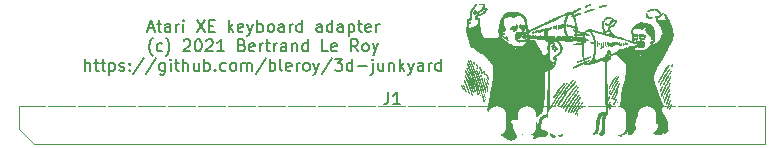
<source format=gto>
G04 #@! TF.GenerationSoftware,KiCad,Pcbnew,(5.1.10)-1*
G04 #@! TF.CreationDate,2021-10-24T19:11:05-07:00*
G04 #@! TF.ProjectId,Atari130MX-adapter,41746172-6931-4333-904d-582d61646170,rev?*
G04 #@! TF.SameCoordinates,Original*
G04 #@! TF.FileFunction,Legend,Top*
G04 #@! TF.FilePolarity,Positive*
%FSLAX46Y46*%
G04 Gerber Fmt 4.6, Leading zero omitted, Abs format (unit mm)*
G04 Created by KiCad (PCBNEW (5.1.10)-1) date 2021-10-24 19:11:05*
%MOMM*%
%LPD*%
G01*
G04 APERTURE LIST*
%ADD10C,0.150000*%
%ADD11C,0.120000*%
%ADD12C,0.010000*%
%ADD13O,1.524000X2.540000*%
G04 APERTURE END LIST*
D10*
X109438095Y-55156666D02*
X109914285Y-55156666D01*
X109342857Y-55442380D02*
X109676190Y-54442380D01*
X110009523Y-55442380D01*
X110200000Y-54775714D02*
X110580952Y-54775714D01*
X110342857Y-54442380D02*
X110342857Y-55299523D01*
X110390476Y-55394761D01*
X110485714Y-55442380D01*
X110580952Y-55442380D01*
X111342857Y-55442380D02*
X111342857Y-54918571D01*
X111295238Y-54823333D01*
X111200000Y-54775714D01*
X111009523Y-54775714D01*
X110914285Y-54823333D01*
X111342857Y-55394761D02*
X111247619Y-55442380D01*
X111009523Y-55442380D01*
X110914285Y-55394761D01*
X110866666Y-55299523D01*
X110866666Y-55204285D01*
X110914285Y-55109047D01*
X111009523Y-55061428D01*
X111247619Y-55061428D01*
X111342857Y-55013809D01*
X111819047Y-55442380D02*
X111819047Y-54775714D01*
X111819047Y-54966190D02*
X111866666Y-54870952D01*
X111914285Y-54823333D01*
X112009523Y-54775714D01*
X112104761Y-54775714D01*
X112438095Y-55442380D02*
X112438095Y-54775714D01*
X112438095Y-54442380D02*
X112390476Y-54490000D01*
X112438095Y-54537619D01*
X112485714Y-54490000D01*
X112438095Y-54442380D01*
X112438095Y-54537619D01*
X113580952Y-54442380D02*
X114247619Y-55442380D01*
X114247619Y-54442380D02*
X113580952Y-55442380D01*
X114628571Y-54918571D02*
X114961904Y-54918571D01*
X115104761Y-55442380D02*
X114628571Y-55442380D01*
X114628571Y-54442380D01*
X115104761Y-54442380D01*
X116295238Y-55442380D02*
X116295238Y-54442380D01*
X116390476Y-55061428D02*
X116676190Y-55442380D01*
X116676190Y-54775714D02*
X116295238Y-55156666D01*
X117485714Y-55394761D02*
X117390476Y-55442380D01*
X117200000Y-55442380D01*
X117104761Y-55394761D01*
X117057142Y-55299523D01*
X117057142Y-54918571D01*
X117104761Y-54823333D01*
X117200000Y-54775714D01*
X117390476Y-54775714D01*
X117485714Y-54823333D01*
X117533333Y-54918571D01*
X117533333Y-55013809D01*
X117057142Y-55109047D01*
X117866666Y-54775714D02*
X118104761Y-55442380D01*
X118342857Y-54775714D02*
X118104761Y-55442380D01*
X118009523Y-55680476D01*
X117961904Y-55728095D01*
X117866666Y-55775714D01*
X118723809Y-55442380D02*
X118723809Y-54442380D01*
X118723809Y-54823333D02*
X118819047Y-54775714D01*
X119009523Y-54775714D01*
X119104761Y-54823333D01*
X119152380Y-54870952D01*
X119200000Y-54966190D01*
X119200000Y-55251904D01*
X119152380Y-55347142D01*
X119104761Y-55394761D01*
X119009523Y-55442380D01*
X118819047Y-55442380D01*
X118723809Y-55394761D01*
X119771428Y-55442380D02*
X119676190Y-55394761D01*
X119628571Y-55347142D01*
X119580952Y-55251904D01*
X119580952Y-54966190D01*
X119628571Y-54870952D01*
X119676190Y-54823333D01*
X119771428Y-54775714D01*
X119914285Y-54775714D01*
X120009523Y-54823333D01*
X120057142Y-54870952D01*
X120104761Y-54966190D01*
X120104761Y-55251904D01*
X120057142Y-55347142D01*
X120009523Y-55394761D01*
X119914285Y-55442380D01*
X119771428Y-55442380D01*
X120961904Y-55442380D02*
X120961904Y-54918571D01*
X120914285Y-54823333D01*
X120819047Y-54775714D01*
X120628571Y-54775714D01*
X120533333Y-54823333D01*
X120961904Y-55394761D02*
X120866666Y-55442380D01*
X120628571Y-55442380D01*
X120533333Y-55394761D01*
X120485714Y-55299523D01*
X120485714Y-55204285D01*
X120533333Y-55109047D01*
X120628571Y-55061428D01*
X120866666Y-55061428D01*
X120961904Y-55013809D01*
X121438095Y-55442380D02*
X121438095Y-54775714D01*
X121438095Y-54966190D02*
X121485714Y-54870952D01*
X121533333Y-54823333D01*
X121628571Y-54775714D01*
X121723809Y-54775714D01*
X122485714Y-55442380D02*
X122485714Y-54442380D01*
X122485714Y-55394761D02*
X122390476Y-55442380D01*
X122200000Y-55442380D01*
X122104761Y-55394761D01*
X122057142Y-55347142D01*
X122009523Y-55251904D01*
X122009523Y-54966190D01*
X122057142Y-54870952D01*
X122104761Y-54823333D01*
X122200000Y-54775714D01*
X122390476Y-54775714D01*
X122485714Y-54823333D01*
X124152380Y-55442380D02*
X124152380Y-54918571D01*
X124104761Y-54823333D01*
X124009523Y-54775714D01*
X123819047Y-54775714D01*
X123723809Y-54823333D01*
X124152380Y-55394761D02*
X124057142Y-55442380D01*
X123819047Y-55442380D01*
X123723809Y-55394761D01*
X123676190Y-55299523D01*
X123676190Y-55204285D01*
X123723809Y-55109047D01*
X123819047Y-55061428D01*
X124057142Y-55061428D01*
X124152380Y-55013809D01*
X125057142Y-55442380D02*
X125057142Y-54442380D01*
X125057142Y-55394761D02*
X124961904Y-55442380D01*
X124771428Y-55442380D01*
X124676190Y-55394761D01*
X124628571Y-55347142D01*
X124580952Y-55251904D01*
X124580952Y-54966190D01*
X124628571Y-54870952D01*
X124676190Y-54823333D01*
X124771428Y-54775714D01*
X124961904Y-54775714D01*
X125057142Y-54823333D01*
X125961904Y-55442380D02*
X125961904Y-54918571D01*
X125914285Y-54823333D01*
X125819047Y-54775714D01*
X125628571Y-54775714D01*
X125533333Y-54823333D01*
X125961904Y-55394761D02*
X125866666Y-55442380D01*
X125628571Y-55442380D01*
X125533333Y-55394761D01*
X125485714Y-55299523D01*
X125485714Y-55204285D01*
X125533333Y-55109047D01*
X125628571Y-55061428D01*
X125866666Y-55061428D01*
X125961904Y-55013809D01*
X126438095Y-54775714D02*
X126438095Y-55775714D01*
X126438095Y-54823333D02*
X126533333Y-54775714D01*
X126723809Y-54775714D01*
X126819047Y-54823333D01*
X126866666Y-54870952D01*
X126914285Y-54966190D01*
X126914285Y-55251904D01*
X126866666Y-55347142D01*
X126819047Y-55394761D01*
X126723809Y-55442380D01*
X126533333Y-55442380D01*
X126438095Y-55394761D01*
X127200000Y-54775714D02*
X127580952Y-54775714D01*
X127342857Y-54442380D02*
X127342857Y-55299523D01*
X127390476Y-55394761D01*
X127485714Y-55442380D01*
X127580952Y-55442380D01*
X128295238Y-55394761D02*
X128200000Y-55442380D01*
X128009523Y-55442380D01*
X127914285Y-55394761D01*
X127866666Y-55299523D01*
X127866666Y-54918571D01*
X127914285Y-54823333D01*
X128009523Y-54775714D01*
X128200000Y-54775714D01*
X128295238Y-54823333D01*
X128342857Y-54918571D01*
X128342857Y-55013809D01*
X127866666Y-55109047D01*
X128771428Y-55442380D02*
X128771428Y-54775714D01*
X128771428Y-54966190D02*
X128819047Y-54870952D01*
X128866666Y-54823333D01*
X128961904Y-54775714D01*
X129057142Y-54775714D01*
X109842857Y-57473333D02*
X109795238Y-57425714D01*
X109700000Y-57282857D01*
X109652380Y-57187619D01*
X109604761Y-57044761D01*
X109557142Y-56806666D01*
X109557142Y-56616190D01*
X109604761Y-56378095D01*
X109652380Y-56235238D01*
X109700000Y-56140000D01*
X109795238Y-55997142D01*
X109842857Y-55949523D01*
X110652380Y-57044761D02*
X110557142Y-57092380D01*
X110366666Y-57092380D01*
X110271428Y-57044761D01*
X110223809Y-56997142D01*
X110176190Y-56901904D01*
X110176190Y-56616190D01*
X110223809Y-56520952D01*
X110271428Y-56473333D01*
X110366666Y-56425714D01*
X110557142Y-56425714D01*
X110652380Y-56473333D01*
X110985714Y-57473333D02*
X111033333Y-57425714D01*
X111128571Y-57282857D01*
X111176190Y-57187619D01*
X111223809Y-57044761D01*
X111271428Y-56806666D01*
X111271428Y-56616190D01*
X111223809Y-56378095D01*
X111176190Y-56235238D01*
X111128571Y-56140000D01*
X111033333Y-55997142D01*
X110985714Y-55949523D01*
X112461904Y-56187619D02*
X112509523Y-56140000D01*
X112604761Y-56092380D01*
X112842857Y-56092380D01*
X112938095Y-56140000D01*
X112985714Y-56187619D01*
X113033333Y-56282857D01*
X113033333Y-56378095D01*
X112985714Y-56520952D01*
X112414285Y-57092380D01*
X113033333Y-57092380D01*
X113652380Y-56092380D02*
X113747619Y-56092380D01*
X113842857Y-56140000D01*
X113890476Y-56187619D01*
X113938095Y-56282857D01*
X113985714Y-56473333D01*
X113985714Y-56711428D01*
X113938095Y-56901904D01*
X113890476Y-56997142D01*
X113842857Y-57044761D01*
X113747619Y-57092380D01*
X113652380Y-57092380D01*
X113557142Y-57044761D01*
X113509523Y-56997142D01*
X113461904Y-56901904D01*
X113414285Y-56711428D01*
X113414285Y-56473333D01*
X113461904Y-56282857D01*
X113509523Y-56187619D01*
X113557142Y-56140000D01*
X113652380Y-56092380D01*
X114366666Y-56187619D02*
X114414285Y-56140000D01*
X114509523Y-56092380D01*
X114747619Y-56092380D01*
X114842857Y-56140000D01*
X114890476Y-56187619D01*
X114938095Y-56282857D01*
X114938095Y-56378095D01*
X114890476Y-56520952D01*
X114319047Y-57092380D01*
X114938095Y-57092380D01*
X115890476Y-57092380D02*
X115319047Y-57092380D01*
X115604761Y-57092380D02*
X115604761Y-56092380D01*
X115509523Y-56235238D01*
X115414285Y-56330476D01*
X115319047Y-56378095D01*
X117414285Y-56568571D02*
X117557142Y-56616190D01*
X117604761Y-56663809D01*
X117652380Y-56759047D01*
X117652380Y-56901904D01*
X117604761Y-56997142D01*
X117557142Y-57044761D01*
X117461904Y-57092380D01*
X117080952Y-57092380D01*
X117080952Y-56092380D01*
X117414285Y-56092380D01*
X117509523Y-56140000D01*
X117557142Y-56187619D01*
X117604761Y-56282857D01*
X117604761Y-56378095D01*
X117557142Y-56473333D01*
X117509523Y-56520952D01*
X117414285Y-56568571D01*
X117080952Y-56568571D01*
X118461904Y-57044761D02*
X118366666Y-57092380D01*
X118176190Y-57092380D01*
X118080952Y-57044761D01*
X118033333Y-56949523D01*
X118033333Y-56568571D01*
X118080952Y-56473333D01*
X118176190Y-56425714D01*
X118366666Y-56425714D01*
X118461904Y-56473333D01*
X118509523Y-56568571D01*
X118509523Y-56663809D01*
X118033333Y-56759047D01*
X118938095Y-57092380D02*
X118938095Y-56425714D01*
X118938095Y-56616190D02*
X118985714Y-56520952D01*
X119033333Y-56473333D01*
X119128571Y-56425714D01*
X119223809Y-56425714D01*
X119414285Y-56425714D02*
X119795238Y-56425714D01*
X119557142Y-56092380D02*
X119557142Y-56949523D01*
X119604761Y-57044761D01*
X119700000Y-57092380D01*
X119795238Y-57092380D01*
X120128571Y-57092380D02*
X120128571Y-56425714D01*
X120128571Y-56616190D02*
X120176190Y-56520952D01*
X120223809Y-56473333D01*
X120319047Y-56425714D01*
X120414285Y-56425714D01*
X121176190Y-57092380D02*
X121176190Y-56568571D01*
X121128571Y-56473333D01*
X121033333Y-56425714D01*
X120842857Y-56425714D01*
X120747619Y-56473333D01*
X121176190Y-57044761D02*
X121080952Y-57092380D01*
X120842857Y-57092380D01*
X120747619Y-57044761D01*
X120700000Y-56949523D01*
X120700000Y-56854285D01*
X120747619Y-56759047D01*
X120842857Y-56711428D01*
X121080952Y-56711428D01*
X121176190Y-56663809D01*
X121652380Y-56425714D02*
X121652380Y-57092380D01*
X121652380Y-56520952D02*
X121700000Y-56473333D01*
X121795238Y-56425714D01*
X121938095Y-56425714D01*
X122033333Y-56473333D01*
X122080952Y-56568571D01*
X122080952Y-57092380D01*
X122985714Y-57092380D02*
X122985714Y-56092380D01*
X122985714Y-57044761D02*
X122890476Y-57092380D01*
X122700000Y-57092380D01*
X122604761Y-57044761D01*
X122557142Y-56997142D01*
X122509523Y-56901904D01*
X122509523Y-56616190D01*
X122557142Y-56520952D01*
X122604761Y-56473333D01*
X122700000Y-56425714D01*
X122890476Y-56425714D01*
X122985714Y-56473333D01*
X124700000Y-57092380D02*
X124223809Y-57092380D01*
X124223809Y-56092380D01*
X125414285Y-57044761D02*
X125319047Y-57092380D01*
X125128571Y-57092380D01*
X125033333Y-57044761D01*
X124985714Y-56949523D01*
X124985714Y-56568571D01*
X125033333Y-56473333D01*
X125128571Y-56425714D01*
X125319047Y-56425714D01*
X125414285Y-56473333D01*
X125461904Y-56568571D01*
X125461904Y-56663809D01*
X124985714Y-56759047D01*
X127223809Y-57092380D02*
X126890476Y-56616190D01*
X126652380Y-57092380D02*
X126652380Y-56092380D01*
X127033333Y-56092380D01*
X127128571Y-56140000D01*
X127176190Y-56187619D01*
X127223809Y-56282857D01*
X127223809Y-56425714D01*
X127176190Y-56520952D01*
X127128571Y-56568571D01*
X127033333Y-56616190D01*
X126652380Y-56616190D01*
X127795238Y-57092380D02*
X127700000Y-57044761D01*
X127652380Y-56997142D01*
X127604761Y-56901904D01*
X127604761Y-56616190D01*
X127652380Y-56520952D01*
X127700000Y-56473333D01*
X127795238Y-56425714D01*
X127938095Y-56425714D01*
X128033333Y-56473333D01*
X128080952Y-56520952D01*
X128128571Y-56616190D01*
X128128571Y-56901904D01*
X128080952Y-56997142D01*
X128033333Y-57044761D01*
X127938095Y-57092380D01*
X127795238Y-57092380D01*
X128461904Y-56425714D02*
X128699999Y-57092380D01*
X128938095Y-56425714D02*
X128699999Y-57092380D01*
X128604761Y-57330476D01*
X128557142Y-57378095D01*
X128461904Y-57425714D01*
X104128571Y-58742380D02*
X104128571Y-57742380D01*
X104557142Y-58742380D02*
X104557142Y-58218571D01*
X104509523Y-58123333D01*
X104414285Y-58075714D01*
X104271428Y-58075714D01*
X104176190Y-58123333D01*
X104128571Y-58170952D01*
X104890476Y-58075714D02*
X105271428Y-58075714D01*
X105033333Y-57742380D02*
X105033333Y-58599523D01*
X105080952Y-58694761D01*
X105176190Y-58742380D01*
X105271428Y-58742380D01*
X105461904Y-58075714D02*
X105842857Y-58075714D01*
X105604761Y-57742380D02*
X105604761Y-58599523D01*
X105652380Y-58694761D01*
X105747619Y-58742380D01*
X105842857Y-58742380D01*
X106176190Y-58075714D02*
X106176190Y-59075714D01*
X106176190Y-58123333D02*
X106271428Y-58075714D01*
X106461904Y-58075714D01*
X106557142Y-58123333D01*
X106604761Y-58170952D01*
X106652380Y-58266190D01*
X106652380Y-58551904D01*
X106604761Y-58647142D01*
X106557142Y-58694761D01*
X106461904Y-58742380D01*
X106271428Y-58742380D01*
X106176190Y-58694761D01*
X107033333Y-58694761D02*
X107128571Y-58742380D01*
X107319047Y-58742380D01*
X107414285Y-58694761D01*
X107461904Y-58599523D01*
X107461904Y-58551904D01*
X107414285Y-58456666D01*
X107319047Y-58409047D01*
X107176190Y-58409047D01*
X107080952Y-58361428D01*
X107033333Y-58266190D01*
X107033333Y-58218571D01*
X107080952Y-58123333D01*
X107176190Y-58075714D01*
X107319047Y-58075714D01*
X107414285Y-58123333D01*
X107890476Y-58647142D02*
X107938095Y-58694761D01*
X107890476Y-58742380D01*
X107842857Y-58694761D01*
X107890476Y-58647142D01*
X107890476Y-58742380D01*
X107890476Y-58123333D02*
X107938095Y-58170952D01*
X107890476Y-58218571D01*
X107842857Y-58170952D01*
X107890476Y-58123333D01*
X107890476Y-58218571D01*
X109080952Y-57694761D02*
X108223809Y-58980476D01*
X110128571Y-57694761D02*
X109271428Y-58980476D01*
X110890476Y-58075714D02*
X110890476Y-58885238D01*
X110842857Y-58980476D01*
X110795238Y-59028095D01*
X110699999Y-59075714D01*
X110557142Y-59075714D01*
X110461904Y-59028095D01*
X110890476Y-58694761D02*
X110795238Y-58742380D01*
X110604761Y-58742380D01*
X110509523Y-58694761D01*
X110461904Y-58647142D01*
X110414285Y-58551904D01*
X110414285Y-58266190D01*
X110461904Y-58170952D01*
X110509523Y-58123333D01*
X110604761Y-58075714D01*
X110795238Y-58075714D01*
X110890476Y-58123333D01*
X111366666Y-58742380D02*
X111366666Y-58075714D01*
X111366666Y-57742380D02*
X111319047Y-57790000D01*
X111366666Y-57837619D01*
X111414285Y-57790000D01*
X111366666Y-57742380D01*
X111366666Y-57837619D01*
X111699999Y-58075714D02*
X112080952Y-58075714D01*
X111842857Y-57742380D02*
X111842857Y-58599523D01*
X111890476Y-58694761D01*
X111985714Y-58742380D01*
X112080952Y-58742380D01*
X112414285Y-58742380D02*
X112414285Y-57742380D01*
X112842857Y-58742380D02*
X112842857Y-58218571D01*
X112795238Y-58123333D01*
X112699999Y-58075714D01*
X112557142Y-58075714D01*
X112461904Y-58123333D01*
X112414285Y-58170952D01*
X113747619Y-58075714D02*
X113747619Y-58742380D01*
X113319047Y-58075714D02*
X113319047Y-58599523D01*
X113366666Y-58694761D01*
X113461904Y-58742380D01*
X113604761Y-58742380D01*
X113699999Y-58694761D01*
X113747619Y-58647142D01*
X114223809Y-58742380D02*
X114223809Y-57742380D01*
X114223809Y-58123333D02*
X114319047Y-58075714D01*
X114509523Y-58075714D01*
X114604761Y-58123333D01*
X114652380Y-58170952D01*
X114699999Y-58266190D01*
X114699999Y-58551904D01*
X114652380Y-58647142D01*
X114604761Y-58694761D01*
X114509523Y-58742380D01*
X114319047Y-58742380D01*
X114223809Y-58694761D01*
X115128571Y-58647142D02*
X115176190Y-58694761D01*
X115128571Y-58742380D01*
X115080952Y-58694761D01*
X115128571Y-58647142D01*
X115128571Y-58742380D01*
X116033333Y-58694761D02*
X115938095Y-58742380D01*
X115747619Y-58742380D01*
X115652380Y-58694761D01*
X115604761Y-58647142D01*
X115557142Y-58551904D01*
X115557142Y-58266190D01*
X115604761Y-58170952D01*
X115652380Y-58123333D01*
X115747619Y-58075714D01*
X115938095Y-58075714D01*
X116033333Y-58123333D01*
X116604761Y-58742380D02*
X116509523Y-58694761D01*
X116461904Y-58647142D01*
X116414285Y-58551904D01*
X116414285Y-58266190D01*
X116461904Y-58170952D01*
X116509523Y-58123333D01*
X116604761Y-58075714D01*
X116747619Y-58075714D01*
X116842857Y-58123333D01*
X116890476Y-58170952D01*
X116938095Y-58266190D01*
X116938095Y-58551904D01*
X116890476Y-58647142D01*
X116842857Y-58694761D01*
X116747619Y-58742380D01*
X116604761Y-58742380D01*
X117366666Y-58742380D02*
X117366666Y-58075714D01*
X117366666Y-58170952D02*
X117414285Y-58123333D01*
X117509523Y-58075714D01*
X117652380Y-58075714D01*
X117747619Y-58123333D01*
X117795238Y-58218571D01*
X117795238Y-58742380D01*
X117795238Y-58218571D02*
X117842857Y-58123333D01*
X117938095Y-58075714D01*
X118080952Y-58075714D01*
X118176190Y-58123333D01*
X118223809Y-58218571D01*
X118223809Y-58742380D01*
X119414285Y-57694761D02*
X118557142Y-58980476D01*
X119747619Y-58742380D02*
X119747619Y-57742380D01*
X119747619Y-58123333D02*
X119842857Y-58075714D01*
X120033333Y-58075714D01*
X120128571Y-58123333D01*
X120176190Y-58170952D01*
X120223809Y-58266190D01*
X120223809Y-58551904D01*
X120176190Y-58647142D01*
X120128571Y-58694761D01*
X120033333Y-58742380D01*
X119842857Y-58742380D01*
X119747619Y-58694761D01*
X120795238Y-58742380D02*
X120699999Y-58694761D01*
X120652380Y-58599523D01*
X120652380Y-57742380D01*
X121557142Y-58694761D02*
X121461904Y-58742380D01*
X121271428Y-58742380D01*
X121176190Y-58694761D01*
X121128571Y-58599523D01*
X121128571Y-58218571D01*
X121176190Y-58123333D01*
X121271428Y-58075714D01*
X121461904Y-58075714D01*
X121557142Y-58123333D01*
X121604761Y-58218571D01*
X121604761Y-58313809D01*
X121128571Y-58409047D01*
X122033333Y-58742380D02*
X122033333Y-58075714D01*
X122033333Y-58266190D02*
X122080952Y-58170952D01*
X122128571Y-58123333D01*
X122223809Y-58075714D01*
X122319047Y-58075714D01*
X122795238Y-58742380D02*
X122699999Y-58694761D01*
X122652380Y-58647142D01*
X122604761Y-58551904D01*
X122604761Y-58266190D01*
X122652380Y-58170952D01*
X122699999Y-58123333D01*
X122795238Y-58075714D01*
X122938095Y-58075714D01*
X123033333Y-58123333D01*
X123080952Y-58170952D01*
X123128571Y-58266190D01*
X123128571Y-58551904D01*
X123080952Y-58647142D01*
X123033333Y-58694761D01*
X122938095Y-58742380D01*
X122795238Y-58742380D01*
X123461904Y-58075714D02*
X123699999Y-58742380D01*
X123938095Y-58075714D02*
X123699999Y-58742380D01*
X123604761Y-58980476D01*
X123557142Y-59028095D01*
X123461904Y-59075714D01*
X125033333Y-57694761D02*
X124176190Y-58980476D01*
X125271428Y-57742380D02*
X125890476Y-57742380D01*
X125557142Y-58123333D01*
X125699999Y-58123333D01*
X125795238Y-58170952D01*
X125842857Y-58218571D01*
X125890476Y-58313809D01*
X125890476Y-58551904D01*
X125842857Y-58647142D01*
X125795238Y-58694761D01*
X125699999Y-58742380D01*
X125414285Y-58742380D01*
X125319047Y-58694761D01*
X125271428Y-58647142D01*
X126747619Y-58742380D02*
X126747619Y-57742380D01*
X126747619Y-58694761D02*
X126652380Y-58742380D01*
X126461904Y-58742380D01*
X126366666Y-58694761D01*
X126319047Y-58647142D01*
X126271428Y-58551904D01*
X126271428Y-58266190D01*
X126319047Y-58170952D01*
X126366666Y-58123333D01*
X126461904Y-58075714D01*
X126652380Y-58075714D01*
X126747619Y-58123333D01*
X127223809Y-58361428D02*
X127985714Y-58361428D01*
X128461904Y-58075714D02*
X128461904Y-58932857D01*
X128414285Y-59028095D01*
X128319047Y-59075714D01*
X128271428Y-59075714D01*
X128461904Y-57742380D02*
X128414285Y-57790000D01*
X128461904Y-57837619D01*
X128509523Y-57790000D01*
X128461904Y-57742380D01*
X128461904Y-57837619D01*
X129366666Y-58075714D02*
X129366666Y-58742380D01*
X128938095Y-58075714D02*
X128938095Y-58599523D01*
X128985714Y-58694761D01*
X129080952Y-58742380D01*
X129223809Y-58742380D01*
X129319047Y-58694761D01*
X129366666Y-58647142D01*
X129842857Y-58075714D02*
X129842857Y-58742380D01*
X129842857Y-58170952D02*
X129890476Y-58123333D01*
X129985714Y-58075714D01*
X130128571Y-58075714D01*
X130223809Y-58123333D01*
X130271428Y-58218571D01*
X130271428Y-58742380D01*
X130747619Y-58742380D02*
X130747619Y-57742380D01*
X130842857Y-58361428D02*
X131128571Y-58742380D01*
X131128571Y-58075714D02*
X130747619Y-58456666D01*
X131461904Y-58075714D02*
X131699999Y-58742380D01*
X131938095Y-58075714D02*
X131699999Y-58742380D01*
X131604761Y-58980476D01*
X131557142Y-59028095D01*
X131461904Y-59075714D01*
X132747619Y-58742380D02*
X132747619Y-58218571D01*
X132699999Y-58123333D01*
X132604761Y-58075714D01*
X132414285Y-58075714D01*
X132319047Y-58123333D01*
X132747619Y-58694761D02*
X132652380Y-58742380D01*
X132414285Y-58742380D01*
X132319047Y-58694761D01*
X132271428Y-58599523D01*
X132271428Y-58504285D01*
X132319047Y-58409047D01*
X132414285Y-58361428D01*
X132652380Y-58361428D01*
X132747619Y-58313809D01*
X133223809Y-58742380D02*
X133223809Y-58075714D01*
X133223809Y-58266190D02*
X133271428Y-58170952D01*
X133319047Y-58123333D01*
X133414285Y-58075714D01*
X133509523Y-58075714D01*
X134271428Y-58742380D02*
X134271428Y-57742380D01*
X134271428Y-58694761D02*
X134176190Y-58742380D01*
X133985714Y-58742380D01*
X133890476Y-58694761D01*
X133842857Y-58647142D01*
X133795238Y-58551904D01*
X133795238Y-58266190D01*
X133842857Y-58170952D01*
X133890476Y-58123333D01*
X133985714Y-58075714D01*
X134176190Y-58075714D01*
X134271428Y-58123333D01*
D11*
X99834040Y-64919860D02*
X161664040Y-64919860D01*
X98564040Y-61744860D02*
X161664040Y-61744860D01*
X98564040Y-61744860D02*
X98564040Y-63649860D01*
X161664040Y-61744860D02*
X161664040Y-64919860D01*
X99834040Y-64919860D02*
X98564040Y-63649860D01*
D12*
G36*
X137553046Y-53050756D02*
G01*
X137637778Y-53053943D01*
X137722734Y-53058292D01*
X137795803Y-53063350D01*
X137850150Y-53068547D01*
X137878936Y-53073314D01*
X137881110Y-53074217D01*
X137888557Y-53096711D01*
X137891010Y-53150371D01*
X137888404Y-53232857D01*
X137886518Y-53264555D01*
X137874838Y-53444333D01*
X137974292Y-53438763D01*
X138030663Y-53436778D01*
X138063096Y-53440965D01*
X138081387Y-53454507D01*
X138094006Y-53477660D01*
X138109042Y-53518718D01*
X138114266Y-53546432D01*
X138102293Y-53570528D01*
X138069886Y-53610811D01*
X138022316Y-53661416D01*
X137964852Y-53716477D01*
X137947362Y-53732200D01*
X137927071Y-53754747D01*
X137895448Y-53794513D01*
X137872296Y-53825333D01*
X137817130Y-53888457D01*
X137753776Y-53934394D01*
X137674871Y-53966714D01*
X137573053Y-53988988D01*
X137519246Y-53996508D01*
X137445770Y-54007397D01*
X137382748Y-54020127D01*
X137339416Y-54032678D01*
X137327760Y-54038440D01*
X137305309Y-54071477D01*
X137290888Y-54123272D01*
X137286369Y-54179542D01*
X137293623Y-54226005D01*
X137301353Y-54240063D01*
X137332121Y-54257824D01*
X137377311Y-54265586D01*
X137379144Y-54265599D01*
X137419092Y-54270992D01*
X137445856Y-54290585D01*
X137461808Y-54329500D01*
X137469324Y-54392858D01*
X137470857Y-54463453D01*
X137472567Y-54537894D01*
X137477124Y-54631776D01*
X137483753Y-54730868D01*
X137488730Y-54790533D01*
X137497266Y-54870140D01*
X137509519Y-54966005D01*
X137524544Y-55072371D01*
X137541395Y-55183482D01*
X137559127Y-55293581D01*
X137576796Y-55396911D01*
X137593455Y-55487715D01*
X137608160Y-55560237D01*
X137619966Y-55608720D01*
X137625680Y-55624696D01*
X137650657Y-55650886D01*
X137692725Y-55678447D01*
X137704334Y-55684322D01*
X137739502Y-55704433D01*
X137759381Y-55728820D01*
X137766348Y-55765635D01*
X137762781Y-55823029D01*
X137757262Y-55865799D01*
X137754910Y-55898087D01*
X137765713Y-55912614D01*
X137798307Y-55916464D01*
X137819218Y-55916599D01*
X137903706Y-55933480D01*
X137954336Y-55960451D01*
X138020436Y-56004302D01*
X138108432Y-55964016D01*
X138148236Y-55946611D01*
X138181734Y-55935945D01*
X138217600Y-55931373D01*
X138264505Y-55932252D01*
X138331120Y-55937937D01*
X138384953Y-55943470D01*
X138491762Y-55951859D01*
X138607663Y-55956226D01*
X138725880Y-55956788D01*
X138839638Y-55953762D01*
X138942159Y-55947363D01*
X139026668Y-55937808D01*
X139086390Y-55925314D01*
X139099316Y-55920663D01*
X139150916Y-55894261D01*
X139183750Y-55863478D01*
X139200090Y-55821614D01*
X139202210Y-55761971D01*
X139192492Y-55678781D01*
X139291530Y-55678781D01*
X139304241Y-55742079D01*
X139328138Y-55823466D01*
X139348966Y-55880416D01*
X139374042Y-55931003D01*
X139407120Y-55979273D01*
X139451955Y-56029271D01*
X139512299Y-56085042D01*
X139591907Y-56150630D01*
X139694534Y-56230081D01*
X139731399Y-56258001D01*
X139818993Y-56318778D01*
X139923979Y-56383204D01*
X140039197Y-56447647D01*
X140157488Y-56508475D01*
X140271694Y-56562057D01*
X140374655Y-56604761D01*
X140459211Y-56632955D01*
X140481025Y-56638279D01*
X140525311Y-56643388D01*
X140593831Y-56646168D01*
X140679081Y-56646831D01*
X140773554Y-56645591D01*
X140869744Y-56642658D01*
X140960145Y-56638245D01*
X141037252Y-56632565D01*
X141093557Y-56625829D01*
X141117414Y-56620291D01*
X141192412Y-56577776D01*
X141270879Y-56509386D01*
X141348056Y-56422097D01*
X141419181Y-56322885D01*
X141479493Y-56218726D01*
X141524232Y-56116595D01*
X141548638Y-56023470D01*
X141551274Y-55989715D01*
X141655698Y-55989715D01*
X141675479Y-56032368D01*
X141711743Y-56075085D01*
X141760750Y-56111392D01*
X141794135Y-56127189D01*
X141836215Y-56136672D01*
X141897635Y-56143197D01*
X141954357Y-56145199D01*
X142066910Y-56145199D01*
X142177971Y-56259499D01*
X142216611Y-56300856D01*
X142250830Y-56342081D01*
X142283830Y-56388319D01*
X142318810Y-56444717D01*
X142358971Y-56516421D01*
X142407512Y-56608579D01*
X142464898Y-56720933D01*
X142545906Y-56877970D01*
X142620628Y-57017130D01*
X142687600Y-57135913D01*
X142745363Y-57231823D01*
X142792455Y-57302362D01*
X142827414Y-57345032D01*
X142833007Y-57350159D01*
X142864561Y-57368663D01*
X142915216Y-57391125D01*
X142971493Y-57412272D01*
X143019908Y-57426832D01*
X143037187Y-57430018D01*
X143059207Y-57419928D01*
X143095858Y-57391541D01*
X143133398Y-57356643D01*
X143185126Y-57310934D01*
X143239209Y-57272374D01*
X143271621Y-57254942D01*
X143334353Y-57228730D01*
X143325294Y-57122998D01*
X143309344Y-57032473D01*
X143278395Y-56932291D01*
X143262416Y-56892370D01*
X143232030Y-56814035D01*
X143219486Y-56755318D01*
X143224801Y-56707040D01*
X143247993Y-56660021D01*
X143262908Y-56638659D01*
X143283941Y-56596804D01*
X143287892Y-56584506D01*
X143416808Y-56584506D01*
X143418545Y-56665056D01*
X143422431Y-56773384D01*
X143424791Y-56830756D01*
X143429757Y-56967187D01*
X143434029Y-57120231D01*
X143437314Y-57276436D01*
X143439316Y-57422349D01*
X143439799Y-57516800D01*
X143439799Y-57847000D01*
X143575266Y-57918385D01*
X143665894Y-57961855D01*
X143736124Y-57984816D01*
X143791567Y-57988452D01*
X143837834Y-57973945D01*
X143838117Y-57973794D01*
X143863926Y-57943943D01*
X143881191Y-57894702D01*
X143886271Y-57840191D01*
X143880983Y-57807554D01*
X143858174Y-57778056D01*
X143820108Y-57756162D01*
X143785783Y-57738939D01*
X143772013Y-57711407D01*
X143769999Y-57677872D01*
X143779091Y-57607266D01*
X143808720Y-57543197D01*
X143862423Y-57480843D01*
X143943733Y-57415382D01*
X143981396Y-57389493D01*
X144089677Y-57311045D01*
X144173024Y-57234328D01*
X144238925Y-57151270D01*
X144294864Y-57053804D01*
X144297231Y-57049024D01*
X144325878Y-56984721D01*
X144341261Y-56929021D01*
X144346999Y-56865409D01*
X144347352Y-56820424D01*
X144343952Y-56729968D01*
X144332742Y-56658321D01*
X144309874Y-56593294D01*
X144271495Y-56522697D01*
X144235695Y-56466976D01*
X144143000Y-56347298D01*
X144045396Y-56260372D01*
X143941652Y-56205285D01*
X143854130Y-56183620D01*
X143805771Y-56183659D01*
X143748495Y-56192783D01*
X143691998Y-56208138D01*
X143645975Y-56226870D01*
X143620122Y-56246126D01*
X143617599Y-56253240D01*
X143632751Y-56288397D01*
X143673561Y-56309952D01*
X143712046Y-56314533D01*
X143753268Y-56319160D01*
X143781060Y-56337307D01*
X143800316Y-56375371D01*
X143815931Y-56439749D01*
X143818582Y-56453811D01*
X143835936Y-56529603D01*
X143860165Y-56592636D01*
X143896859Y-56653546D01*
X143951606Y-56722973D01*
X143973017Y-56747773D01*
X144023988Y-56809860D01*
X144050819Y-56853342D01*
X144054941Y-56881820D01*
X144037787Y-56898891D01*
X144033834Y-56900551D01*
X143996326Y-56897404D01*
X143948552Y-56865464D01*
X143893421Y-56807136D01*
X143849187Y-56747802D01*
X143778466Y-56644733D01*
X143769999Y-56769988D01*
X143763085Y-56841059D01*
X143752838Y-56885239D01*
X143737399Y-56909468D01*
X143731417Y-56913921D01*
X143700164Y-56920038D01*
X143678882Y-56895519D01*
X143669117Y-56842530D01*
X143668659Y-56825948D01*
X143660884Y-56775065D01*
X143641802Y-56716367D01*
X143634423Y-56699774D01*
X143600447Y-56629452D01*
X143657401Y-56569359D01*
X143707041Y-56510732D01*
X143727881Y-56468490D01*
X143719123Y-56441224D01*
X143679966Y-56427525D01*
X143609611Y-56425983D01*
X143577284Y-56428069D01*
X143514015Y-56435352D01*
X143462547Y-56445350D01*
X143433711Y-56455942D01*
X143433257Y-56456288D01*
X143425446Y-56467625D01*
X143420164Y-56489981D01*
X143417317Y-56527544D01*
X143416808Y-56584506D01*
X143287892Y-56584506D01*
X143303987Y-56534410D01*
X143321113Y-56461503D01*
X143333386Y-56388110D01*
X143338871Y-56324257D01*
X143338202Y-56315097D01*
X143414399Y-56315097D01*
X143419968Y-56372085D01*
X143436379Y-56397505D01*
X143463193Y-56391024D01*
X143485972Y-56369566D01*
X143515405Y-56322758D01*
X143527008Y-56275577D01*
X143520907Y-56236733D01*
X143497229Y-56214935D01*
X143483708Y-56212933D01*
X143442376Y-56227263D01*
X143419262Y-56269377D01*
X143414399Y-56315097D01*
X143338202Y-56315097D01*
X143335635Y-56279970D01*
X143333356Y-56273389D01*
X143301114Y-56241612D01*
X143236191Y-56216655D01*
X143231936Y-56215544D01*
X143156019Y-56185577D01*
X143084234Y-56139851D01*
X143076461Y-56133427D01*
X143046557Y-56108825D01*
X143019429Y-56091314D01*
X142987972Y-56078897D01*
X142945080Y-56069582D01*
X142883648Y-56061372D01*
X142796570Y-56052274D01*
X142782331Y-56050856D01*
X142681870Y-56040314D01*
X142561162Y-56026795D01*
X142433524Y-56011835D01*
X142312274Y-55996972D01*
X142279578Y-55992819D01*
X142172078Y-55979049D01*
X142063215Y-55965137D01*
X141963114Y-55952375D01*
X141881902Y-55942055D01*
X141854105Y-55938537D01*
X141784524Y-55931281D01*
X141725798Y-55927941D01*
X141687511Y-55928962D01*
X141680538Y-55930497D01*
X141656138Y-55953600D01*
X141655698Y-55989715D01*
X141551274Y-55989715D01*
X141551733Y-55983850D01*
X141551733Y-55908133D01*
X141486691Y-55908133D01*
X141430038Y-55913343D01*
X141363686Y-55926468D01*
X141338524Y-55933350D01*
X141267132Y-55952538D01*
X141217897Y-55956723D01*
X141181611Y-55943682D01*
X141149068Y-55911192D01*
X141128302Y-55882591D01*
X141100771Y-55837955D01*
X141085569Y-55803963D01*
X141084742Y-55791742D01*
X141105732Y-55780690D01*
X141147566Y-55770409D01*
X141165130Y-55767656D01*
X141219324Y-55753327D01*
X141258673Y-55730062D01*
X141262909Y-55725493D01*
X141305938Y-55689227D01*
X141359706Y-55678823D01*
X141419759Y-55688940D01*
X141467174Y-55698588D01*
X141497484Y-55693801D01*
X141519545Y-55678013D01*
X141544523Y-55643292D01*
X141551733Y-55616231D01*
X141560144Y-55592981D01*
X141578121Y-55593520D01*
X141594776Y-55614641D01*
X141598959Y-55630136D01*
X141609227Y-55690121D01*
X141618868Y-55721646D01*
X141630481Y-55729964D01*
X141644509Y-55722162D01*
X141663849Y-55714668D01*
X141682341Y-55732112D01*
X141695047Y-55754535D01*
X141720865Y-55793332D01*
X141741864Y-55805207D01*
X141753720Y-55788777D01*
X141754933Y-55773666D01*
X141762132Y-55738811D01*
X141780415Y-55733557D01*
X141804811Y-55757683D01*
X141815595Y-55776346D01*
X141845678Y-55830850D01*
X141868715Y-55858882D01*
X141889746Y-55865609D01*
X141900104Y-55862981D01*
X141917793Y-55839037D01*
X141924265Y-55788712D01*
X141924266Y-55787788D01*
X141927151Y-55746210D01*
X141934338Y-55723782D01*
X141936966Y-55722480D01*
X141951095Y-55736775D01*
X141972414Y-55772311D01*
X141983533Y-55794446D01*
X142006920Y-55836733D01*
X142027467Y-55862318D01*
X142034333Y-55865799D01*
X142045120Y-55850502D01*
X142055186Y-55811039D01*
X142060506Y-55772666D01*
X142066586Y-55724184D01*
X142073753Y-55705297D01*
X142084144Y-55716908D01*
X142099898Y-55759922D01*
X142110560Y-55793833D01*
X142129896Y-55843290D01*
X142147489Y-55859493D01*
X142163647Y-55842271D01*
X142178677Y-55791450D01*
X142186181Y-55751499D01*
X142195741Y-55710829D01*
X142206278Y-55689249D01*
X142208667Y-55688188D01*
X142220700Y-55702757D01*
X142239292Y-55740172D01*
X142254466Y-55777088D01*
X142280064Y-55833837D01*
X142301435Y-55857469D01*
X142319541Y-55848334D01*
X142335340Y-55806782D01*
X142335384Y-55806612D01*
X142350141Y-55766911D01*
X142365969Y-55760078D01*
X142383757Y-55786411D01*
X142398795Y-55827699D01*
X142421485Y-55899666D01*
X142437868Y-55827130D01*
X142454049Y-55778737D01*
X142472151Y-55762872D01*
X142490224Y-55779965D01*
X142502135Y-55812952D01*
X142521937Y-55863805D01*
X142545282Y-55893149D01*
X142566884Y-55898678D01*
X142581460Y-55878086D01*
X142584666Y-55848969D01*
X142590901Y-55800985D01*
X142600970Y-55765855D01*
X142614214Y-55738136D01*
X142632072Y-55731961D01*
X142666948Y-55743867D01*
X142672073Y-55746013D01*
X142719320Y-55778562D01*
X142749195Y-55833533D01*
X142749340Y-55833951D01*
X142772449Y-55891032D01*
X142791047Y-55915000D01*
X142805650Y-55906232D01*
X142813743Y-55880949D01*
X142828520Y-55821862D01*
X142841601Y-55795799D01*
X142856208Y-55802596D01*
X142875560Y-55842089D01*
X142889179Y-55877118D01*
X142908412Y-55918527D01*
X142926423Y-55941899D01*
X142931799Y-55943921D01*
X142938656Y-55927067D01*
X142945525Y-55880465D01*
X142951843Y-55809920D01*
X143029262Y-55809920D01*
X143046151Y-55921919D01*
X143081095Y-56011005D01*
X143127885Y-56073580D01*
X143165672Y-56106207D01*
X143200157Y-56126358D01*
X143223179Y-56130108D01*
X143228133Y-56121816D01*
X143227814Y-56120782D01*
X143623876Y-56120782D01*
X143638469Y-56137775D01*
X143672940Y-56145199D01*
X143673027Y-56145199D01*
X143698102Y-56142779D01*
X143693830Y-56130033D01*
X143682120Y-56117796D01*
X143653505Y-56100758D01*
X143635882Y-56102033D01*
X143623876Y-56120782D01*
X143227814Y-56120782D01*
X143222609Y-56103963D01*
X143208068Y-56063029D01*
X143187560Y-56007579D01*
X143185799Y-56002896D01*
X143153426Y-55889216D01*
X143143365Y-55793446D01*
X143141338Y-55686505D01*
X143135889Y-55590859D01*
X143127617Y-55511499D01*
X143117120Y-55453410D01*
X143104996Y-55421583D01*
X143098204Y-55417066D01*
X143073744Y-55431733D01*
X143054469Y-55476490D01*
X143040071Y-55552477D01*
X143030245Y-55660829D01*
X143029606Y-55671654D01*
X143029262Y-55809920D01*
X142951843Y-55809920D01*
X142951995Y-55808230D01*
X142957653Y-55714480D01*
X142960004Y-55661974D01*
X142963838Y-55551622D01*
X142965048Y-55469814D01*
X142963430Y-55411313D01*
X142958783Y-55370883D01*
X142950904Y-55343289D01*
X142947408Y-55335814D01*
X142924700Y-55260763D01*
X142934347Y-55187956D01*
X142934913Y-55186459D01*
X142944307Y-55175954D01*
X142956398Y-55192432D01*
X142973013Y-55237523D01*
X142991195Y-55283627D01*
X143008591Y-55312383D01*
X143016466Y-55317336D01*
X143027056Y-55301225D01*
X143035544Y-55261602D01*
X143038518Y-55231022D01*
X143046711Y-55174686D01*
X143060031Y-55149465D01*
X143074684Y-55153801D01*
X143086876Y-55186138D01*
X143092815Y-55244917D01*
X143092925Y-55253351D01*
X143096649Y-55284790D01*
X143105688Y-55287276D01*
X143117528Y-55264802D01*
X143129653Y-55221366D01*
X143136428Y-55184233D01*
X143145782Y-55140366D01*
X143156479Y-55114876D01*
X143160347Y-55112266D01*
X143172371Y-55120404D01*
X143182060Y-55147092D01*
X143189880Y-55195745D01*
X143196296Y-55269776D01*
X143201775Y-55372600D01*
X143204238Y-55433999D01*
X143209333Y-55542924D01*
X143216046Y-55625598D01*
X143225396Y-55689635D01*
X143238402Y-55742645D01*
X143250160Y-55777091D01*
X143270715Y-55830013D01*
X143284317Y-55855737D01*
X143295871Y-55858789D01*
X143310278Y-55843694D01*
X143315240Y-55837164D01*
X143333405Y-55815178D01*
X143344437Y-55815138D01*
X143354556Y-55841246D01*
X143362146Y-55868867D01*
X143379724Y-55917517D01*
X143400508Y-55953300D01*
X143406054Y-55959034D01*
X143420303Y-55966678D01*
X143427964Y-55955580D01*
X143430966Y-55919969D01*
X143431333Y-55883395D01*
X143435398Y-55823538D01*
X143446271Y-55795430D01*
X143461973Y-55799683D01*
X143480523Y-55836910D01*
X143489512Y-55865437D01*
X143508840Y-55916377D01*
X143527638Y-55937453D01*
X143542402Y-55928071D01*
X143549632Y-55887638D01*
X143549866Y-55875677D01*
X143554265Y-55826350D01*
X143565679Y-55809101D01*
X143581434Y-55823557D01*
X143598856Y-55869345D01*
X143602505Y-55883021D01*
X143619642Y-55939982D01*
X143634149Y-55963293D01*
X143646391Y-55952900D01*
X143656735Y-55908747D01*
X143661271Y-55874336D01*
X143671375Y-55807118D01*
X143682562Y-55771627D01*
X143694273Y-55768492D01*
X143705952Y-55798340D01*
X143710379Y-55819069D01*
X143726925Y-55884316D01*
X143745938Y-55925369D01*
X143764618Y-55940144D01*
X143780168Y-55926555D01*
X143789787Y-55882516D01*
X143790144Y-55878499D01*
X143798309Y-55831758D01*
X143811886Y-55818204D01*
X143830230Y-55837705D01*
X143852700Y-55890128D01*
X143853204Y-55891561D01*
X143881304Y-55963182D01*
X143904171Y-56001831D01*
X143922529Y-56007872D01*
X143937100Y-55981671D01*
X143946361Y-55938713D01*
X143957718Y-55867693D01*
X143991771Y-55923689D01*
X144017168Y-55959442D01*
X144034643Y-55966050D01*
X144046969Y-55941932D01*
X144056770Y-55886652D01*
X144065807Y-55842853D01*
X144077214Y-55817513D01*
X144081534Y-55814999D01*
X144092442Y-55829306D01*
X144109780Y-55865199D01*
X144129261Y-55912136D01*
X144146600Y-55959577D01*
X144157510Y-55996982D01*
X144158989Y-56005499D01*
X144173406Y-56009191D01*
X144186817Y-56009733D01*
X144202145Y-56004847D01*
X144207962Y-55985067D01*
X144205605Y-55942713D01*
X144202735Y-55918226D01*
X144199785Y-55865235D01*
X144204149Y-55827820D01*
X144213445Y-55810600D01*
X144225289Y-55818193D01*
X144236691Y-55852407D01*
X144261115Y-55944891D01*
X144286205Y-56004603D01*
X144304266Y-56027385D01*
X144319209Y-56037582D01*
X144327903Y-56033939D01*
X144331522Y-56011064D01*
X144331241Y-55963566D01*
X144329336Y-55912366D01*
X144329047Y-55862727D01*
X144332231Y-55830459D01*
X144335915Y-55823466D01*
X144347613Y-55837663D01*
X144367636Y-55874540D01*
X144387348Y-55916599D01*
X144417061Y-55975098D01*
X144440750Y-56004279D01*
X144456914Y-56003276D01*
X144464053Y-55971222D01*
X144464266Y-55961049D01*
X144467589Y-55906648D01*
X144476037Y-55855846D01*
X144487332Y-55819056D01*
X144498085Y-55806533D01*
X144508484Y-55821450D01*
X144518793Y-55858598D01*
X144521217Y-55872067D01*
X144534327Y-55920110D01*
X144553274Y-55954859D01*
X144557248Y-55958807D01*
X144571278Y-55966468D01*
X144579025Y-55956143D01*
X144582262Y-55922105D01*
X144582800Y-55876340D01*
X144584987Y-55822141D01*
X144590684Y-55784619D01*
X144597530Y-55772666D01*
X144608393Y-55787832D01*
X144621496Y-55827152D01*
X144631472Y-55870033D01*
X144649491Y-55938095D01*
X144673917Y-56000239D01*
X144700767Y-56048481D01*
X144726058Y-56074839D01*
X144734951Y-56077466D01*
X144747857Y-56068770D01*
X144750518Y-56039920D01*
X144742731Y-55986772D01*
X144727072Y-55916599D01*
X144713019Y-55857753D01*
X144778698Y-55857753D01*
X144785047Y-55895421D01*
X144785866Y-55899076D01*
X144800423Y-55945819D01*
X144820250Y-55988846D01*
X144840850Y-56020997D01*
X144857728Y-56035110D01*
X144865981Y-56026666D01*
X144866228Y-55995165D01*
X144860997Y-55945990D01*
X144857692Y-55925066D01*
X144845314Y-55874994D01*
X144844170Y-55873406D01*
X145050221Y-55873406D01*
X145091677Y-55918586D01*
X145139472Y-55962890D01*
X145197393Y-56005114D01*
X145259432Y-56042400D01*
X145319585Y-56071887D01*
X145371846Y-56090715D01*
X145410208Y-56096025D01*
X145428665Y-56084955D01*
X145429466Y-56079441D01*
X145443501Y-56063436D01*
X145461654Y-56056066D01*
X145489998Y-56038360D01*
X145577343Y-56038360D01*
X145584127Y-56049888D01*
X145611015Y-56060931D01*
X145663410Y-56074341D01*
X145695327Y-56081589D01*
X145771821Y-56098754D01*
X145865947Y-56119973D01*
X145962320Y-56141772D01*
X146005200Y-56151501D01*
X146078902Y-56167341D01*
X146140198Y-56178822D01*
X146181724Y-56184671D01*
X146195700Y-56184479D01*
X146205124Y-56163873D01*
X146208400Y-56131493D01*
X146208400Y-56085919D01*
X145907833Y-56040421D01*
X145800290Y-56024358D01*
X145721302Y-56013375D01*
X145665983Y-56007215D01*
X145630888Y-56005684D01*
X146317344Y-56005684D01*
X146333988Y-56008396D01*
X146355951Y-56005283D01*
X146356213Y-55999502D01*
X146333550Y-55995460D01*
X146323758Y-55998165D01*
X146317344Y-56005684D01*
X145630888Y-56005684D01*
X145629443Y-56005621D01*
X145606796Y-56008336D01*
X145593153Y-56015105D01*
X145585260Y-56023494D01*
X145577343Y-56038360D01*
X145489998Y-56038360D01*
X145495464Y-56034946D01*
X145512053Y-56013620D01*
X145520123Y-55992193D01*
X145510170Y-55979937D01*
X145475559Y-55971531D01*
X145455657Y-55968403D01*
X145399477Y-55954389D01*
X145351453Y-55933268D01*
X145341758Y-55926754D01*
X145294877Y-55905323D01*
X145219131Y-55889710D01*
X145176344Y-55884850D01*
X145050221Y-55873406D01*
X144844170Y-55873406D01*
X144827574Y-55850380D01*
X144808324Y-55843660D01*
X144785283Y-55843397D01*
X144778698Y-55857753D01*
X144713019Y-55857753D01*
X144711762Y-55852493D01*
X144705440Y-55814611D01*
X144709920Y-55796083D01*
X144727017Y-55790036D01*
X144758544Y-55789597D01*
X144760600Y-55789599D01*
X144794199Y-55787659D01*
X144812573Y-55778206D01*
X144816021Y-55755789D01*
X144804840Y-55714958D01*
X144779330Y-55650264D01*
X144769514Y-55626784D01*
X144726164Y-55503112D01*
X144694369Y-55363895D01*
X144673396Y-55204288D01*
X144662509Y-55019446D01*
X144660573Y-54909066D01*
X144660760Y-54889693D01*
X144738129Y-54889693D01*
X144743513Y-55071141D01*
X144765797Y-55251109D01*
X144803678Y-55422147D01*
X144855853Y-55576804D01*
X144921017Y-55707631D01*
X144926222Y-55716007D01*
X144944322Y-55743324D01*
X144962758Y-55764245D01*
X144986439Y-55780191D01*
X145020272Y-55792583D01*
X145069166Y-55802842D01*
X145138030Y-55812390D01*
X145231772Y-55822647D01*
X145327866Y-55832309D01*
X145409200Y-55840460D01*
X145477978Y-55847471D01*
X145527362Y-55852639D01*
X145550515Y-55855256D01*
X145551092Y-55855344D01*
X145556904Y-55850149D01*
X145656536Y-55850149D01*
X145657527Y-55853972D01*
X145675218Y-55857192D01*
X145719890Y-55862542D01*
X145784767Y-55869386D01*
X145863077Y-55877091D01*
X145948046Y-55885020D01*
X146032900Y-55892539D01*
X146110866Y-55899011D01*
X146175169Y-55903804D01*
X146212633Y-55906019D01*
X146249939Y-55899888D01*
X146259200Y-55883378D01*
X146264101Y-55856163D01*
X146277077Y-55806563D01*
X146295533Y-55744335D01*
X146299625Y-55731323D01*
X146340050Y-55604023D01*
X146142991Y-55542871D01*
X146053381Y-55514259D01*
X145963594Y-55484218D01*
X145885297Y-55456724D01*
X145838914Y-55439290D01*
X145783742Y-55419457D01*
X145741494Y-55408063D01*
X145721217Y-55407541D01*
X145721142Y-55407613D01*
X145714595Y-55428917D01*
X145708093Y-55473946D01*
X145703421Y-55527783D01*
X145696454Y-55637199D01*
X145855060Y-55638209D01*
X145957088Y-55641009D01*
X146047661Y-55647575D01*
X146120711Y-55657176D01*
X146170169Y-55669081D01*
X146187369Y-55678257D01*
X146185642Y-55696306D01*
X146168997Y-55713351D01*
X146136463Y-55723256D01*
X146075692Y-55728627D01*
X145992008Y-55729447D01*
X145890737Y-55725700D01*
X145777205Y-55717369D01*
X145748563Y-55714670D01*
X145709110Y-55712956D01*
X145688116Y-55723704D01*
X145675012Y-55755349D01*
X145668994Y-55778179D01*
X145659447Y-55822311D01*
X145656536Y-55850149D01*
X145556904Y-55850149D01*
X145564534Y-55843329D01*
X145570685Y-55827699D01*
X145586190Y-55767249D01*
X145590490Y-55731294D01*
X145581581Y-55711736D01*
X145557457Y-55700477D01*
X145537876Y-55695121D01*
X145492811Y-55678086D01*
X145481262Y-55660780D01*
X145502994Y-55645748D01*
X145543199Y-55637199D01*
X145607253Y-55628733D01*
X145620231Y-55527133D01*
X145628417Y-55452989D01*
X145627774Y-55404478D01*
X145614820Y-55373790D01*
X145586072Y-55353116D01*
X145538047Y-55334646D01*
X145533748Y-55333192D01*
X145471121Y-55307852D01*
X145424238Y-55280776D01*
X145398770Y-55255960D01*
X145399285Y-55238403D01*
X145419369Y-55237846D01*
X145462442Y-55246044D01*
X145519299Y-55261232D01*
X145521044Y-55261754D01*
X145632666Y-55295241D01*
X145632666Y-55204753D01*
X145630249Y-55152616D01*
X145624042Y-55115941D01*
X145618649Y-55105602D01*
X145590706Y-55094195D01*
X145536766Y-55076816D01*
X145463780Y-55055316D01*
X145378703Y-55031547D01*
X145288486Y-55007359D01*
X145200084Y-54984604D01*
X145120448Y-54965133D01*
X145056531Y-54950797D01*
X145015287Y-54943449D01*
X145007469Y-54942870D01*
X144951781Y-54933590D01*
X144894955Y-54910940D01*
X144888184Y-54907033D01*
X144829503Y-54871260D01*
X144868894Y-54839363D01*
X144913636Y-54815194D01*
X144969096Y-54809832D01*
X145041167Y-54823554D01*
X145121778Y-54851155D01*
X145190469Y-54877723D01*
X145257240Y-54903550D01*
X145302466Y-54921042D01*
X145350318Y-54937595D01*
X145410979Y-54955914D01*
X145475900Y-54973779D01*
X145536534Y-54988971D01*
X145584333Y-54999267D01*
X145610750Y-55002450D01*
X145613171Y-55001744D01*
X145613799Y-54983023D01*
X145609801Y-54937696D01*
X145602134Y-54872561D01*
X145591754Y-54794415D01*
X145579616Y-54710056D01*
X145566678Y-54626280D01*
X145553895Y-54549887D01*
X145542224Y-54487673D01*
X145538198Y-54468800D01*
X145519851Y-54392699D01*
X145496886Y-54305052D01*
X145477480Y-54235966D01*
X145441466Y-54113200D01*
X145359266Y-54113200D01*
X145303668Y-54109033D01*
X145280684Y-54096979D01*
X145290557Y-54077703D01*
X145333531Y-54051870D01*
X145336333Y-54050523D01*
X145374192Y-54029840D01*
X145394505Y-54013624D01*
X145395600Y-54010936D01*
X145385151Y-53992170D01*
X145359464Y-53960716D01*
X145354075Y-53954805D01*
X145327394Y-53930227D01*
X145297824Y-53916688D01*
X145254446Y-53911012D01*
X145200002Y-53910000D01*
X145137718Y-53911336D01*
X145097831Y-53917844D01*
X145068900Y-53933269D01*
X145039483Y-53961356D01*
X145037863Y-53963087D01*
X144989946Y-54027736D01*
X144939753Y-54118704D01*
X144890024Y-54228815D01*
X144843500Y-54350896D01*
X144802921Y-54477771D01*
X144771027Y-54602267D01*
X144750949Y-54714213D01*
X144738129Y-54889693D01*
X144660760Y-54889693D01*
X144661920Y-54769880D01*
X144669009Y-54652516D01*
X144683821Y-54547256D01*
X144708335Y-54444380D01*
X144744532Y-54334169D01*
X144794393Y-54206904D01*
X144812489Y-54163527D01*
X144849695Y-54073193D01*
X144873390Y-54009893D01*
X144884477Y-53970012D01*
X144883860Y-53949940D01*
X144872441Y-53946063D01*
X144866433Y-53947730D01*
X144718798Y-54000721D01*
X144595968Y-54046430D01*
X144499809Y-54084127D01*
X144432188Y-54113078D01*
X144394973Y-54132552D01*
X144394778Y-54132685D01*
X144348555Y-54160345D01*
X144271752Y-54201169D01*
X144164885Y-54254907D01*
X144028471Y-54321307D01*
X143863026Y-54400120D01*
X143669067Y-54491094D01*
X143447110Y-54593979D01*
X143388999Y-54620753D01*
X143252114Y-54683870D01*
X143117509Y-54746153D01*
X142990132Y-54805297D01*
X142874932Y-54858997D01*
X142776858Y-54904947D01*
X142700855Y-54940842D01*
X142660866Y-54959996D01*
X142584792Y-54996293D01*
X142490507Y-55040408D01*
X142384660Y-55089317D01*
X142273903Y-55139996D01*
X142164885Y-55189421D01*
X142064257Y-55234566D01*
X141978669Y-55272409D01*
X141914772Y-55299924D01*
X141898866Y-55306513D01*
X141834516Y-55337209D01*
X141765769Y-55377210D01*
X141700303Y-55421167D01*
X141645796Y-55463730D01*
X141609928Y-55499549D01*
X141601089Y-55513996D01*
X141586479Y-55540159D01*
X141562551Y-55547622D01*
X141525492Y-55542791D01*
X141485686Y-55539897D01*
X141441574Y-55548191D01*
X141383367Y-55570109D01*
X141343340Y-55588137D01*
X141249614Y-55625292D01*
X141167181Y-55641542D01*
X141082530Y-55639038D01*
X141052200Y-55634532D01*
X141032170Y-55634858D01*
X141021914Y-55649899D01*
X141018120Y-55687379D01*
X141017625Y-55715224D01*
X141011077Y-55784743D01*
X140989109Y-55838968D01*
X140946274Y-55886085D01*
X140877124Y-55934279D01*
X140868285Y-55939633D01*
X140757009Y-55998513D01*
X140665257Y-56029868D01*
X140592885Y-56033746D01*
X140587537Y-56032794D01*
X140540737Y-56018474D01*
X140516233Y-55994515D01*
X140511267Y-55954098D01*
X140523081Y-55890405D01*
X140525727Y-55879978D01*
X140539853Y-55812870D01*
X140552991Y-55729247D01*
X140562448Y-55646416D01*
X140562919Y-55640900D01*
X140570088Y-55575245D01*
X140578967Y-55523409D01*
X140587968Y-55494007D01*
X140590614Y-55490744D01*
X140612662Y-55486824D01*
X140661835Y-55483030D01*
X140731396Y-55479739D01*
X140814604Y-55477330D01*
X140836511Y-55476914D01*
X140929376Y-55474996D01*
X140994443Y-55472283D01*
X141037777Y-55467795D01*
X141065445Y-55460548D01*
X141083515Y-55449562D01*
X141097375Y-55434695D01*
X141124487Y-55389926D01*
X141126684Y-55370358D01*
X141215744Y-55370358D01*
X141216508Y-55427161D01*
X141230051Y-55467963D01*
X141248688Y-55489428D01*
X141276407Y-55493627D01*
X141318681Y-55479494D01*
X141380978Y-55445967D01*
X141399333Y-55435027D01*
X141445623Y-55403894D01*
X141469608Y-55375507D01*
X141479700Y-55338341D01*
X141481376Y-55322628D01*
X141481389Y-55270768D01*
X141475605Y-55201802D01*
X141466660Y-55139222D01*
X141442158Y-55048606D01*
X141406062Y-54984365D01*
X141360210Y-54949102D01*
X141327974Y-54942933D01*
X141307903Y-54944828D01*
X141306748Y-54955959D01*
X141325044Y-54984495D01*
X141331281Y-54993286D01*
X141354217Y-55033115D01*
X141355028Y-55063496D01*
X141348772Y-55077953D01*
X141324268Y-55105160D01*
X141305072Y-55112266D01*
X141276752Y-55124008D01*
X141270009Y-55152507D01*
X141285775Y-55187669D01*
X141296969Y-55199856D01*
X141319880Y-55228438D01*
X141316053Y-55252059D01*
X141283067Y-55276673D01*
X141261058Y-55288183D01*
X141231326Y-55319790D01*
X141215744Y-55370358D01*
X141126684Y-55370358D01*
X141129506Y-55345242D01*
X141110794Y-55295726D01*
X141066716Y-55236458D01*
X141012296Y-55178923D01*
X140940385Y-55103001D01*
X140893134Y-55041231D01*
X140867683Y-54988031D01*
X140861168Y-54937820D01*
X140867525Y-54896610D01*
X140890057Y-54838999D01*
X140920277Y-54814298D01*
X140958573Y-54822344D01*
X140989010Y-54846041D01*
X141024756Y-54876197D01*
X141057583Y-54889149D01*
X141098678Y-54886277D01*
X141159230Y-54868962D01*
X141163483Y-54867574D01*
X141230140Y-54847016D01*
X141299706Y-54827380D01*
X141312671Y-54823985D01*
X141386876Y-54804956D01*
X141377757Y-54704395D01*
X141371353Y-54658454D01*
X141359020Y-54612150D01*
X141338014Y-54558716D01*
X141305591Y-54491385D01*
X141259007Y-54403391D01*
X141246092Y-54379684D01*
X141186987Y-54272989D01*
X141138982Y-54191944D01*
X141097600Y-54132130D01*
X141058360Y-54089126D01*
X141016784Y-54058512D01*
X140968392Y-54035869D01*
X140908707Y-54016775D01*
X140866956Y-54005536D01*
X140767323Y-53979518D01*
X140684029Y-54054406D01*
X140614327Y-54108680D01*
X140544243Y-54142438D01*
X140462690Y-54159547D01*
X140369958Y-54163905D01*
X140276470Y-54156421D01*
X140201161Y-54132099D01*
X140193747Y-54128439D01*
X140137687Y-54106129D01*
X140082661Y-54093761D01*
X140068696Y-54092880D01*
X140021792Y-54098919D01*
X139960189Y-54114448D01*
X139918305Y-54128439D01*
X139851339Y-54148577D01*
X139783228Y-54161466D01*
X139748997Y-54164000D01*
X139673134Y-54177628D01*
X139610714Y-54219667D01*
X139559714Y-54291844D01*
X139535131Y-54346736D01*
X139507067Y-54454593D01*
X139497559Y-54576694D01*
X139505361Y-54704328D01*
X139529222Y-54828780D01*
X139567894Y-54941338D01*
X139620127Y-55033290D01*
X139636443Y-55053510D01*
X139667578Y-55091344D01*
X139686458Y-55118865D01*
X139689066Y-55125609D01*
X139683986Y-55154885D01*
X139670943Y-55203767D01*
X139653237Y-55261947D01*
X139634164Y-55319116D01*
X139617024Y-55364967D01*
X139605114Y-55389191D01*
X139604522Y-55389850D01*
X139577651Y-55399821D01*
X139532464Y-55402987D01*
X139518675Y-55402357D01*
X139456388Y-55405276D01*
X139419471Y-55428034D01*
X139403142Y-55475047D01*
X139401199Y-55510869D01*
X139416971Y-55608880D01*
X139460509Y-55703695D01*
X139526145Y-55786712D01*
X139608214Y-55849330D01*
X139632202Y-55861509D01*
X139662377Y-55870132D01*
X139689561Y-55860504D01*
X139722751Y-55832107D01*
X139754894Y-55803113D01*
X139771682Y-55796302D01*
X139781363Y-55809576D01*
X139783903Y-55816544D01*
X139794877Y-55846045D01*
X139814937Y-55898052D01*
X139840616Y-55963619D01*
X139854305Y-55998251D01*
X139883568Y-56079121D01*
X139897859Y-56134766D01*
X139897626Y-56163919D01*
X139883319Y-56165316D01*
X139855386Y-56137692D01*
X139821472Y-56090761D01*
X139779614Y-56034630D01*
X139738656Y-55999206D01*
X139686125Y-55974081D01*
X139678140Y-55971152D01*
X139593356Y-55928079D01*
X139505626Y-55861884D01*
X139424647Y-55780864D01*
X139367713Y-55705525D01*
X139330486Y-55654250D01*
X139305089Y-55633567D01*
X139291958Y-55642177D01*
X139291530Y-55678781D01*
X139192492Y-55678781D01*
X139192382Y-55677847D01*
X139188994Y-55656331D01*
X139173557Y-55577401D01*
X139154334Y-55502590D01*
X139134672Y-55444337D01*
X139127941Y-55429442D01*
X139107302Y-55373102D01*
X139100391Y-55307741D01*
X139107675Y-55228035D01*
X139129620Y-55128659D01*
X139164638Y-55010666D01*
X139210406Y-54827754D01*
X139230518Y-54680466D01*
X139257626Y-54503791D01*
X139309125Y-54347137D01*
X139387827Y-54204423D01*
X139496544Y-54069569D01*
X139528112Y-54037000D01*
X139619214Y-53952936D01*
X139707650Y-53888255D01*
X139800296Y-53840247D01*
X139904032Y-53806201D01*
X140025734Y-53783407D01*
X140172281Y-53769154D01*
X140214394Y-53766564D01*
X140364199Y-53762794D01*
X140514336Y-53767416D01*
X140655752Y-53779718D01*
X140779398Y-53798985D01*
X140852735Y-53816888D01*
X140909093Y-53842232D01*
X140984275Y-53888924D01*
X141073858Y-53953680D01*
X141173420Y-54033218D01*
X141278540Y-54124254D01*
X141329007Y-54170452D01*
X141359663Y-54201944D01*
X141384431Y-54236121D01*
X141404620Y-54277693D01*
X141421543Y-54331368D01*
X141436510Y-54401857D01*
X141450832Y-54493869D01*
X141465820Y-54612114D01*
X141475626Y-54697152D01*
X141487493Y-54784587D01*
X141503998Y-54881930D01*
X141523703Y-54982904D01*
X141545168Y-55081231D01*
X141566956Y-55170632D01*
X141587626Y-55244831D01*
X141605739Y-55297548D01*
X141618745Y-55321518D01*
X141638241Y-55318924D01*
X141685270Y-55302265D01*
X141757109Y-55272696D01*
X141851037Y-55231373D01*
X141964332Y-55179451D01*
X142062850Y-55133071D01*
X142176362Y-55079354D01*
X142281638Y-55030040D01*
X142374294Y-54987141D01*
X142449950Y-54952671D01*
X142504222Y-54928642D01*
X142532729Y-54917068D01*
X142533866Y-54916710D01*
X142589786Y-54896409D01*
X142669748Y-54862121D01*
X142768304Y-54816513D01*
X142880006Y-54762250D01*
X142999407Y-54701999D01*
X143121060Y-54638426D01*
X143239516Y-54574198D01*
X143281155Y-54550964D01*
X143414450Y-54477709D01*
X143536215Y-54415150D01*
X143655841Y-54359032D01*
X143782719Y-54305099D01*
X143926238Y-54249095D01*
X144040933Y-54206636D01*
X144222636Y-54137716D01*
X144373969Y-54074287D01*
X144497756Y-54015121D01*
X144565032Y-53978220D01*
X144710505Y-53900422D01*
X144848266Y-53843598D01*
X144992361Y-53802769D01*
X145134373Y-53776295D01*
X145266073Y-53752414D01*
X145374893Y-53722934D01*
X145471787Y-53683766D01*
X145567708Y-53630818D01*
X145627051Y-53592292D01*
X145678284Y-53561398D01*
X145745750Y-53525904D01*
X145821637Y-53489314D01*
X145898133Y-53455132D01*
X145967429Y-53426865D01*
X146021712Y-53408015D01*
X146051174Y-53402000D01*
X146071491Y-53409880D01*
X146063319Y-53431985D01*
X146027730Y-53466009D01*
X146017900Y-53473675D01*
X145986172Y-53495685D01*
X145931138Y-53531664D01*
X145858445Y-53578008D01*
X145773741Y-53631118D01*
X145683466Y-53686907D01*
X145595507Y-53740891D01*
X145516734Y-53789278D01*
X145451986Y-53829095D01*
X145406099Y-53857366D01*
X145383912Y-53871117D01*
X145383376Y-53871456D01*
X145377122Y-53888338D01*
X145395252Y-53919132D01*
X145414205Y-53941239D01*
X145465726Y-53997878D01*
X145718963Y-53903139D01*
X145808258Y-53870647D01*
X145889010Y-53842959D01*
X145954769Y-53822159D01*
X145999084Y-53810329D01*
X146012288Y-53808399D01*
X146050144Y-53819357D01*
X146062391Y-53845951D01*
X146045190Y-53878764D01*
X146042158Y-53881619D01*
X146009388Y-53902022D01*
X145950382Y-53929915D01*
X145871264Y-53962798D01*
X145778157Y-53998169D01*
X145677183Y-54033527D01*
X145641133Y-54045431D01*
X145583193Y-54064512D01*
X145539629Y-54079356D01*
X145518804Y-54087104D01*
X145518185Y-54087455D01*
X145520731Y-54103897D01*
X145532199Y-54141637D01*
X145540477Y-54165591D01*
X145564403Y-54241381D01*
X145591467Y-54341566D01*
X145619637Y-54457072D01*
X145646879Y-54578826D01*
X145671161Y-54697754D01*
X145690448Y-54804782D01*
X145702447Y-54888508D01*
X145711694Y-54965933D01*
X145719902Y-55016542D01*
X145729541Y-55047207D01*
X145743083Y-55064797D01*
X145762997Y-55076182D01*
X145771180Y-55079662D01*
X145807491Y-55104819D01*
X145813628Y-55132118D01*
X145790339Y-55153482D01*
X145763755Y-55159958D01*
X145735702Y-55165966D01*
X145722044Y-55181807D01*
X145717654Y-55217000D01*
X145717333Y-55246189D01*
X145717333Y-55327061D01*
X145873966Y-55372650D01*
X145963059Y-55399185D01*
X146066748Y-55430977D01*
X146167484Y-55462621D01*
X146203276Y-55474108D01*
X146375952Y-55529979D01*
X146395159Y-55483609D01*
X146424575Y-55435679D01*
X146472629Y-55380046D01*
X146530333Y-55325095D01*
X146588698Y-55279215D01*
X146638734Y-55250792D01*
X146648110Y-55247608D01*
X146773915Y-55228681D01*
X146916201Y-55236097D01*
X147070856Y-55269313D01*
X147224400Y-55323812D01*
X147287009Y-55347881D01*
X147347225Y-55367435D01*
X147376800Y-55374959D01*
X147414377Y-55384434D01*
X147476405Y-55402107D01*
X147555133Y-55425691D01*
X147642810Y-55452897D01*
X147669260Y-55461283D01*
X147779822Y-55495519D01*
X147862689Y-55518466D01*
X147921881Y-55530713D01*
X147961419Y-55532849D01*
X147985324Y-55525460D01*
X147997562Y-55509280D01*
X147997631Y-55482496D01*
X147989682Y-55431546D01*
X147975212Y-55364767D01*
X147963164Y-55317371D01*
X147943713Y-55237551D01*
X147928509Y-55161023D01*
X147919707Y-55099358D01*
X147918376Y-55076991D01*
X147913760Y-55022603D01*
X147901914Y-54950997D01*
X147885369Y-54877383D01*
X147884800Y-54875200D01*
X147865075Y-54794009D01*
X147854740Y-54727466D01*
X147855981Y-54669934D01*
X147867650Y-54627805D01*
X147961000Y-54627805D01*
X147962648Y-54755736D01*
X147968209Y-54850178D01*
X147981448Y-54963531D01*
X148000312Y-55082269D01*
X148022747Y-55192863D01*
X148038314Y-55254129D01*
X148064581Y-55314548D01*
X148102631Y-55364257D01*
X148144821Y-55394689D01*
X148168581Y-55400133D01*
X148199879Y-55391413D01*
X148246543Y-55369028D01*
X148279454Y-55349683D01*
X148331609Y-55310445D01*
X148375873Y-55266671D01*
X148391823Y-55245267D01*
X148412156Y-55206742D01*
X148413654Y-55180808D01*
X148400254Y-55156483D01*
X148377966Y-55105293D01*
X148387976Y-55057749D01*
X148420540Y-55018447D01*
X148476110Y-54978048D01*
X148550821Y-54937886D01*
X148630575Y-54904686D01*
X148699125Y-54885549D01*
X148747018Y-54870166D01*
X148789144Y-54839108D01*
X148831390Y-54786727D01*
X148873521Y-54718188D01*
X148915763Y-54659598D01*
X148967144Y-54609115D01*
X148986402Y-54595209D01*
X149037076Y-54557040D01*
X149055057Y-54527087D01*
X149040291Y-54505289D01*
X148992725Y-54491583D01*
X148912305Y-54485910D01*
X148891161Y-54485733D01*
X148782692Y-54485733D01*
X148723934Y-54602410D01*
X148692777Y-54660933D01*
X148663977Y-54702433D01*
X148628641Y-54736089D01*
X148577877Y-54771083D01*
X148535310Y-54797143D01*
X148467175Y-54837317D01*
X148420722Y-54861308D01*
X148388945Y-54870934D01*
X148364841Y-54868012D01*
X148341404Y-54854362D01*
X148334530Y-54849261D01*
X148294696Y-54829351D01*
X148268130Y-54824400D01*
X148228472Y-54812653D01*
X148192411Y-54784758D01*
X148173285Y-54751726D01*
X148172666Y-54745575D01*
X148182682Y-54727312D01*
X148214768Y-54725174D01*
X148271982Y-54739292D01*
X148307890Y-54751391D01*
X148388392Y-54779983D01*
X148485189Y-54697287D01*
X148590047Y-54592613D01*
X148668114Y-54481987D01*
X148694100Y-54429903D01*
X148709944Y-54387648D01*
X148713011Y-54355885D01*
X148699421Y-54331496D01*
X148665297Y-54311367D01*
X148606759Y-54292381D01*
X148519928Y-54271423D01*
X148487988Y-54264330D01*
X148326061Y-54228718D01*
X148277471Y-54263317D01*
X148247946Y-54289856D01*
X148203572Y-54336465D01*
X148150384Y-54396548D01*
X148094941Y-54462861D01*
X147961000Y-54627805D01*
X147867650Y-54627805D01*
X147870982Y-54615777D01*
X147901928Y-54559358D01*
X147951003Y-54495041D01*
X148020393Y-54417191D01*
X148091552Y-54341848D01*
X148168469Y-54262784D01*
X148226752Y-54206636D01*
X148269746Y-54170554D01*
X148300798Y-54151690D01*
X148320334Y-54147066D01*
X148353491Y-54152279D01*
X148410051Y-54166387D01*
X148481451Y-54187097D01*
X148543055Y-54206729D01*
X148643263Y-54243040D01*
X148713596Y-54276425D01*
X148757623Y-54309281D01*
X148778916Y-54344006D01*
X148782266Y-54367338D01*
X148786393Y-54382305D01*
X148803027Y-54392063D01*
X148838548Y-54398203D01*
X148899337Y-54402315D01*
X148927565Y-54403562D01*
X149001471Y-54407826D01*
X149049220Y-54414459D01*
X149078517Y-54425260D01*
X149097066Y-54442029D01*
X149098106Y-54443400D01*
X149116439Y-54493907D01*
X149110151Y-54553518D01*
X149081650Y-54610928D01*
X149056621Y-54638133D01*
X149022217Y-54674026D01*
X148979312Y-54727026D01*
X148938222Y-54784177D01*
X148899964Y-54836833D01*
X148864645Y-54878103D01*
X148839463Y-54899640D01*
X148838110Y-54900257D01*
X148807463Y-54911768D01*
X148755670Y-54930337D01*
X148693629Y-54952061D01*
X148690124Y-54953274D01*
X148625860Y-54978615D01*
X148569889Y-55006149D01*
X148534221Y-55029960D01*
X148533982Y-55030183D01*
X148501763Y-55071643D01*
X148477646Y-55122523D01*
X148466222Y-55170492D01*
X148470497Y-55200835D01*
X148572249Y-55363011D01*
X148678712Y-55505429D01*
X148785478Y-55622399D01*
X148826360Y-55659990D01*
X148886629Y-55710389D01*
X148941744Y-55753175D01*
X148984179Y-55782672D01*
X149001515Y-55792078D01*
X149031306Y-55801692D01*
X149087467Y-55818050D01*
X149163597Y-55839351D01*
X149253293Y-55863798D01*
X149323249Y-55882488D01*
X149432396Y-55912988D01*
X149545432Y-55947303D01*
X149651723Y-55982028D01*
X149740638Y-56013758D01*
X149772866Y-56026448D01*
X149864431Y-56061880D01*
X149965586Y-56097466D01*
X150059724Y-56127480D01*
X150094599Y-56137432D01*
X150171572Y-56158402D01*
X150244776Y-56178559D01*
X150301966Y-56194525D01*
X150316374Y-56198624D01*
X150378796Y-56211857D01*
X150416796Y-56205053D01*
X150435741Y-56174296D01*
X150440994Y-56115668D01*
X150440969Y-56107631D01*
X150436308Y-56045008D01*
X150425352Y-55987900D01*
X150418494Y-55967399D01*
X150405364Y-55909279D01*
X150407057Y-55896741D01*
X150497257Y-55896741D01*
X150499833Y-55940077D01*
X150521521Y-55972520D01*
X150539895Y-55981280D01*
X150589246Y-55988727D01*
X150650836Y-55990748D01*
X150712572Y-55987819D01*
X150762360Y-55980414D01*
X150785402Y-55971633D01*
X150810626Y-55936656D01*
X150824262Y-55887415D01*
X150822813Y-55840714D01*
X150816000Y-55824529D01*
X150790513Y-55811235D01*
X150742338Y-55803309D01*
X150682247Y-55800879D01*
X150621011Y-55804076D01*
X150569401Y-55813028D01*
X150547385Y-55821298D01*
X150513278Y-55853488D01*
X150497257Y-55896741D01*
X150407057Y-55896741D01*
X150413062Y-55852270D01*
X150419945Y-55802190D01*
X150416142Y-55740365D01*
X150401030Y-55656918D01*
X150400611Y-55654977D01*
X150374718Y-55496806D01*
X150372114Y-55392916D01*
X150465035Y-55392916D01*
X150468590Y-55469960D01*
X150475697Y-55541449D01*
X150485671Y-55598754D01*
X150497830Y-55633247D01*
X150501507Y-55637621D01*
X150528567Y-55648051D01*
X150578788Y-55658133D01*
X150641513Y-55665750D01*
X150644158Y-55665976D01*
X150708051Y-55670441D01*
X150748744Y-55669084D01*
X150776720Y-55659643D01*
X150802456Y-55639855D01*
X150813574Y-55629396D01*
X150848492Y-55602466D01*
X150875677Y-55592682D01*
X150880623Y-55594016D01*
X150890518Y-55616812D01*
X150896546Y-55665098D01*
X150898850Y-55730734D01*
X150897572Y-55805581D01*
X150892855Y-55881499D01*
X150884839Y-55950349D01*
X150873668Y-56003991D01*
X150873458Y-56004703D01*
X150847983Y-56090488D01*
X150742224Y-56082910D01*
X150659416Y-56084587D01*
X150589084Y-56100400D01*
X150537998Y-56127867D01*
X150512925Y-56164505D01*
X150512347Y-56167199D01*
X150519505Y-56214129D01*
X150554259Y-56257261D01*
X150610478Y-56289711D01*
X150626199Y-56295060D01*
X150692635Y-56305916D01*
X150738300Y-56291004D01*
X150765905Y-56248961D01*
X150773089Y-56221194D01*
X150789236Y-56177108D01*
X150812676Y-56163584D01*
X150839068Y-56181946D01*
X150849182Y-56197960D01*
X150864665Y-56218608D01*
X150888733Y-56227849D01*
X150931500Y-56228248D01*
X150960369Y-56226157D01*
X151042563Y-56210479D01*
X151101972Y-56181863D01*
X151138753Y-56157557D01*
X151164672Y-56145490D01*
X151167008Y-56145199D01*
X151191916Y-56154785D01*
X151235491Y-56179892D01*
X151289829Y-56215046D01*
X151347025Y-56254770D01*
X151399174Y-56293589D01*
X151438371Y-56326028D01*
X151456179Y-56345496D01*
X151468286Y-56381014D01*
X151479681Y-56435259D01*
X151484687Y-56470048D01*
X151489226Y-56526266D01*
X151484032Y-56563446D01*
X151465738Y-56595808D01*
X151450401Y-56614897D01*
X151409445Y-56652467D01*
X151352284Y-56691861D01*
X151312306Y-56713938D01*
X151252739Y-56740203D01*
X151204005Y-56751707D01*
X151148219Y-56751642D01*
X151117072Y-56748796D01*
X151048061Y-56738894D01*
X150998520Y-56726416D01*
X150973188Y-56713014D01*
X150976805Y-56700336D01*
X150977192Y-56700109D01*
X151001043Y-56691653D01*
X151046165Y-56679222D01*
X151080966Y-56670677D01*
X151139342Y-56653910D01*
X151165678Y-56637416D01*
X151159630Y-56619628D01*
X151120855Y-56598980D01*
X151060537Y-56577567D01*
X151041364Y-56568713D01*
X151044198Y-56555971D01*
X151071524Y-56531753D01*
X151076972Y-56527392D01*
X151108140Y-56499154D01*
X151114813Y-56479111D01*
X151103795Y-56460469D01*
X151070640Y-56439952D01*
X151033467Y-56433066D01*
X151005581Y-56435210D01*
X150987902Y-56446702D01*
X150975109Y-56475127D01*
X150961882Y-56528073D01*
X150959568Y-56538431D01*
X150942806Y-56580554D01*
X150909294Y-56619981D01*
X150854315Y-56660738D01*
X150773150Y-56706851D01*
X150745588Y-56721018D01*
X150661108Y-56766445D01*
X150607262Y-56803752D01*
X150582898Y-56836504D01*
X150586864Y-56868267D01*
X150618008Y-56902605D01*
X150674053Y-56942364D01*
X150723036Y-56971569D01*
X150762042Y-56985516D01*
X150806564Y-56987674D01*
X150856599Y-56983240D01*
X150925681Y-56977117D01*
X150992911Y-56973453D01*
X151025933Y-56972941D01*
X151072796Y-56973793D01*
X151141977Y-56975387D01*
X151221944Y-56977447D01*
X151262999Y-56978585D01*
X151343335Y-56980062D01*
X151400217Y-56977959D01*
X151444002Y-56970620D01*
X151485048Y-56956388D01*
X151528611Y-56936120D01*
X151595942Y-56893541D01*
X151674756Y-56828400D01*
X151758745Y-56746952D01*
X151761626Y-56743770D01*
X151949070Y-56743770D01*
X151954706Y-56767215D01*
X151965982Y-56771733D01*
X151985122Y-56758558D01*
X152010771Y-56725958D01*
X152016650Y-56716699D01*
X152035001Y-56675445D01*
X152030536Y-56655564D01*
X152006614Y-56660633D01*
X151981686Y-56679486D01*
X151958731Y-56710609D01*
X151949070Y-56743770D01*
X151761626Y-56743770D01*
X151841601Y-56655452D01*
X151917017Y-56560156D01*
X151939210Y-56528923D01*
X152005524Y-56432637D01*
X151960229Y-56385358D01*
X151922912Y-56336076D01*
X151917039Y-56299276D01*
X151942444Y-56275275D01*
X151998963Y-56264393D01*
X152022995Y-56263733D01*
X152077915Y-56252060D01*
X152139506Y-56222240D01*
X152195106Y-56182066D01*
X152232052Y-56139333D01*
X152235255Y-56133067D01*
X152248784Y-56083360D01*
X152252765Y-56022249D01*
X152248413Y-55958575D01*
X152236942Y-55901177D01*
X152219568Y-55858897D01*
X152197506Y-55840574D01*
X152195035Y-55840399D01*
X152179721Y-55856385D01*
X152167332Y-55900569D01*
X152163275Y-55928003D01*
X152151441Y-55994993D01*
X152134201Y-56031738D01*
X152109366Y-56041708D01*
X152093871Y-56037913D01*
X152076474Y-56015921D01*
X152068046Y-55974094D01*
X152067858Y-55923185D01*
X152075182Y-55873948D01*
X152089288Y-55837136D01*
X152108405Y-55823466D01*
X152145431Y-55811795D01*
X152171966Y-55784461D01*
X152177175Y-55752987D01*
X152176509Y-55751053D01*
X152157034Y-55725684D01*
X152127516Y-55729410D01*
X152085564Y-55762744D01*
X152075799Y-55772666D01*
X152026299Y-55812493D01*
X151985341Y-55820311D01*
X151953832Y-55796059D01*
X151945827Y-55781370D01*
X151916337Y-55739198D01*
X151886891Y-55713226D01*
X151853035Y-55682955D01*
X151815279Y-55637906D01*
X151802573Y-55619839D01*
X151762006Y-55569807D01*
X151714989Y-55526904D01*
X151701308Y-55517456D01*
X151634206Y-55464071D01*
X151591334Y-55398470D01*
X151568493Y-55313021D01*
X151563708Y-55267170D01*
X151560661Y-55207242D01*
X151564144Y-55165091D01*
X151577906Y-55127685D01*
X151605693Y-55081997D01*
X151625319Y-55053000D01*
X151659259Y-55001687D01*
X151683999Y-54961185D01*
X151694656Y-54939534D01*
X151694759Y-54938700D01*
X151682476Y-54926109D01*
X151645432Y-54936389D01*
X151583563Y-54969565D01*
X151540791Y-54996371D01*
X151468379Y-55040550D01*
X151388260Y-55085232D01*
X151326730Y-55116392D01*
X151221126Y-55166043D01*
X151140463Y-55134921D01*
X151070756Y-55117296D01*
X150978312Y-55106709D01*
X150873504Y-55103076D01*
X150766703Y-55106308D01*
X150668281Y-55116318D01*
X150588610Y-55133019D01*
X150568874Y-55139722D01*
X150519516Y-55160566D01*
X150492757Y-55181086D01*
X150479322Y-55212402D01*
X150471316Y-55256677D01*
X150465716Y-55318945D01*
X150465035Y-55392916D01*
X150372114Y-55392916D01*
X150371290Y-55360087D01*
X150391223Y-55240163D01*
X150435413Y-55132379D01*
X150504755Y-55032077D01*
X150524809Y-55009075D01*
X150597927Y-54936964D01*
X150679441Y-54875052D01*
X150775575Y-54819787D01*
X150892553Y-54767613D01*
X151036598Y-54714980D01*
X151044724Y-54712238D01*
X151229133Y-54650227D01*
X151432333Y-54671335D01*
X151522973Y-54682624D01*
X151611615Y-54696907D01*
X151686976Y-54712192D01*
X151730752Y-54724011D01*
X151798751Y-54744177D01*
X151867572Y-54760921D01*
X151900085Y-54767055D01*
X151963931Y-54787904D01*
X152023892Y-54831757D01*
X152082691Y-54901550D01*
X152143049Y-55000219D01*
X152176772Y-55065570D01*
X152222641Y-55165930D01*
X152254345Y-55255936D01*
X152274272Y-55346508D01*
X152284808Y-55448566D01*
X152288340Y-55573029D01*
X152288357Y-55576011D01*
X152291162Y-55666848D01*
X152297880Y-55761863D01*
X152307268Y-55845122D01*
X152311349Y-55870767D01*
X152323670Y-55961928D01*
X152322352Y-56037454D01*
X152304918Y-56107410D01*
X152268889Y-56181860D01*
X152213364Y-56268567D01*
X152161156Y-56350040D01*
X152130204Y-56413331D01*
X152118406Y-56464781D01*
X152123661Y-56510730D01*
X152128411Y-56524815D01*
X152149664Y-56548080D01*
X152186600Y-56545049D01*
X152240734Y-56515283D01*
X152290194Y-56477879D01*
X152349915Y-56432706D01*
X152412346Y-56390860D01*
X152454130Y-56366695D01*
X152557282Y-56306537D01*
X152643092Y-56241429D01*
X152705188Y-56176525D01*
X152723847Y-56148493D01*
X152752890Y-56102322D01*
X152780532Y-56066926D01*
X152787963Y-56059733D01*
X152831832Y-56002985D01*
X152862854Y-55917695D01*
X152877085Y-55835339D01*
X152885110Y-55776635D01*
X152897225Y-55739756D01*
X152919991Y-55712752D01*
X152959967Y-55683673D01*
X152960566Y-55683270D01*
X153004810Y-55649931D01*
X153026262Y-55620601D01*
X153032455Y-55584204D01*
X153032533Y-55577459D01*
X153026335Y-55530829D01*
X153009651Y-55461629D01*
X152985346Y-55378413D01*
X152956286Y-55289735D01*
X152925335Y-55204150D01*
X152895360Y-55130211D01*
X152869224Y-55076471D01*
X152859685Y-55061436D01*
X152792646Y-54967731D01*
X152737648Y-54884527D01*
X152684993Y-54796627D01*
X152643582Y-54722800D01*
X152601143Y-54649581D01*
X152558015Y-54581621D01*
X152520329Y-54528288D01*
X152501661Y-54505910D01*
X152473581Y-54473729D01*
X152457580Y-54443773D01*
X152450296Y-54404862D01*
X152448371Y-54345819D01*
X152448333Y-54328495D01*
X152447574Y-54264993D01*
X152443093Y-54225895D01*
X152431585Y-54201739D01*
X152409744Y-54183065D01*
X152393952Y-54172851D01*
X152353870Y-54145262D01*
X152342260Y-54126547D01*
X152357868Y-54109352D01*
X152380853Y-54096131D01*
X152413070Y-54083283D01*
X152440856Y-54088839D01*
X152473301Y-54110202D01*
X152518529Y-54135346D01*
X152561563Y-54146972D01*
X152564660Y-54147066D01*
X152600940Y-54136529D01*
X152648636Y-54109508D01*
X152698919Y-54072890D01*
X152742963Y-54033559D01*
X152771940Y-53998403D01*
X152778533Y-53980242D01*
X152766728Y-53940642D01*
X152734825Y-53884789D01*
X152688089Y-53818874D01*
X152631784Y-53749085D01*
X152571177Y-53681611D01*
X152511532Y-53622642D01*
X152458116Y-53578367D01*
X152416953Y-53555220D01*
X152358759Y-53547095D01*
X152276718Y-53550724D01*
X152178205Y-53564739D01*
X152070593Y-53587769D01*
X151961257Y-53618443D01*
X151857571Y-53655392D01*
X151840898Y-53662257D01*
X151781088Y-53682836D01*
X151736530Y-53689165D01*
X151713526Y-53680665D01*
X151711733Y-53674086D01*
X151726844Y-53649357D01*
X151767106Y-53620354D01*
X151824913Y-53591397D01*
X151892656Y-53566805D01*
X151908623Y-53562279D01*
X151981262Y-53546720D01*
X152073472Y-53532615D01*
X152176048Y-53520777D01*
X152279782Y-53512020D01*
X152375466Y-53507157D01*
X152453894Y-53507001D01*
X152495560Y-53510419D01*
X152548993Y-53522553D01*
X152587132Y-53544884D01*
X152624582Y-53586531D01*
X152631026Y-53594987D01*
X152666442Y-53641973D01*
X152713919Y-53704924D01*
X152765111Y-53772774D01*
X152783433Y-53797050D01*
X152828231Y-53853097D01*
X152868064Y-53896991D01*
X152897213Y-53922712D01*
X152906795Y-53926933D01*
X152938866Y-53918104D01*
X152973862Y-53899585D01*
X153002907Y-53885502D01*
X153015579Y-53889157D01*
X153015600Y-53889687D01*
X153002836Y-53909854D01*
X152968008Y-53945632D01*
X152916313Y-53992535D01*
X152852947Y-54046075D01*
X152783106Y-54101769D01*
X152711986Y-54155130D01*
X152689571Y-54171145D01*
X152620507Y-54224546D01*
X152578796Y-54270447D01*
X152560750Y-54314897D01*
X152562685Y-54363945D01*
X152565230Y-54375177D01*
X152578098Y-54407266D01*
X152601346Y-54430335D01*
X152639834Y-54445717D01*
X152698419Y-54454745D01*
X152781960Y-54458751D01*
X152871666Y-54459228D01*
X153005657Y-54455483D01*
X153119620Y-54446046D01*
X153210035Y-54431463D01*
X153273380Y-54412281D01*
X153303879Y-54392102D01*
X153309484Y-54375699D01*
X153305124Y-54347486D01*
X153289167Y-54302647D01*
X153259984Y-54236365D01*
X153228981Y-54170817D01*
X153193247Y-54094777D01*
X153163668Y-54028543D01*
X153143066Y-53978679D01*
X153134263Y-53951749D01*
X153134133Y-53950251D01*
X153142330Y-53928583D01*
X153164590Y-53932209D01*
X153197416Y-53957464D01*
X153237312Y-54000683D01*
X153280781Y-54058201D01*
X153324327Y-54126353D01*
X153354320Y-54181039D01*
X153381274Y-54230424D01*
X153419711Y-54296572D01*
X153462774Y-54367775D01*
X153478041Y-54392315D01*
X153576218Y-54566596D01*
X153666491Y-54761044D01*
X153744023Y-54963576D01*
X153803972Y-55162108D01*
X153827751Y-55265486D01*
X153844965Y-55374342D01*
X153856784Y-55496821D01*
X153862958Y-55623503D01*
X153863236Y-55744967D01*
X153857365Y-55851795D01*
X153845537Y-55932623D01*
X153826533Y-55998984D01*
X153795547Y-56086896D01*
X153756156Y-56187830D01*
X153711938Y-56293257D01*
X153666473Y-56394648D01*
X153623336Y-56483474D01*
X153586108Y-56551206D01*
X153585868Y-56551599D01*
X153514467Y-56669128D01*
X153458503Y-56762505D01*
X153415423Y-56836271D01*
X153382674Y-56894969D01*
X153357702Y-56943137D01*
X153337953Y-56985319D01*
X153325513Y-57014585D01*
X153295184Y-57082047D01*
X153260796Y-57149093D01*
X153240495Y-57183918D01*
X153209503Y-57237619D01*
X153173866Y-57306126D01*
X153146476Y-57363441D01*
X153109704Y-57435343D01*
X153058010Y-57524313D01*
X152997394Y-57620787D01*
X152933856Y-57715200D01*
X152876174Y-57794372D01*
X152833130Y-57855638D01*
X152779341Y-57939942D01*
X152719017Y-58039940D01*
X152656370Y-58148285D01*
X152595612Y-58257632D01*
X152540955Y-58360637D01*
X152496610Y-58449952D01*
X152481903Y-58482000D01*
X152446786Y-58559059D01*
X152402752Y-58652615D01*
X152356286Y-58749003D01*
X152325954Y-58810508D01*
X152253216Y-58975647D01*
X152206607Y-59126576D01*
X152186834Y-59260890D01*
X152186160Y-59285841D01*
X152191268Y-59330207D01*
X152205682Y-59400504D01*
X152227658Y-59490650D01*
X152255448Y-59594566D01*
X152287305Y-59706170D01*
X152321485Y-59819380D01*
X152356240Y-59928117D01*
X152389823Y-60026299D01*
X152420489Y-60107844D01*
X152426347Y-60122172D01*
X152458884Y-60202990D01*
X152497598Y-60303238D01*
X152537698Y-60410304D01*
X152574390Y-60511577D01*
X152575248Y-60514000D01*
X152608605Y-60606813D01*
X152642218Y-60697951D01*
X152672504Y-60777845D01*
X152695883Y-60836931D01*
X152698904Y-60844200D01*
X152723363Y-60906829D01*
X152752578Y-60988214D01*
X152781696Y-61074634D01*
X152793319Y-61111015D01*
X152821170Y-61191158D01*
X152859465Y-61289394D01*
X152903290Y-61393634D01*
X152947729Y-61491788D01*
X152950511Y-61497648D01*
X152996545Y-61597450D01*
X153026394Y-61669928D01*
X153040794Y-61717096D01*
X153040485Y-61740964D01*
X153040030Y-61741677D01*
X152973875Y-61837471D01*
X152927031Y-61912420D01*
X152897883Y-61972311D01*
X152884819Y-62022929D01*
X152886225Y-62070061D01*
X152900487Y-62119492D01*
X152921346Y-62167283D01*
X152955880Y-62232457D01*
X153000818Y-62307127D01*
X153041699Y-62368296D01*
X153142947Y-62530693D01*
X153232771Y-62715090D01*
X153306400Y-62910281D01*
X153359062Y-63105059D01*
X153362519Y-63121733D01*
X153381540Y-63209919D01*
X153405153Y-63310945D01*
X153428717Y-63405066D01*
X153432146Y-63418066D01*
X153450725Y-63497174D01*
X153464840Y-63575005D01*
X153472200Y-63638247D01*
X153472757Y-63654020D01*
X153457670Y-63759446D01*
X153413815Y-63848325D01*
X153343473Y-63917637D01*
X153248925Y-63964360D01*
X153235363Y-63968505D01*
X153178673Y-63976708D01*
X153138823Y-63959560D01*
X153107385Y-63914994D01*
X153086161Y-63883291D01*
X153066005Y-63878824D01*
X153042742Y-63903243D01*
X153015746Y-63951180D01*
X152981346Y-64000533D01*
X152929480Y-64040457D01*
X152890496Y-64061347D01*
X152847855Y-64080704D01*
X152808079Y-64093772D01*
X152762641Y-64101914D01*
X152703010Y-64106488D01*
X152620660Y-64108855D01*
X152589541Y-64109349D01*
X152380599Y-64112333D01*
X152266297Y-64044599D01*
X152204869Y-64004653D01*
X152167059Y-63972253D01*
X152156431Y-63951466D01*
X152164799Y-63935271D01*
X152187222Y-63916671D01*
X152227945Y-63893258D01*
X152291216Y-63862623D01*
X152381284Y-63822360D01*
X152393903Y-63816851D01*
X152455247Y-63788412D01*
X152494086Y-63763701D01*
X152519674Y-63734684D01*
X152541265Y-63693327D01*
X152544488Y-63686111D01*
X152575742Y-63621787D01*
X152613699Y-63551989D01*
X152630245Y-63524065D01*
X152671188Y-63437025D01*
X152679964Y-63360141D01*
X152656251Y-63292249D01*
X152599730Y-63232186D01*
X152538937Y-63193348D01*
X152481048Y-63159857D01*
X152427705Y-63125131D01*
X152404929Y-63108233D01*
X152361242Y-63060629D01*
X152313109Y-62987551D01*
X152264706Y-62896278D01*
X152220204Y-62794089D01*
X152211093Y-62770167D01*
X152183444Y-62707857D01*
X152142781Y-62631037D01*
X152096083Y-62552534D01*
X152075178Y-62520401D01*
X152027857Y-62452375D01*
X151992966Y-62408936D01*
X151965956Y-62385367D01*
X151942275Y-62376954D01*
X151936485Y-62376666D01*
X151874451Y-62383990D01*
X151790208Y-62404410D01*
X151691699Y-62435602D01*
X151586867Y-62475239D01*
X151556643Y-62487884D01*
X151504134Y-62509815D01*
X151459731Y-62525971D01*
X151416322Y-62537572D01*
X151366792Y-62545840D01*
X151304026Y-62551992D01*
X151220912Y-62557251D01*
X151123325Y-62562203D01*
X151005144Y-62569115D01*
X150911587Y-62577018D01*
X150845484Y-62585602D01*
X150809670Y-62594557D01*
X150805629Y-62596941D01*
X150783517Y-62627203D01*
X150765315Y-62670599D01*
X150753249Y-62708584D01*
X150733025Y-62769183D01*
X150707782Y-62843082D01*
X150688160Y-62899583D01*
X150647078Y-63035846D01*
X150627030Y-63152056D01*
X150627237Y-63254065D01*
X150634787Y-63302014D01*
X150641039Y-63340230D01*
X150649084Y-63401530D01*
X150657569Y-63475278D01*
X150661149Y-63509473D01*
X150677262Y-63668613D01*
X150588123Y-63771939D01*
X150535983Y-63835607D01*
X150484520Y-63903731D01*
X150444764Y-63961703D01*
X150444349Y-63962364D01*
X150401206Y-64020003D01*
X150357174Y-64060314D01*
X150339328Y-64070333D01*
X150286009Y-64082365D01*
X150220763Y-64083587D01*
X150156467Y-64075197D01*
X150105993Y-64058398D01*
X150089809Y-64047067D01*
X150076763Y-64029835D01*
X150071983Y-64007458D01*
X150076288Y-63973195D01*
X150090495Y-63920303D01*
X150114245Y-63845633D01*
X150113727Y-63822705D01*
X150086836Y-63816010D01*
X150084889Y-63815999D01*
X150047126Y-63830364D01*
X149994838Y-63872279D01*
X149960147Y-63907092D01*
X149900808Y-63968004D01*
X149851492Y-64010138D01*
X149803167Y-64037441D01*
X149746799Y-64053863D01*
X149673356Y-64063352D01*
X149589805Y-64068969D01*
X149400333Y-64079631D01*
X149463833Y-64111818D01*
X149506698Y-64138821D01*
X149524873Y-64167902D01*
X149527333Y-64191073D01*
X149513851Y-64237922D01*
X149491897Y-64257106D01*
X149470961Y-64263575D01*
X149443118Y-64260667D01*
X149401945Y-64246421D01*
X149341020Y-64218871D01*
X149297317Y-64197609D01*
X149229129Y-64161748D01*
X149171844Y-64127455D01*
X149132855Y-64099391D01*
X149120491Y-64086107D01*
X149092116Y-64059388D01*
X149068767Y-64053066D01*
X149028657Y-64039146D01*
X148988279Y-64005207D01*
X148959147Y-63962982D01*
X148951599Y-63933683D01*
X148961192Y-63895809D01*
X148970679Y-63877760D01*
X149142679Y-63877760D01*
X149144678Y-63901044D01*
X149156629Y-63938209D01*
X149174230Y-63979921D01*
X149193181Y-64016849D01*
X149209180Y-64039658D01*
X149217561Y-64040245D01*
X149215142Y-64013830D01*
X149200324Y-63969621D01*
X149186995Y-63939547D01*
X149164761Y-63898611D01*
X149148263Y-63877384D01*
X149142679Y-63877760D01*
X148970679Y-63877760D01*
X148984645Y-63851191D01*
X148988211Y-63846011D01*
X149024823Y-63794595D01*
X148979525Y-63589397D01*
X148968285Y-63535111D01*
X149036805Y-63535111D01*
X149041605Y-63578973D01*
X149054510Y-63638694D01*
X149065899Y-63679030D01*
X149082891Y-63728797D01*
X149093742Y-63748150D01*
X149100122Y-63739627D01*
X149101291Y-63732900D01*
X149102473Y-63689817D01*
X149098169Y-63634198D01*
X149096363Y-63620902D01*
X149083899Y-63567880D01*
X149066265Y-63525029D01*
X149061510Y-63517719D01*
X149044502Y-63498175D01*
X149038021Y-63505590D01*
X149036805Y-63535111D01*
X148968285Y-63535111D01*
X148958125Y-63486045D01*
X148936648Y-63371479D01*
X148918098Y-63262222D01*
X148914738Y-63239806D01*
X149003032Y-63239806D01*
X149003653Y-63283831D01*
X149009951Y-63323626D01*
X149012678Y-63332015D01*
X149030786Y-63356434D01*
X149047673Y-63351353D01*
X149053199Y-63327049D01*
X149049282Y-63278364D01*
X149039529Y-63231717D01*
X149026939Y-63198573D01*
X149017216Y-63189466D01*
X149007687Y-63204151D01*
X149003032Y-63239806D01*
X148914738Y-63239806D01*
X148908793Y-63200156D01*
X148891228Y-63083118D01*
X148873122Y-62980507D01*
X148855385Y-62896284D01*
X148838930Y-62834410D01*
X148824667Y-62798848D01*
X148814938Y-62792272D01*
X148806554Y-62788468D01*
X148809412Y-62776157D01*
X148808067Y-62747734D01*
X148794401Y-62700795D01*
X148777681Y-62659787D01*
X148722481Y-62571160D01*
X148648911Y-62499093D01*
X148563227Y-62446443D01*
X148471687Y-62416066D01*
X148380545Y-62410818D01*
X148296060Y-62433556D01*
X148289393Y-62436867D01*
X148238539Y-62477986D01*
X148187653Y-62545581D01*
X148141214Y-62632565D01*
X148104325Y-62729817D01*
X148095054Y-62762379D01*
X148087670Y-62796289D01*
X148081961Y-62835717D01*
X148077717Y-62884833D01*
X148074726Y-62947808D01*
X148072777Y-63028811D01*
X148071659Y-63132012D01*
X148071160Y-63261582D01*
X148071066Y-63386658D01*
X148070941Y-63547007D01*
X148070150Y-63677338D01*
X148068064Y-63781500D01*
X148064059Y-63863342D01*
X148057506Y-63926713D01*
X148047781Y-63975462D01*
X148034256Y-64013437D01*
X148016306Y-64044487D01*
X147993303Y-64072462D01*
X147964621Y-64101209D01*
X147952948Y-64112333D01*
X147912003Y-64145053D01*
X147870362Y-64159461D01*
X147817585Y-64161931D01*
X147745483Y-64152451D01*
X147688953Y-64128782D01*
X147654766Y-64094665D01*
X147647733Y-64068160D01*
X147654909Y-64050882D01*
X147850933Y-64050882D01*
X147860140Y-64068754D01*
X147883668Y-64060824D01*
X147905533Y-64040366D01*
X147930828Y-64005642D01*
X147959107Y-63958964D01*
X147963191Y-63951466D01*
X147972412Y-63931596D01*
X147979726Y-63907680D01*
X147985390Y-63875673D01*
X147989657Y-63831529D01*
X147992785Y-63771200D01*
X147995027Y-63690642D01*
X147996640Y-63585808D01*
X147997878Y-63452652D01*
X147998293Y-63395334D01*
X147999788Y-63238162D01*
X148002030Y-63110492D01*
X148005239Y-63007961D01*
X148009636Y-62926207D01*
X148015441Y-62860869D01*
X148022876Y-62807586D01*
X148029830Y-62772115D01*
X148042108Y-62710788D01*
X148049079Y-62663202D01*
X148049522Y-62638097D01*
X148048752Y-62636574D01*
X148034832Y-62641515D01*
X148015620Y-62672523D01*
X147993823Y-62722753D01*
X147972145Y-62785363D01*
X147953291Y-62853510D01*
X147942348Y-62905743D01*
X147931133Y-62984520D01*
X147927445Y-63057947D01*
X147931082Y-63140231D01*
X147937987Y-63211712D01*
X147949401Y-63366145D01*
X147950599Y-63520270D01*
X147942075Y-63666162D01*
X147924321Y-63795896D01*
X147897831Y-63901549D01*
X147894469Y-63911182D01*
X147873450Y-63971791D01*
X147858002Y-64020892D01*
X147851059Y-64049072D01*
X147850933Y-64050882D01*
X147654909Y-64050882D01*
X147660277Y-64037960D01*
X147694450Y-63993843D01*
X147741599Y-63945784D01*
X147790295Y-63898683D01*
X147819860Y-63862220D01*
X147836724Y-63824816D01*
X147847320Y-63774894D01*
X147851325Y-63748266D01*
X147856153Y-63697626D01*
X147860422Y-63620183D01*
X147863893Y-63522997D01*
X147866322Y-63413131D01*
X147867470Y-63297645D01*
X147867526Y-63273792D01*
X147868433Y-63133633D01*
X147871553Y-63020185D01*
X147877925Y-62926312D01*
X147888583Y-62844880D01*
X147904565Y-62768753D01*
X147926907Y-62690796D01*
X147956646Y-62603874D01*
X147970278Y-62566531D01*
X147991982Y-62505146D01*
X148000224Y-62468762D01*
X147993939Y-62450861D01*
X147972060Y-62444927D01*
X147950299Y-62444399D01*
X147890898Y-62460928D01*
X147832850Y-62508902D01*
X147777125Y-62585899D01*
X147724692Y-62689500D01*
X147676522Y-62817286D01*
X147633584Y-62966835D01*
X147596848Y-63135727D01*
X147567283Y-63321544D01*
X147554101Y-63433241D01*
X147534640Y-63600072D01*
X147513865Y-63735474D01*
X147491092Y-63841876D01*
X147465635Y-63921710D01*
X147436809Y-63977407D01*
X147403928Y-64011397D01*
X147388685Y-64019810D01*
X147331131Y-64037896D01*
X147261447Y-64050429D01*
X147191628Y-64056243D01*
X147133672Y-64054172D01*
X147106260Y-64047255D01*
X147067798Y-64014526D01*
X147043831Y-63966861D01*
X147043399Y-63959241D01*
X147262623Y-63959241D01*
X147286625Y-63967921D01*
X147300165Y-63968399D01*
X147338926Y-63955869D01*
X147369328Y-63915674D01*
X147399585Y-63850289D01*
X147423596Y-63780468D01*
X147443680Y-63697589D01*
X147462156Y-63593030D01*
X147469778Y-63542079D01*
X147488795Y-63415982D01*
X147510114Y-63284556D01*
X147532534Y-63154395D01*
X147554856Y-63032092D01*
X147575880Y-62924241D01*
X147594406Y-62837436D01*
X147607866Y-62783066D01*
X147632615Y-62716726D01*
X147669131Y-62643174D01*
X147697862Y-62596049D01*
X147742077Y-62526392D01*
X147769617Y-62472705D01*
X147778958Y-62438558D01*
X147769864Y-62427466D01*
X147750523Y-62439306D01*
X147716397Y-62470029D01*
X147674308Y-62512440D01*
X147631079Y-62559345D01*
X147593532Y-62603550D01*
X147568489Y-62637858D01*
X147565593Y-62642879D01*
X147546427Y-62691990D01*
X147524763Y-62770723D01*
X147501461Y-62875003D01*
X147477383Y-63000752D01*
X147453388Y-63143894D01*
X147437525Y-63249322D01*
X147407868Y-63443023D01*
X147379487Y-63602987D01*
X147352358Y-63729319D01*
X147326458Y-63822125D01*
X147301764Y-63881510D01*
X147292700Y-63895324D01*
X147264790Y-63936437D01*
X147262623Y-63959241D01*
X147043399Y-63959241D01*
X147041111Y-63918901D01*
X147043486Y-63911140D01*
X147063837Y-63889895D01*
X147105667Y-63863149D01*
X147146470Y-63842883D01*
X147196996Y-63817435D01*
X147234642Y-63788437D01*
X147262331Y-63750029D01*
X147282986Y-63696355D01*
X147299531Y-63621556D01*
X147314890Y-63519774D01*
X147317478Y-63500250D01*
X147335719Y-63368229D01*
X147355989Y-63233903D01*
X147377275Y-63103018D01*
X147398561Y-62981322D01*
X147418833Y-62874560D01*
X147437076Y-62788478D01*
X147452276Y-62728823D01*
X147455443Y-62718828D01*
X147517622Y-62567830D01*
X147592181Y-62444902D01*
X147677961Y-62351683D01*
X147750109Y-62301627D01*
X147798596Y-62277631D01*
X147844989Y-62261733D01*
X147899748Y-62251586D01*
X147973337Y-62244841D01*
X148014114Y-62242360D01*
X148087068Y-62237557D01*
X148146536Y-62232256D01*
X148184961Y-62227212D01*
X148195264Y-62224266D01*
X148196968Y-62205273D01*
X148197659Y-62153362D01*
X148197356Y-62069466D01*
X148196076Y-61954517D01*
X148193837Y-61809449D01*
X148190658Y-61635194D01*
X148186556Y-61432685D01*
X148181548Y-61202855D01*
X148175655Y-60946637D01*
X148168892Y-60664964D01*
X148161279Y-60358769D01*
X148153115Y-60039866D01*
X148148490Y-59846567D01*
X148144174Y-59637417D01*
X148140284Y-59420352D01*
X148136941Y-59203307D01*
X148134265Y-58994219D01*
X148132374Y-58801022D01*
X148131389Y-58631654D01*
X148131295Y-58592066D01*
X148130756Y-58415912D01*
X148129654Y-58270958D01*
X148127901Y-58154544D01*
X148127181Y-58128370D01*
X148233424Y-58128370D01*
X148234294Y-58249977D01*
X148236232Y-58397913D01*
X148239205Y-58570299D01*
X148243177Y-58765255D01*
X148248113Y-58980903D01*
X148253980Y-59215364D01*
X148260742Y-59466758D01*
X148268365Y-59733207D01*
X148274447Y-59935959D01*
X148278850Y-60091012D01*
X148282904Y-60254798D01*
X148286446Y-60418989D01*
X148289310Y-60575258D01*
X148291332Y-60715279D01*
X148292346Y-60830725D01*
X148292390Y-60841892D01*
X148293414Y-60950490D01*
X148295596Y-61049102D01*
X148298711Y-61132154D01*
X148302536Y-61194076D01*
X148306846Y-61229293D01*
X148308133Y-61233666D01*
X148319497Y-61253702D01*
X148323821Y-61242028D01*
X148323876Y-61240904D01*
X148331784Y-61213193D01*
X148351538Y-61164946D01*
X148379158Y-61104283D01*
X148410667Y-61039326D01*
X148442083Y-60978197D01*
X148469429Y-60929017D01*
X148488726Y-60899907D01*
X148492898Y-60895927D01*
X148504126Y-60891042D01*
X148508633Y-60896533D01*
X148505262Y-60916286D01*
X148492857Y-60954189D01*
X148470259Y-61014129D01*
X148436312Y-61099992D01*
X148420117Y-61140422D01*
X148380202Y-61236515D01*
X148350227Y-61301177D01*
X148330329Y-61334140D01*
X148320645Y-61335137D01*
X148320482Y-61334544D01*
X148316837Y-61334743D01*
X148313989Y-61363854D01*
X148311947Y-61416931D01*
X148310721Y-61489029D01*
X148310320Y-61575201D01*
X148310753Y-61670503D01*
X148312030Y-61769989D01*
X148314159Y-61868712D01*
X148317149Y-61961728D01*
X148319225Y-62009922D01*
X148330317Y-62241199D01*
X148377721Y-62241199D01*
X148435381Y-62249827D01*
X148511300Y-62273036D01*
X148595429Y-62306816D01*
X148677721Y-62347155D01*
X148744784Y-62387722D01*
X148807421Y-62435244D01*
X148860613Y-62486885D01*
X148906143Y-62546656D01*
X148945798Y-62618572D01*
X148981362Y-62706647D01*
X149014620Y-62814895D01*
X149047357Y-62947329D01*
X149081357Y-63107963D01*
X149094301Y-63173734D01*
X149122890Y-63317488D01*
X149149405Y-63443583D01*
X149173069Y-63548669D01*
X149193107Y-63629395D01*
X149208740Y-63682410D01*
X149216575Y-63701120D01*
X149235247Y-63703448D01*
X149271628Y-63693354D01*
X149278207Y-63690742D01*
X149325988Y-63672552D01*
X149388515Y-63650711D01*
X149425733Y-63638467D01*
X149517515Y-63602415D01*
X149586756Y-63557349D01*
X149644757Y-63495443D01*
X149657905Y-63477708D01*
X149693077Y-63431282D01*
X149740617Y-63372001D01*
X149790472Y-63312389D01*
X149792355Y-63310194D01*
X149836394Y-63256208D01*
X149866274Y-63209748D01*
X149887845Y-63158766D01*
X149906955Y-63091214D01*
X149915122Y-63057274D01*
X149931666Y-62975070D01*
X149944016Y-62891306D01*
X149950056Y-62821055D01*
X149950331Y-62806370D01*
X149947205Y-62723573D01*
X149939223Y-62638988D01*
X149927675Y-62560734D01*
X149913852Y-62496932D01*
X149899044Y-62455700D01*
X149893280Y-62447490D01*
X149868545Y-62434564D01*
X149818365Y-62416454D01*
X149750281Y-62395660D01*
X149679553Y-62376621D01*
X149581265Y-62350916D01*
X149511199Y-62327743D01*
X149464696Y-62301519D01*
X149437095Y-62266661D01*
X149423739Y-62217589D01*
X149419969Y-62148719D01*
X149420892Y-62066707D01*
X149423740Y-61975300D01*
X149429077Y-61857595D01*
X149436419Y-61721032D01*
X149445283Y-61573049D01*
X149455185Y-61421086D01*
X149465644Y-61272580D01*
X149476175Y-61134972D01*
X149486296Y-61015699D01*
X149494796Y-60928866D01*
X149523668Y-60711425D01*
X149564515Y-60475462D01*
X149614810Y-60233059D01*
X149672021Y-59996298D01*
X149733620Y-59777261D01*
X149740700Y-59754302D01*
X149767682Y-59663383D01*
X149793255Y-59569688D01*
X149814025Y-59486040D01*
X149824144Y-59439010D01*
X149840118Y-59359670D01*
X149859993Y-59266705D01*
X149879641Y-59179395D01*
X149880843Y-59174241D01*
X149911684Y-59033061D01*
X149933650Y-58907118D01*
X149948014Y-58784879D01*
X149956049Y-58654808D01*
X149959028Y-58505370D01*
X149959133Y-58465066D01*
X149958143Y-58340287D01*
X149955054Y-58246560D01*
X149949688Y-58181126D01*
X149941866Y-58141227D01*
X149937484Y-58130845D01*
X149911813Y-58101534D01*
X149867523Y-58064477D01*
X149826240Y-58035644D01*
X149775184Y-57996848D01*
X149713237Y-57940780D01*
X149650426Y-57876801D01*
X149621969Y-57844932D01*
X149562363Y-57779033D01*
X149499032Y-57714572D01*
X149442049Y-57661605D01*
X149419946Y-57643243D01*
X149363237Y-57592466D01*
X149309632Y-57533969D01*
X149281799Y-57496731D01*
X149220850Y-57421078D01*
X149205737Y-57410547D01*
X150966729Y-57410547D01*
X150975255Y-57445080D01*
X150995961Y-57487390D01*
X151021708Y-57525778D01*
X151045358Y-57548544D01*
X151052223Y-57550666D01*
X151075347Y-57540726D01*
X151112947Y-57515546D01*
X151132905Y-57500068D01*
X151180630Y-57461733D01*
X151224766Y-57426893D01*
X151236060Y-57418144D01*
X151264451Y-57387798D01*
X151260246Y-57365729D01*
X151223753Y-57352198D01*
X151155282Y-57347469D01*
X151153036Y-57347466D01*
X151063412Y-57352889D01*
X151002013Y-57368753D01*
X150970619Y-57394457D01*
X150966729Y-57410547D01*
X149205737Y-57410547D01*
X149150355Y-57371956D01*
X149063326Y-57345848D01*
X148968533Y-57339119D01*
X148891355Y-57341743D01*
X148829214Y-57352314D01*
X148764787Y-57374621D01*
X148723000Y-57392860D01*
X148604466Y-57446720D01*
X148592716Y-57550191D01*
X148580378Y-57616872D01*
X148561081Y-57678767D01*
X148546223Y-57709876D01*
X148494532Y-57770902D01*
X148424556Y-57824430D01*
X148349445Y-57861395D01*
X148312340Y-57871123D01*
X148269440Y-57882359D01*
X148247970Y-57904961D01*
X148237577Y-57940313D01*
X148235031Y-57971659D01*
X148233659Y-58034971D01*
X148233424Y-58128370D01*
X148127181Y-58128370D01*
X148125408Y-58064005D01*
X148122087Y-57996679D01*
X148117848Y-57949905D01*
X148112604Y-57921019D01*
X148108570Y-57910500D01*
X148091980Y-57889175D01*
X148066893Y-57877628D01*
X148023798Y-57873019D01*
X147980917Y-57872400D01*
X147876743Y-57862533D01*
X147812411Y-57840476D01*
X147749796Y-57808553D01*
X147372961Y-57958974D01*
X147257954Y-58004499D01*
X147144954Y-58048533D01*
X147040546Y-58088563D01*
X146951314Y-58122074D01*
X146883840Y-58146554D01*
X146861800Y-58154130D01*
X146795540Y-58175298D01*
X146745450Y-58187222D01*
X146698793Y-58191048D01*
X146642835Y-58187927D01*
X146573770Y-58180099D01*
X146497799Y-58169673D01*
X146447578Y-58158989D01*
X146415074Y-58145415D01*
X146392254Y-58126322D01*
X146385563Y-58118467D01*
X146343198Y-58084312D01*
X146298477Y-58077653D01*
X146260288Y-58099717D01*
X146259200Y-58101000D01*
X146234073Y-58122324D01*
X146221912Y-58126400D01*
X146202738Y-58133558D01*
X146157607Y-58153659D01*
X146090925Y-58184638D01*
X146007096Y-58224433D01*
X145910526Y-58270979D01*
X145842351Y-58304200D01*
X145739257Y-58354156D01*
X145645441Y-58398688D01*
X145565435Y-58435718D01*
X145503772Y-58463169D01*
X145464986Y-58478965D01*
X145454231Y-58482000D01*
X145430359Y-58473776D01*
X145432965Y-58451604D01*
X145459651Y-58419232D01*
X145508023Y-58380411D01*
X145527546Y-58367330D01*
X145562199Y-58345327D01*
X145594568Y-58325905D01*
X145629123Y-58306953D01*
X145670333Y-58286358D01*
X145722667Y-58262007D01*
X145790595Y-58231788D01*
X145878587Y-58193588D01*
X145991111Y-58145295D01*
X146056000Y-58117546D01*
X146143848Y-58079566D01*
X146220893Y-58045443D01*
X146281670Y-58017661D01*
X146320719Y-57998704D01*
X146332399Y-57991834D01*
X146336323Y-57968405D01*
X146330712Y-57922046D01*
X146317111Y-57861828D01*
X146301203Y-57808835D01*
X146287594Y-57800310D01*
X146254392Y-57807788D01*
X146204673Y-57828597D01*
X146145542Y-57854418D01*
X146074962Y-57883316D01*
X146000583Y-57912401D01*
X145930055Y-57938785D01*
X145871027Y-57959576D01*
X145831149Y-57971885D01*
X145819790Y-57974000D01*
X145802652Y-57965111D01*
X145809564Y-57943893D01*
X145837618Y-57918517D01*
X145840100Y-57916921D01*
X145871870Y-57901912D01*
X145927330Y-57880476D01*
X145997716Y-57855867D01*
X146050933Y-57838573D01*
X146141901Y-57810037D01*
X146205063Y-57787502D01*
X146244413Y-57765323D01*
X146263946Y-57737856D01*
X146267657Y-57699454D01*
X146259540Y-57644471D01*
X146243590Y-57567264D01*
X146243436Y-57566516D01*
X146216949Y-57409050D01*
X146196451Y-57228073D01*
X146182677Y-57033532D01*
X146176365Y-56835374D01*
X146177344Y-56674366D01*
X146179532Y-56579669D01*
X146180079Y-56513666D01*
X146178386Y-56471199D01*
X146173854Y-56447113D01*
X146165883Y-56436249D01*
X146153876Y-56433451D01*
X146149365Y-56433413D01*
X146121679Y-56434941D01*
X146066621Y-56438950D01*
X145990555Y-56444943D01*
X145899844Y-56452422D01*
X145827400Y-56458590D01*
X145729203Y-56466780D01*
X145640217Y-56473682D01*
X145567029Y-56478824D01*
X145516231Y-56481736D01*
X145497200Y-56482187D01*
X145472078Y-56479140D01*
X145476013Y-56472889D01*
X145504425Y-56464173D01*
X145552735Y-56453730D01*
X145616364Y-56442301D01*
X145690733Y-56430624D01*
X145771261Y-56419438D01*
X145853369Y-56409483D01*
X145932478Y-56401498D01*
X146004009Y-56396221D01*
X146039066Y-56394725D01*
X146108834Y-56392354D01*
X146151690Y-56388487D01*
X146174581Y-56380873D01*
X146184455Y-56367260D01*
X146188140Y-56346422D01*
X146188947Y-56329256D01*
X146184380Y-56317314D01*
X146242266Y-56317314D01*
X146242528Y-56608023D01*
X146244992Y-56806671D01*
X146251771Y-56996866D01*
X146262488Y-57174485D01*
X146276769Y-57335405D01*
X146294238Y-57475501D01*
X146314518Y-57590652D01*
X146337235Y-57676732D01*
X146340803Y-57686811D01*
X146349044Y-57703467D01*
X146362538Y-57708638D01*
X146388926Y-57701295D01*
X146435845Y-57680413D01*
X146454765Y-57671498D01*
X146521329Y-57641662D01*
X146596348Y-57610633D01*
X146673117Y-57580854D01*
X146744933Y-57554767D01*
X146805092Y-57534816D01*
X146846890Y-57523443D01*
X146863322Y-57522611D01*
X146853959Y-57534073D01*
X146818542Y-57555911D01*
X146762294Y-57585519D01*
X146690443Y-57620295D01*
X146608214Y-57657633D01*
X146520832Y-57694931D01*
X146502129Y-57702591D01*
X146364058Y-57758691D01*
X146389366Y-57845179D01*
X146405677Y-57896154D01*
X146420035Y-57933006D01*
X146426173Y-57943855D01*
X146445160Y-57941909D01*
X146487382Y-57927042D01*
X146545993Y-57901897D01*
X146595069Y-57878633D01*
X146680057Y-57839141D01*
X146736835Y-57817367D01*
X146765338Y-57812191D01*
X146765500Y-57822493D01*
X146737253Y-57847151D01*
X146680531Y-57885045D01*
X146598301Y-57933357D01*
X146537858Y-57975759D01*
X146510185Y-58014827D01*
X146514204Y-58048253D01*
X146548835Y-58073733D01*
X146612998Y-58088961D01*
X146672735Y-58092283D01*
X146722708Y-58090033D01*
X146758510Y-58078754D01*
X146793342Y-58052205D01*
X146825135Y-58020229D01*
X146933256Y-57891324D01*
X147022443Y-57749097D01*
X147095107Y-57588448D01*
X147153662Y-57404277D01*
X147189206Y-57250454D01*
X147233961Y-56971867D01*
X147252372Y-56707620D01*
X147244663Y-56451052D01*
X147222510Y-56263733D01*
X147206503Y-56181740D01*
X147183941Y-56094253D01*
X147157288Y-56008299D01*
X147129005Y-55930903D01*
X147101554Y-55869092D01*
X147077398Y-55829890D01*
X147067352Y-55820979D01*
X147046129Y-55802648D01*
X147052981Y-55790888D01*
X147057277Y-55769889D01*
X147044983Y-55728439D01*
X147019606Y-55673346D01*
X146984651Y-55611419D01*
X146943625Y-55549466D01*
X146900531Y-55494860D01*
X146847817Y-55440941D01*
X146789309Y-55390399D01*
X146732652Y-55348947D01*
X146727612Y-55346099D01*
X146868950Y-55346099D01*
X146879328Y-55363590D01*
X146906722Y-55399514D01*
X146945751Y-55446899D01*
X146956421Y-55459399D01*
X147009832Y-55529699D01*
X147062842Y-55612648D01*
X147100371Y-55683018D01*
X147130885Y-55743150D01*
X147160330Y-55791731D01*
X147183185Y-55819833D01*
X147186467Y-55822203D01*
X147201589Y-55835815D01*
X147195013Y-55839885D01*
X147186423Y-55850981D01*
X147193434Y-55885724D01*
X147209242Y-55929299D01*
X147237679Y-56014435D01*
X147261978Y-56117199D01*
X147283001Y-56242275D01*
X147301608Y-56394343D01*
X147309664Y-56475399D01*
X147321923Y-56780234D01*
X147301040Y-57078273D01*
X147265567Y-57288200D01*
X147246517Y-57384965D01*
X147228800Y-57486867D01*
X147214721Y-57580007D01*
X147207980Y-57635333D01*
X147199928Y-57705010D01*
X147191315Y-57764107D01*
X147183654Y-57802623D01*
X147181679Y-57808900D01*
X147179341Y-57833817D01*
X147195478Y-57838819D01*
X147222718Y-57825872D01*
X147253691Y-57796947D01*
X147260944Y-57787733D01*
X147292536Y-57749226D01*
X147309816Y-57740648D01*
X147314904Y-57762315D01*
X147312374Y-57795392D01*
X147305549Y-57853852D01*
X147358870Y-57833726D01*
X147398911Y-57822302D01*
X147420046Y-57828057D01*
X147424996Y-57834321D01*
X147441584Y-57840863D01*
X147475535Y-57829044D01*
X147530068Y-57798096D01*
X147590356Y-57765373D01*
X147591597Y-57764847D01*
X148333754Y-57764847D01*
X148347152Y-57785894D01*
X148357962Y-57787733D01*
X148376329Y-57776140D01*
X148408225Y-57746438D01*
X148431336Y-57721972D01*
X148484335Y-57640469D01*
X148516425Y-57535542D01*
X148528185Y-57405219D01*
X148528266Y-57392076D01*
X148524949Y-57321213D01*
X148516139Y-57244956D01*
X148503548Y-57173007D01*
X148488886Y-57115069D01*
X148473865Y-57080845D01*
X148473233Y-57080049D01*
X148453941Y-57065947D01*
X148438932Y-57077335D01*
X148427721Y-57116151D01*
X148419825Y-57184334D01*
X148414758Y-57283821D01*
X148413767Y-57318064D01*
X148410484Y-57415813D01*
X148405505Y-57488333D01*
X148397553Y-57544257D01*
X148385349Y-57592220D01*
X148367616Y-57640855D01*
X148365048Y-57647164D01*
X148339694Y-57719104D01*
X148333754Y-57764847D01*
X147591597Y-57764847D01*
X147650298Y-57739970D01*
X147685833Y-57729808D01*
X147730922Y-57715614D01*
X147746791Y-57698264D01*
X148037200Y-57698264D01*
X148041711Y-57703996D01*
X148068634Y-57701072D01*
X148108372Y-57691897D01*
X148151326Y-57678875D01*
X148187898Y-57664410D01*
X148201070Y-57657207D01*
X148227857Y-57636264D01*
X148234663Y-57623952D01*
X148217067Y-57626202D01*
X148179082Y-57637980D01*
X148131365Y-57655277D01*
X148084569Y-57674083D01*
X148049350Y-57690387D01*
X148037200Y-57698264D01*
X147746791Y-57698264D01*
X147749221Y-57695608D01*
X147749333Y-57693832D01*
X147758310Y-57671394D01*
X147781940Y-57677012D01*
X147796816Y-57689590D01*
X147813920Y-57695827D01*
X147839725Y-57683118D01*
X147879911Y-57648267D01*
X147893213Y-57635385D01*
X147935025Y-57595447D01*
X147960344Y-57576600D01*
X147976425Y-57575791D01*
X147990524Y-57589967D01*
X147993041Y-57593367D01*
X148013501Y-57614706D01*
X148036727Y-57613971D01*
X148061357Y-57602131D01*
X148099297Y-57570001D01*
X148143243Y-57514550D01*
X148187395Y-57444199D01*
X148225952Y-57367369D01*
X148230692Y-57356291D01*
X148250968Y-57317858D01*
X148269884Y-57297596D01*
X148273402Y-57296666D01*
X148287180Y-57299606D01*
X148288470Y-57313066D01*
X148275900Y-57344003D01*
X148256332Y-57383294D01*
X148234145Y-57442105D01*
X148227675Y-57495068D01*
X148237096Y-57533315D01*
X148253097Y-57546537D01*
X148276379Y-57538247D01*
X148298699Y-57502350D01*
X148318170Y-57445091D01*
X148332905Y-57372718D01*
X148341014Y-57291477D01*
X148342000Y-57252385D01*
X148345686Y-57161321D01*
X148355964Y-57087336D01*
X148366973Y-57049541D01*
X148386690Y-57010455D01*
X148410084Y-56995071D01*
X148450963Y-56994773D01*
X148454331Y-56995052D01*
X148498419Y-57003811D01*
X148527481Y-57027149D01*
X148549485Y-57063706D01*
X148569406Y-57116829D01*
X148585423Y-57185296D01*
X148591589Y-57230024D01*
X148597433Y-57286446D01*
X148604603Y-57316130D01*
X148617179Y-57326090D01*
X148639242Y-57323342D01*
X148645028Y-57321916D01*
X148713356Y-57299716D01*
X148796103Y-57265016D01*
X148887208Y-57221239D01*
X148980608Y-57171809D01*
X148988577Y-57167216D01*
X151426588Y-57167216D01*
X151436081Y-57200668D01*
X151449576Y-57212000D01*
X151470094Y-57204889D01*
X151505140Y-57187995D01*
X151541345Y-57163659D01*
X151583116Y-57128043D01*
X151623579Y-57088210D01*
X151655862Y-57051222D01*
X151673093Y-57024142D01*
X151673140Y-57015362D01*
X151652938Y-57015178D01*
X151609981Y-57024956D01*
X151553166Y-57042625D01*
X151547240Y-57044684D01*
X151484440Y-57068769D01*
X151447773Y-57089181D01*
X151430493Y-57110381D01*
X151426760Y-57124331D01*
X151426588Y-57167216D01*
X148988577Y-57167216D01*
X149070243Y-57120149D01*
X149150051Y-57069680D01*
X149213970Y-57023827D01*
X149255938Y-56986013D01*
X149267087Y-56970639D01*
X149293552Y-56935637D01*
X149315757Y-56932720D01*
X149328013Y-56960138D01*
X149328302Y-56989475D01*
X149327477Y-57026109D01*
X149331324Y-57042594D01*
X149331722Y-57042666D01*
X149344749Y-57029922D01*
X149370133Y-56997102D01*
X149391866Y-56966466D01*
X149430027Y-56916002D01*
X149455042Y-56893780D01*
X149465763Y-56900168D01*
X149461047Y-56935533D01*
X149458417Y-56945188D01*
X149446843Y-57003846D01*
X149442666Y-57056665D01*
X149445785Y-57095428D01*
X149455859Y-57109582D01*
X149473962Y-57097827D01*
X149501170Y-57058863D01*
X149538559Y-56991390D01*
X149587203Y-56894108D01*
X149601302Y-56864866D01*
X149614054Y-56858058D01*
X149628432Y-56876406D01*
X149640461Y-56911665D01*
X149646166Y-56955591D01*
X149646216Y-56957999D01*
X149647084Y-57017266D01*
X149689086Y-56966466D01*
X149725151Y-56915055D01*
X149757011Y-56857518D01*
X149759509Y-56852077D01*
X149782612Y-56812244D01*
X149799694Y-56803651D01*
X149807870Y-56823817D01*
X149804258Y-56870262D01*
X149800757Y-56887570D01*
X149793939Y-56931900D01*
X149796664Y-56956007D01*
X149799960Y-56957999D01*
X149818455Y-56944928D01*
X149847116Y-56911975D01*
X149858859Y-56896016D01*
X150367500Y-56896016D01*
X150375983Y-56915548D01*
X150413787Y-56921883D01*
X150430622Y-56920854D01*
X150469873Y-56911178D01*
X150483678Y-56889006D01*
X150484066Y-56882031D01*
X150471654Y-56852116D01*
X150441314Y-56842646D01*
X150403392Y-56855427D01*
X150390072Y-56865645D01*
X150367500Y-56896016D01*
X149858859Y-56896016D01*
X149879081Y-56868537D01*
X149907487Y-56824007D01*
X149925475Y-56787782D01*
X149926522Y-56784711D01*
X149937621Y-56762373D01*
X149950464Y-56770988D01*
X149952258Y-56773729D01*
X149964365Y-56809061D01*
X149967340Y-56836644D01*
X149972810Y-56865871D01*
X149989110Y-56865327D01*
X150016943Y-56834509D01*
X150057013Y-56772912D01*
X150057744Y-56771696D01*
X150091038Y-56722388D01*
X150122103Y-56686641D01*
X150141826Y-56673229D01*
X150157700Y-56672588D01*
X150161160Y-56684159D01*
X150152165Y-56715433D01*
X150141441Y-56744970D01*
X150126035Y-56805536D01*
X150130371Y-56842261D01*
X150149809Y-56854810D01*
X150179710Y-56842847D01*
X150215433Y-56806037D01*
X150248070Y-56752686D01*
X150279036Y-56697869D01*
X150301702Y-56674056D01*
X150318228Y-56680044D01*
X150329038Y-56707565D01*
X150338827Y-56744996D01*
X150382705Y-56703775D01*
X150413698Y-56678187D01*
X150431836Y-56675814D01*
X150442365Y-56687510D01*
X150456276Y-56715821D01*
X150458407Y-56725166D01*
X150467317Y-56739260D01*
X150488453Y-56729465D01*
X150515101Y-56699971D01*
X150526254Y-56682833D01*
X150563528Y-56638486D01*
X150609811Y-56605505D01*
X150612935Y-56604069D01*
X150651104Y-56589941D01*
X150672836Y-56592869D01*
X150688725Y-56609998D01*
X150715352Y-56628550D01*
X150738872Y-56620781D01*
X150746792Y-56597167D01*
X150755753Y-56566287D01*
X150763850Y-56551599D01*
X150778803Y-56537772D01*
X150796691Y-56548292D01*
X150812224Y-56566943D01*
X150847424Y-56595933D01*
X150877869Y-56593706D01*
X150896387Y-56562670D01*
X150898933Y-56537822D01*
X150888997Y-56492855D01*
X150869299Y-56463298D01*
X150840612Y-56447616D01*
X150782973Y-56423950D01*
X150700052Y-56393422D01*
X150595517Y-56357153D01*
X150473038Y-56316267D01*
X150336283Y-56271885D01*
X150188921Y-56225128D01*
X150034620Y-56177119D01*
X149877049Y-56128979D01*
X149719878Y-56081831D01*
X149566774Y-56036796D01*
X149421406Y-55994996D01*
X149287443Y-55957553D01*
X149168554Y-55925588D01*
X149068408Y-55900225D01*
X148990673Y-55882584D01*
X148943055Y-55874256D01*
X148861365Y-55860632D01*
X148765060Y-55839426D01*
X148671383Y-55814552D01*
X148645678Y-55806742D01*
X148573009Y-55784963D01*
X148508966Y-55767848D01*
X148462712Y-55757749D01*
X148447900Y-55756032D01*
X148411431Y-55750620D01*
X148356850Y-55736950D01*
X148312434Y-55723323D01*
X148266208Y-55708887D01*
X148193999Y-55687490D01*
X148102500Y-55661062D01*
X147998406Y-55631533D01*
X147888411Y-55600834D01*
X147867866Y-55595157D01*
X147772210Y-55568492D01*
X148071066Y-55568492D01*
X148086191Y-55581485D01*
X148125774Y-55598503D01*
X148181123Y-55616625D01*
X148243549Y-55632932D01*
X148291200Y-55642452D01*
X148324880Y-55648600D01*
X148338310Y-55651827D01*
X148355348Y-55647412D01*
X148392030Y-55633580D01*
X148405812Y-55627925D01*
X148475011Y-55590316D01*
X148523161Y-55546188D01*
X148544609Y-55501020D01*
X148545200Y-55492819D01*
X148534999Y-55452009D01*
X148509744Y-55404580D01*
X148477459Y-55362498D01*
X148446166Y-55337727D01*
X148439866Y-55335719D01*
X148416083Y-55342404D01*
X148372291Y-55364010D01*
X148315324Y-55396225D01*
X148252017Y-55434734D01*
X148189203Y-55475225D01*
X148133717Y-55513384D01*
X148092394Y-55544896D01*
X148072068Y-55565449D01*
X148071066Y-55568492D01*
X147772210Y-55568492D01*
X147736792Y-55558619D01*
X147590888Y-55517312D01*
X147442681Y-55474824D01*
X147304698Y-55434741D01*
X147210760Y-55407016D01*
X147094827Y-55373045D01*
X147007407Y-55349030D01*
X146944848Y-55334319D01*
X146903499Y-55328261D01*
X146879710Y-55330208D01*
X146869829Y-55339506D01*
X146868950Y-55346099D01*
X146727612Y-55346099D01*
X146685487Y-55322300D01*
X146660599Y-55315466D01*
X146626864Y-55328392D01*
X146582309Y-55361880D01*
X146534415Y-55407992D01*
X146490660Y-55458792D01*
X146458524Y-55506345D01*
X146445485Y-55542713D01*
X146445466Y-55543749D01*
X146460274Y-55557800D01*
X146500288Y-55580060D01*
X146558898Y-55607139D01*
X146610566Y-55628371D01*
X146699311Y-55663990D01*
X146759702Y-55690733D01*
X146795416Y-55710723D01*
X146810131Y-55726081D01*
X146807522Y-55738931D01*
X146805661Y-55740978D01*
X146781178Y-55744717D01*
X146734663Y-55736314D01*
X146674654Y-55718199D01*
X146609689Y-55692802D01*
X146569013Y-55673624D01*
X146515231Y-55650624D01*
X146464523Y-55635796D01*
X146453518Y-55634044D01*
X146429295Y-55633075D01*
X146412273Y-55640796D01*
X146398180Y-55663510D01*
X146382744Y-55707516D01*
X146366539Y-55762353D01*
X146349679Y-55825846D01*
X146338912Y-55876923D01*
X146335972Y-55906925D01*
X146336874Y-55910519D01*
X146358731Y-55921254D01*
X146392429Y-55925066D01*
X146439796Y-55933500D01*
X146470753Y-55948289D01*
X146490223Y-55965471D01*
X146485427Y-55978664D01*
X146454587Y-55996623D01*
X146406662Y-56021733D01*
X146510315Y-56033460D01*
X146588176Y-56048720D01*
X146640846Y-56073041D01*
X146664610Y-56104519D01*
X146665600Y-56113074D01*
X146657050Y-56130383D01*
X146628817Y-56138628D01*
X146577024Y-56137991D01*
X146497792Y-56128655D01*
X146459452Y-56122829D01*
X146389917Y-56112639D01*
X146333549Y-56105916D01*
X146298288Y-56103530D01*
X146290785Y-56104370D01*
X146280849Y-56124136D01*
X146272828Y-56160042D01*
X146270883Y-56187809D01*
X146279985Y-56205638D01*
X146307247Y-56219494D01*
X146359783Y-56235343D01*
X146364009Y-56236520D01*
X146428792Y-56259132D01*
X146460390Y-56280385D01*
X146459482Y-56298467D01*
X146426747Y-56311565D01*
X146362864Y-56317867D01*
X146333441Y-56318133D01*
X146242266Y-56317314D01*
X146184380Y-56317314D01*
X146183683Y-56315494D01*
X146167635Y-56302957D01*
X146136093Y-56289464D01*
X146084344Y-56272838D01*
X146007679Y-56250898D01*
X145942607Y-56232854D01*
X145820434Y-56199704D01*
X145724821Y-56175714D01*
X145649922Y-56160194D01*
X145589894Y-56152455D01*
X145538893Y-56151805D01*
X145491075Y-56157555D01*
X145440597Y-56169015D01*
X145428800Y-56172167D01*
X145329848Y-56190121D01*
X145199367Y-56198945D01*
X145038438Y-56198639D01*
X144848143Y-56189205D01*
X144642066Y-56171877D01*
X144487123Y-56158019D01*
X144359110Y-56149390D01*
X144259413Y-56146013D01*
X144189421Y-56147913D01*
X144150521Y-56155114D01*
X144142533Y-56163246D01*
X144154077Y-56202225D01*
X144189592Y-56257399D01*
X144250407Y-56330753D01*
X144266285Y-56348399D01*
X144315497Y-56410298D01*
X144367506Y-56488081D01*
X144412128Y-56566351D01*
X144417465Y-56576999D01*
X144449220Y-56643377D01*
X144468309Y-56692007D01*
X144477329Y-56735379D01*
X144478874Y-56785979D01*
X144475538Y-56856295D01*
X144475532Y-56856399D01*
X144467811Y-56936181D01*
X144455093Y-57014984D01*
X144439918Y-57077575D01*
X144437455Y-57085000D01*
X144395202Y-57165012D01*
X144324432Y-57250366D01*
X144229167Y-57337013D01*
X144113428Y-57420900D01*
X144087958Y-57437125D01*
X144028747Y-57476876D01*
X143981079Y-57514194D01*
X143952292Y-57543104D01*
X143947573Y-57551379D01*
X143946165Y-57585956D01*
X143954044Y-57638355D01*
X143962950Y-57674038D01*
X143974558Y-57717097D01*
X143980208Y-57753295D01*
X143979018Y-57790676D01*
X143970106Y-57837281D01*
X143952591Y-57901153D01*
X143929772Y-57976684D01*
X143906697Y-58059052D01*
X143884990Y-58148278D01*
X143869949Y-58221872D01*
X143856930Y-58286158D01*
X143840384Y-58330709D01*
X143812993Y-58369022D01*
X143767438Y-58414590D01*
X143763351Y-58418427D01*
X143699104Y-58471054D01*
X143622933Y-58522838D01*
X143569361Y-58553154D01*
X143511819Y-58585189D01*
X143464731Y-58617363D01*
X143438518Y-58642446D01*
X143434618Y-58650084D01*
X143431050Y-58661681D01*
X143427775Y-58678933D01*
X143424752Y-58703536D01*
X143421944Y-58737187D01*
X143419311Y-58781581D01*
X143416814Y-58838415D01*
X143414415Y-58909384D01*
X143412073Y-58996185D01*
X143409751Y-59100514D01*
X143407409Y-59224066D01*
X143405008Y-59368539D01*
X143402509Y-59535628D01*
X143399873Y-59727029D01*
X143397061Y-59944438D01*
X143394034Y-60189552D01*
X143390754Y-60464066D01*
X143387180Y-60769677D01*
X143384752Y-60979666D01*
X143382370Y-61169968D01*
X143379745Y-61350444D01*
X143376943Y-61518214D01*
X143374029Y-61670400D01*
X143371069Y-61804122D01*
X143368128Y-61916500D01*
X143365272Y-62004656D01*
X143362566Y-62065709D01*
X143360076Y-62096782D01*
X143359270Y-62100039D01*
X143353521Y-62124808D01*
X143348798Y-62174740D01*
X143345792Y-62241132D01*
X143345148Y-62277839D01*
X143342572Y-62354572D01*
X143336821Y-62424463D01*
X143328944Y-62476318D01*
X143325313Y-62489851D01*
X143318411Y-62543735D01*
X143337224Y-62581093D01*
X143378832Y-62596646D01*
X143384442Y-62596799D01*
X143408559Y-62589897D01*
X143409618Y-62563395D01*
X143408473Y-62558559D01*
X143408593Y-62510685D01*
X143437129Y-62476172D01*
X143495121Y-62454451D01*
X143583611Y-62444952D01*
X143617327Y-62444399D01*
X143693360Y-62448176D01*
X143755093Y-62458403D01*
X143783540Y-62468441D01*
X143836369Y-62506082D01*
X143898201Y-62565495D01*
X143961704Y-62638790D01*
X144019543Y-62718073D01*
X144028721Y-62732266D01*
X144065339Y-62786477D01*
X144100573Y-62832697D01*
X144122467Y-62856658D01*
X144146066Y-62885699D01*
X144143791Y-62916499D01*
X144138893Y-62928225D01*
X144130689Y-62961389D01*
X144131990Y-63009680D01*
X144143159Y-63080822D01*
X144146948Y-63100166D01*
X144163466Y-63186923D01*
X144180377Y-63282796D01*
X144192724Y-63358799D01*
X144204597Y-63433072D01*
X144220164Y-63525483D01*
X144236849Y-63620892D01*
X144244552Y-63663599D01*
X144259200Y-63744773D01*
X144272516Y-63820300D01*
X144282672Y-63879721D01*
X144286685Y-63904577D01*
X144306644Y-63959009D01*
X144351266Y-64007989D01*
X144424495Y-64055465D01*
X144451286Y-64069336D01*
X144487814Y-64095517D01*
X144507257Y-64122871D01*
X144505893Y-64167464D01*
X144481622Y-64211857D01*
X144451178Y-64236801D01*
X144418247Y-64242693D01*
X144363548Y-64242170D01*
X144298314Y-64236435D01*
X144233775Y-64226689D01*
X144181164Y-64214132D01*
X144159786Y-64205637D01*
X144121698Y-64171071D01*
X144088734Y-64109979D01*
X144060443Y-64020762D01*
X144036376Y-63901821D01*
X144016082Y-63751558D01*
X144007156Y-63663599D01*
X143984572Y-63475025D01*
X143953323Y-63297948D01*
X143914541Y-63135384D01*
X143869357Y-62990349D01*
X143818900Y-62865860D01*
X143764302Y-62764932D01*
X143706694Y-62690583D01*
X143647205Y-62645829D01*
X143646851Y-62645699D01*
X143769999Y-62645699D01*
X143778947Y-62666790D01*
X143802116Y-62705929D01*
X143826664Y-62743108D01*
X143863363Y-62798734D01*
X143896059Y-62852098D01*
X143910345Y-62877728D01*
X143925237Y-62917647D01*
X143944062Y-62985060D01*
X143965554Y-63073995D01*
X143988448Y-63178478D01*
X144011480Y-63292540D01*
X144033384Y-63410206D01*
X144052895Y-63525506D01*
X144066039Y-63612799D01*
X144086039Y-63749395D01*
X144104035Y-63857066D01*
X144121337Y-63940590D01*
X144139257Y-64004748D01*
X144159103Y-64054318D01*
X144182187Y-64094079D01*
X144206466Y-64125033D01*
X144240747Y-64150401D01*
X144272099Y-64151690D01*
X144284668Y-64140642D01*
X144281336Y-64119272D01*
X144262539Y-64082704D01*
X144253382Y-64068676D01*
X144233045Y-64026165D01*
X144210198Y-63957119D01*
X144186473Y-63868613D01*
X144163504Y-63767723D01*
X144142924Y-63661526D01*
X144126366Y-63557098D01*
X144116896Y-63477333D01*
X144095591Y-63307912D01*
X144064660Y-63132312D01*
X144027476Y-62969383D01*
X144022771Y-62951641D01*
X143999559Y-62874811D01*
X143974432Y-62817937D01*
X143940243Y-62767517D01*
X143901657Y-62722856D01*
X143848690Y-62669897D01*
X143806984Y-62638184D01*
X143779701Y-62629569D01*
X143769999Y-62645699D01*
X143646851Y-62645699D01*
X143622174Y-62636643D01*
X143578837Y-62635516D01*
X143557487Y-62655320D01*
X143562999Y-62691152D01*
X143564689Y-62694456D01*
X143577486Y-62725216D01*
X143596489Y-62779039D01*
X143618430Y-62846473D01*
X143628259Y-62878307D01*
X143641939Y-62925046D01*
X143652771Y-62968045D01*
X143661235Y-63012371D01*
X143667808Y-63063085D01*
X143672970Y-63125253D01*
X143677200Y-63203940D01*
X143680977Y-63304208D01*
X143684781Y-63431122D01*
X143686519Y-63494266D01*
X143690521Y-63619678D01*
X143695378Y-63736694D01*
X143700791Y-63840230D01*
X143706460Y-63925198D01*
X143712086Y-63986513D01*
X143717370Y-64019088D01*
X143717404Y-64019199D01*
X143745565Y-64071462D01*
X143796937Y-64129886D01*
X143820553Y-64151372D01*
X143864227Y-64193216D01*
X143894874Y-64230875D01*
X143905466Y-64254581D01*
X143890085Y-64297196D01*
X143849014Y-64330225D01*
X143789860Y-64350265D01*
X143720229Y-64353912D01*
X143691849Y-64350151D01*
X143622148Y-64319910D01*
X143558882Y-64256803D01*
X143512311Y-64181156D01*
X143502827Y-64160963D01*
X143495316Y-64138986D01*
X143489572Y-64111298D01*
X143485391Y-64073974D01*
X143482570Y-64023086D01*
X143480905Y-63954709D01*
X143480191Y-63864917D01*
X143480225Y-63749783D01*
X143480802Y-63605381D01*
X143480940Y-63577483D01*
X143483643Y-63040452D01*
X143437874Y-62901970D01*
X143406264Y-62819783D01*
X143507505Y-62819783D01*
X143507956Y-62837995D01*
X143514746Y-62880368D01*
X143526442Y-62938104D01*
X143527768Y-62944124D01*
X143535955Y-62989332D01*
X143542479Y-63045795D01*
X143547518Y-63117486D01*
X143551250Y-63208377D01*
X143553853Y-63322443D01*
X143555504Y-63463656D01*
X143556181Y-63578933D01*
X143556923Y-63730009D01*
X143558103Y-63851215D01*
X143560242Y-63946546D01*
X143563861Y-64019999D01*
X143569483Y-64075570D01*
X143577628Y-64117254D01*
X143588818Y-64149048D01*
X143603574Y-64174948D01*
X143622419Y-64198950D01*
X143639601Y-64218166D01*
X143674086Y-64249087D01*
X143696114Y-64254366D01*
X143702266Y-64238658D01*
X143695123Y-64213466D01*
X143677304Y-64172172D01*
X143670451Y-64158225D01*
X143644982Y-64096373D01*
X143625960Y-64021933D01*
X143613011Y-63930857D01*
X143605758Y-63819095D01*
X143603827Y-63682601D01*
X143606841Y-63517325D01*
X143607891Y-63483860D01*
X143611637Y-63358314D01*
X143613383Y-63260858D01*
X143612932Y-63185764D01*
X143610087Y-63127303D01*
X143604652Y-63079746D01*
X143596428Y-63037365D01*
X143591892Y-63018944D01*
X143572521Y-62952745D01*
X143551183Y-62893052D01*
X143530889Y-62846971D01*
X143514651Y-62821610D01*
X143507505Y-62819783D01*
X143406264Y-62819783D01*
X143401481Y-62807349D01*
X143360301Y-62734366D01*
X143320402Y-62684377D01*
X143280190Y-62641515D01*
X143249520Y-62617984D01*
X143215438Y-62608179D01*
X143164986Y-62606495D01*
X143141049Y-62606788D01*
X143062810Y-62613173D01*
X142998282Y-62628342D01*
X142979155Y-62636448D01*
X142921585Y-62675781D01*
X142859818Y-62732344D01*
X142806024Y-62793994D01*
X142777535Y-62837599D01*
X142758415Y-62885639D01*
X142736020Y-62959339D01*
X142712088Y-63050863D01*
X142688354Y-63152375D01*
X142666555Y-63256041D01*
X142648427Y-63354026D01*
X142635707Y-63438494D01*
X142630131Y-63501611D01*
X142630097Y-63502883D01*
X142626999Y-63629955D01*
X142762466Y-63689608D01*
X142841703Y-63721962D01*
X142925890Y-63752334D01*
X142998435Y-63774790D01*
X143006600Y-63776934D01*
X143106750Y-63812887D01*
X143176251Y-63861513D01*
X143214661Y-63922064D01*
X143221535Y-63993793D01*
X143196429Y-64075955D01*
X143191014Y-64086933D01*
X143138516Y-64159635D01*
X143075733Y-64205466D01*
X143044601Y-64221544D01*
X143013914Y-64233154D01*
X142977243Y-64241187D01*
X142928161Y-64246536D01*
X142860240Y-64250091D01*
X142767051Y-64252744D01*
X142728742Y-64253594D01*
X142457951Y-64259388D01*
X142381608Y-64314764D01*
X142322789Y-64352624D01*
X142251030Y-64392277D01*
X142201178Y-64416332D01*
X142140812Y-64441116D01*
X142101043Y-64451245D01*
X142072839Y-64448475D01*
X142061478Y-64443467D01*
X142028138Y-64412450D01*
X142026182Y-64374135D01*
X142054696Y-64331409D01*
X142110533Y-64288524D01*
X142155944Y-64258365D01*
X142186673Y-64233714D01*
X142195200Y-64222313D01*
X142188064Y-64215138D01*
X142331896Y-64215138D01*
X142339372Y-64222119D01*
X142343947Y-64222399D01*
X142357019Y-64207969D01*
X142375422Y-64171238D01*
X142385709Y-64145553D01*
X142399120Y-64099652D01*
X142397359Y-64081652D01*
X142384075Y-64091301D01*
X142362920Y-64128347D01*
X142354338Y-64147723D01*
X142336526Y-64192919D01*
X142331896Y-64215138D01*
X142188064Y-64215138D01*
X142181429Y-64208468D01*
X142144309Y-64182449D01*
X142090131Y-64148472D01*
X142047758Y-64123545D01*
X141980445Y-64085341D01*
X141935166Y-64062037D01*
X141904672Y-64051512D01*
X141881715Y-64051649D01*
X141859048Y-64060329D01*
X141848984Y-64065436D01*
X141825512Y-64075026D01*
X141794918Y-64081526D01*
X141751885Y-64085171D01*
X141691091Y-64086199D01*
X141607218Y-64084846D01*
X141494946Y-64081348D01*
X141492659Y-64081268D01*
X141390756Y-64077013D01*
X141297400Y-64071860D01*
X141219184Y-64066270D01*
X141162696Y-64060704D01*
X141136866Y-64056385D01*
X141086066Y-64042216D01*
X141082581Y-63892199D01*
X142450985Y-63892199D01*
X142451962Y-63942999D01*
X142476444Y-63886950D01*
X142494125Y-63833912D01*
X142508324Y-63770070D01*
X142511124Y-63751483D01*
X142515520Y-63704648D01*
X142512101Y-63686330D01*
X142500878Y-63691162D01*
X142481970Y-63723734D01*
X142465309Y-63777592D01*
X142454014Y-63840165D01*
X142450985Y-63892199D01*
X141082581Y-63892199D01*
X141081332Y-63838464D01*
X141080010Y-63748440D01*
X141081332Y-63686410D01*
X141085845Y-63646567D01*
X141094093Y-63623102D01*
X141102498Y-63613215D01*
X141124722Y-63584861D01*
X141121130Y-63552181D01*
X141095907Y-63513316D01*
X142499999Y-63513316D01*
X142508345Y-63540977D01*
X142526335Y-63540170D01*
X142540521Y-63518281D01*
X142548421Y-63481791D01*
X142550536Y-63437667D01*
X142547267Y-63398509D01*
X142539015Y-63376916D01*
X142535983Y-63375733D01*
X142523250Y-63390711D01*
X142511050Y-63428001D01*
X142502381Y-63476140D01*
X142499999Y-63513316D01*
X141095907Y-63513316D01*
X141094533Y-63511199D01*
X141067934Y-63468543D01*
X141065745Y-63432077D01*
X141089345Y-63391990D01*
X141115307Y-63363304D01*
X141169947Y-63306929D01*
X141121398Y-63268218D01*
X141096889Y-63246281D01*
X141083590Y-63223601D01*
X141081064Y-63192486D01*
X141088871Y-63145246D01*
X141106574Y-63074189D01*
X141107909Y-63069127D01*
X142224069Y-63069127D01*
X142284483Y-63104772D01*
X142340431Y-63153972D01*
X142369686Y-63221067D01*
X142373204Y-63308518D01*
X142371093Y-63327259D01*
X142366786Y-63381100D01*
X142368279Y-63423908D01*
X142370922Y-63435691D01*
X142384553Y-63457288D01*
X142400124Y-63453635D01*
X142418405Y-63423060D01*
X142440168Y-63363892D01*
X142466182Y-63274456D01*
X142492707Y-63171393D01*
X142525875Y-63041285D01*
X142554791Y-62938868D01*
X142581880Y-62858633D01*
X142591065Y-62837547D01*
X142671109Y-62837547D01*
X142672516Y-62856681D01*
X142688908Y-62851483D01*
X142703763Y-62836224D01*
X142727405Y-62803367D01*
X142737066Y-62781190D01*
X142727945Y-62766260D01*
X142707605Y-62773571D01*
X142686862Y-62798886D01*
X142671109Y-62837547D01*
X142591065Y-62837547D01*
X142609569Y-62795069D01*
X142640285Y-62742667D01*
X142676453Y-62695917D01*
X142720500Y-62649309D01*
X142724224Y-62645630D01*
X142832469Y-62555206D01*
X142948750Y-62492293D01*
X143083757Y-62451179D01*
X143091191Y-62449593D01*
X143150342Y-62435312D01*
X143196579Y-62420701D01*
X143218983Y-62409522D01*
X143223586Y-62388519D01*
X143228288Y-62336312D01*
X143232971Y-62255560D01*
X143237516Y-62148927D01*
X143241805Y-62019072D01*
X143245720Y-61868657D01*
X143248148Y-61753924D01*
X143251333Y-61592370D01*
X143255129Y-61404959D01*
X143259367Y-61199692D01*
X143263879Y-60984569D01*
X143268498Y-60767591D01*
X143273054Y-60556759D01*
X143277381Y-60360073D01*
X143278290Y-60319266D01*
X143282097Y-60139031D01*
X143285620Y-59953206D01*
X143288771Y-59767874D01*
X143291461Y-59589115D01*
X143293602Y-59423011D01*
X143295104Y-59275644D01*
X143295881Y-59153094D01*
X143295970Y-59104300D01*
X143295971Y-58968225D01*
X143295291Y-58862867D01*
X143292788Y-58785078D01*
X143287324Y-58731712D01*
X143277758Y-58699621D01*
X143262951Y-58685659D01*
X143241761Y-58686677D01*
X143213050Y-58699530D01*
X143175677Y-58721071D01*
X143160399Y-58730044D01*
X143105235Y-58758596D01*
X143052667Y-58780085D01*
X143033399Y-58785665D01*
X142982599Y-58796849D01*
X142985912Y-59185524D01*
X142986172Y-59329749D01*
X142984868Y-59501530D01*
X142982154Y-59694600D01*
X142978186Y-59902693D01*
X142973117Y-60119540D01*
X142967102Y-60338876D01*
X142960296Y-60554434D01*
X142952853Y-60759945D01*
X142944929Y-60949145D01*
X142939724Y-61057831D01*
X142927730Y-61240257D01*
X142910702Y-61421095D01*
X142889388Y-61596096D01*
X142864538Y-61761010D01*
X142836901Y-61911590D01*
X142807227Y-62043585D01*
X142776266Y-62152747D01*
X142744766Y-62234826D01*
X142726073Y-62269072D01*
X142693168Y-62308043D01*
X142640969Y-62357572D01*
X142578397Y-62409485D01*
X142547477Y-62432719D01*
X142488449Y-62478053D01*
X142440473Y-62519743D01*
X142410085Y-62551853D01*
X142403039Y-62563953D01*
X142388780Y-62591228D01*
X142362251Y-62593445D01*
X142327577Y-62578213D01*
X142298274Y-62567650D01*
X142276077Y-62573825D01*
X142259766Y-62600134D01*
X142248120Y-62649970D01*
X142239918Y-62726726D01*
X142233938Y-62833796D01*
X142233713Y-62839123D01*
X142224069Y-63069127D01*
X141107909Y-63069127D01*
X141109668Y-63062466D01*
X141125586Y-62973525D01*
X141125305Y-62894757D01*
X141109203Y-62834541D01*
X141098651Y-62817814D01*
X141076508Y-62795777D01*
X141050735Y-62788735D01*
X141008603Y-62794251D01*
X140992818Y-62797568D01*
X140948429Y-62804224D01*
X140878617Y-62811212D01*
X140791813Y-62817833D01*
X140696445Y-62823389D01*
X140662733Y-62824946D01*
X140499643Y-62833288D01*
X140368657Y-62843061D01*
X140268033Y-62854503D01*
X140196027Y-62867850D01*
X140150898Y-62883336D01*
X140133566Y-62896597D01*
X140119999Y-62933991D01*
X140113589Y-62991619D01*
X140114407Y-63056599D01*
X140122519Y-63116050D01*
X140132240Y-63146752D01*
X140159874Y-63184517D01*
X140202110Y-63220951D01*
X140209810Y-63225976D01*
X140261422Y-63268399D01*
X140284169Y-63318338D01*
X140281446Y-63384352D01*
X140278439Y-63398936D01*
X140272606Y-63466747D01*
X140289484Y-63531282D01*
X140306986Y-63591329D01*
X140315506Y-63652555D01*
X140315663Y-63659709D01*
X140319234Y-63698686D01*
X140332188Y-63738088D01*
X140358010Y-63784344D01*
X140400186Y-63843887D01*
X140450460Y-63908446D01*
X140509156Y-63996712D01*
X140552996Y-64092086D01*
X140580297Y-64187472D01*
X140589373Y-64275774D01*
X140578540Y-64349895D01*
X140563039Y-64382734D01*
X140529278Y-64423364D01*
X140482564Y-64457565D01*
X140415744Y-64489647D01*
X140337581Y-64518542D01*
X140251315Y-64546445D01*
X140185498Y-64562336D01*
X140129252Y-64567070D01*
X140071696Y-64561500D01*
X140001953Y-64546480D01*
X139997032Y-64545270D01*
X139812860Y-64482551D01*
X139642072Y-64389355D01*
X139487237Y-64267299D01*
X139385662Y-64160788D01*
X139296660Y-64072887D01*
X139192431Y-64005475D01*
X139186254Y-64002266D01*
X139115682Y-63960998D01*
X139075532Y-63921875D01*
X139063480Y-63878393D01*
X139077205Y-63824050D01*
X139103694Y-63771041D01*
X139128117Y-63726283D01*
X139143901Y-63695322D01*
X139147200Y-63687094D01*
X139133262Y-63677347D01*
X139098694Y-63660822D01*
X139087933Y-63656224D01*
X139041664Y-63624825D01*
X139027189Y-63585265D01*
X139044746Y-63541670D01*
X139079466Y-63508522D01*
X139120268Y-63469275D01*
X139128536Y-63434484D01*
X139103832Y-63402323D01*
X139046325Y-63371222D01*
X138962384Y-63335758D01*
X138969400Y-62605336D01*
X138833933Y-62526011D01*
X138659718Y-62421160D01*
X138511640Y-62326046D01*
X138390638Y-62241374D01*
X138297652Y-62167850D01*
X138233623Y-62106181D01*
X138199491Y-62057074D01*
X138195634Y-62046466D01*
X138189492Y-61989735D01*
X138193598Y-61905369D01*
X138207332Y-61797807D01*
X138230073Y-61671490D01*
X138261202Y-61530857D01*
X138276081Y-61470733D01*
X138301445Y-61360951D01*
X138326999Y-61232682D01*
X138349916Y-61101172D01*
X138367371Y-60981667D01*
X138368678Y-60971200D01*
X138387182Y-60821961D01*
X138402983Y-60699904D01*
X138417203Y-60598558D01*
X138430963Y-60511454D01*
X138445383Y-60432123D01*
X138461584Y-60354095D01*
X138480688Y-60270901D01*
X138503814Y-60176071D01*
X138512433Y-60141466D01*
X138545854Y-60006118D01*
X138571805Y-59895845D01*
X138591583Y-59803014D01*
X138606484Y-59719986D01*
X138617805Y-59639128D01*
X138626843Y-59552802D01*
X138634894Y-59453373D01*
X138638951Y-59396400D01*
X138646916Y-59289798D01*
X138656277Y-59177410D01*
X138665908Y-59072110D01*
X138674682Y-58986773D01*
X138675274Y-58981533D01*
X138684503Y-58859785D01*
X138685861Y-58733206D01*
X138680105Y-58606782D01*
X138667988Y-58485498D01*
X138650266Y-58374340D01*
X138627693Y-58278294D01*
X138601024Y-58202345D01*
X138571014Y-58151481D01*
X138558004Y-58141449D01*
X143583733Y-58141449D01*
X143597410Y-58163381D01*
X143631621Y-58192752D01*
X143676137Y-58222838D01*
X143720726Y-58246917D01*
X143755160Y-58258266D01*
X143761490Y-58258261D01*
X143784627Y-58247241D01*
X143796594Y-58217004D01*
X143800526Y-58183072D01*
X143802116Y-58138380D01*
X143792731Y-58116372D01*
X143764207Y-58105984D01*
X143740500Y-58101737D01*
X143687680Y-58099203D01*
X143636863Y-58106794D01*
X143598673Y-58121821D01*
X143583733Y-58141449D01*
X138558004Y-58141449D01*
X138546784Y-58132798D01*
X138525749Y-58114798D01*
X138494271Y-58076925D01*
X138465278Y-58036303D01*
X138426732Y-57984447D01*
X138369037Y-57914295D01*
X138297166Y-57831319D01*
X138268792Y-57799708D01*
X143273195Y-57799708D01*
X143273949Y-57858144D01*
X143279365Y-57903689D01*
X143285315Y-57920442D01*
X143302553Y-57934383D01*
X143316843Y-57916465D01*
X143328491Y-57865986D01*
X143335835Y-57804666D01*
X143338990Y-57730307D01*
X143333059Y-57679466D01*
X143318958Y-57655278D01*
X143297602Y-57660875D01*
X143294666Y-57663627D01*
X143283978Y-57690793D01*
X143276680Y-57740039D01*
X143273195Y-57799708D01*
X138268792Y-57799708D01*
X138216091Y-57740996D01*
X138130785Y-57648799D01*
X138046221Y-57560202D01*
X137967371Y-57480681D01*
X137913695Y-57429091D01*
X137861984Y-57379254D01*
X137821274Y-57337045D01*
X137796978Y-57308244D01*
X137792533Y-57299742D01*
X137777660Y-57286615D01*
X137740754Y-57274339D01*
X137729033Y-57271923D01*
X137675661Y-57255476D01*
X137603884Y-57224333D01*
X137522971Y-57183320D01*
X137442190Y-57137262D01*
X137375369Y-57093938D01*
X140811585Y-57093938D01*
X140822147Y-57121961D01*
X140866419Y-57153154D01*
X140877810Y-57159010D01*
X140921167Y-57180041D01*
X140949612Y-57193029D01*
X140955211Y-57195053D01*
X140969040Y-57184548D01*
X141000368Y-57157215D01*
X141035645Y-57125176D01*
X141075760Y-57085947D01*
X141103244Y-57054761D01*
X141111466Y-57040510D01*
X141096329Y-57030894D01*
X141056850Y-57027451D01*
X141001925Y-57029870D01*
X140940452Y-57037834D01*
X140891483Y-57048262D01*
X140834706Y-57069300D01*
X140811585Y-57093938D01*
X137375369Y-57093938D01*
X137370812Y-57090984D01*
X137345177Y-57072108D01*
X137302533Y-57037467D01*
X137244079Y-56987872D01*
X137179017Y-56931198D01*
X137140600Y-56897039D01*
X137054753Y-56826148D01*
X136967831Y-56765047D01*
X136892491Y-56722383D01*
X136833309Y-56690951D01*
X136803036Y-56670929D01*
X140229620Y-56670929D01*
X140248475Y-56697351D01*
X140286646Y-56732566D01*
X140341456Y-56772846D01*
X140342599Y-56773608D01*
X140422989Y-56826340D01*
X140480703Y-56860779D01*
X140520921Y-56877898D01*
X140548819Y-56878667D01*
X140569576Y-56864061D01*
X140588371Y-56835050D01*
X140595725Y-56821130D01*
X140607391Y-56795151D01*
X140608115Y-56775651D01*
X140593405Y-56759556D01*
X140558768Y-56743791D01*
X140499711Y-56725281D01*
X140425666Y-56704741D01*
X140358889Y-56686505D01*
X140302210Y-56670945D01*
X140268204Y-56661521D01*
X141264361Y-56661521D01*
X141272258Y-56700503D01*
X141293500Y-56719576D01*
X141327338Y-56735384D01*
X141349114Y-56729851D01*
X141363484Y-56714855D01*
X141377801Y-56687763D01*
X141396376Y-56640901D01*
X141414738Y-56587219D01*
X141428413Y-56539669D01*
X141433016Y-56513499D01*
X141424553Y-56501320D01*
X141397384Y-56512739D01*
X141349865Y-56548555D01*
X141334647Y-56561386D01*
X141285472Y-56613941D01*
X141264361Y-56661521D01*
X140268204Y-56661521D01*
X140265609Y-56660802D01*
X140260566Y-56659378D01*
X140232758Y-56657029D01*
X140229620Y-56670929D01*
X136803036Y-56670929D01*
X136784615Y-56658746D01*
X136756565Y-56632520D01*
X136755952Y-56631591D01*
X136744859Y-56605263D01*
X136726180Y-56550974D01*
X136701297Y-56473421D01*
X136671586Y-56377301D01*
X136638428Y-56267312D01*
X136603201Y-56148151D01*
X136567286Y-56024516D01*
X136532060Y-55901103D01*
X136498903Y-55782610D01*
X136469193Y-55673735D01*
X136444311Y-55579175D01*
X136429211Y-55518666D01*
X136409811Y-55432899D01*
X136392626Y-55347536D01*
X136380086Y-55275095D01*
X136375864Y-55243637D01*
X136371503Y-55184686D01*
X136376581Y-55143726D01*
X136394610Y-55105403D01*
X136414302Y-55075552D01*
X136438275Y-55038264D01*
X136452506Y-55005036D01*
X136459167Y-54965463D01*
X136460431Y-54909137D01*
X136459412Y-54859515D01*
X136455595Y-54774909D01*
X136448721Y-54673996D01*
X136440032Y-54574062D01*
X136436431Y-54539194D01*
X136428683Y-54452643D01*
X136426624Y-54389350D01*
X136430327Y-54353587D01*
X136433115Y-54348244D01*
X136457807Y-54337608D01*
X136504221Y-54327285D01*
X136540763Y-54322081D01*
X136596291Y-54315688D01*
X136636241Y-54307608D01*
X136663176Y-54292784D01*
X136679660Y-54266160D01*
X136688255Y-54222682D01*
X136691525Y-54157294D01*
X136692032Y-54064940D01*
X136692032Y-54023704D01*
X136692497Y-53922761D01*
X136694300Y-53848693D01*
X136698278Y-53794510D01*
X136705267Y-53753226D01*
X136716104Y-53717850D01*
X136731626Y-53681395D01*
X136733487Y-53677379D01*
X136769266Y-53614101D01*
X136817006Y-53546432D01*
X136849232Y-53508046D01*
X136891985Y-53457299D01*
X136944005Y-53389066D01*
X136996795Y-53314692D01*
X137019982Y-53280038D01*
X137083855Y-53188346D01*
X137139923Y-53120045D01*
X137185952Y-53077567D01*
X137219083Y-53063333D01*
X137230560Y-53068226D01*
X137230538Y-53085632D01*
X137217448Y-53119640D01*
X137189717Y-53174337D01*
X137146240Y-53252993D01*
X137093364Y-53338558D01*
X137028655Y-53431416D01*
X136963515Y-53515490D01*
X136943011Y-53539540D01*
X136891986Y-53599971D01*
X136848362Y-53656276D01*
X136818085Y-53700538D01*
X136808618Y-53718474D01*
X136801442Y-53755037D01*
X136796128Y-53820507D01*
X136792923Y-53909961D01*
X136792077Y-54018479D01*
X136792223Y-54043428D01*
X136792601Y-54160548D01*
X136790378Y-54248349D01*
X136783781Y-54311367D01*
X136771035Y-54354139D01*
X136750368Y-54381202D01*
X136720005Y-54397092D01*
X136678172Y-54406347D01*
X136648758Y-54410362D01*
X136602756Y-54417766D01*
X136569058Y-54429904D01*
X136546105Y-54451415D01*
X136532336Y-54486937D01*
X136526191Y-54541105D01*
X136526109Y-54618558D01*
X136530531Y-54723933D01*
X136532236Y-54756666D01*
X136538012Y-54867581D01*
X136541641Y-54949811D01*
X136542768Y-55008491D01*
X136541042Y-55048757D01*
X136536107Y-55075741D01*
X136527612Y-55094580D01*
X136515202Y-55110407D01*
X136507308Y-55118914D01*
X136478468Y-55158254D01*
X136474216Y-55185891D01*
X136495207Y-55196907D01*
X136496902Y-55196933D01*
X136521284Y-55190332D01*
X136572369Y-55171694D01*
X136645923Y-55142762D01*
X136737712Y-55105281D01*
X136843502Y-55060995D01*
X136959062Y-55011649D01*
X137080156Y-54958987D01*
X137161113Y-54923235D01*
X137246773Y-54884374D01*
X137306215Y-54852147D01*
X137344115Y-54819317D01*
X137365151Y-54778644D01*
X137373998Y-54722892D01*
X137375334Y-54644822D01*
X137374609Y-54592807D01*
X137371814Y-54511414D01*
X137366606Y-54443215D01*
X137359710Y-54395545D01*
X137353314Y-54376929D01*
X137326912Y-54362433D01*
X137279615Y-54349664D01*
X137247580Y-54344590D01*
X137195726Y-54335374D01*
X137158790Y-54323133D01*
X137148630Y-54315694D01*
X137144496Y-54286629D01*
X137149066Y-54236268D01*
X137160353Y-54175449D01*
X137176370Y-54115010D01*
X137194045Y-54068052D01*
X137240880Y-54005174D01*
X137311553Y-53955385D01*
X137396920Y-53924078D01*
X137451061Y-53916427D01*
X137541142Y-53904309D01*
X137628198Y-53880043D01*
X137704849Y-53846932D01*
X137763712Y-53808277D01*
X137797405Y-53767378D01*
X137800133Y-53760328D01*
X137817252Y-53733344D01*
X137852672Y-53692697D01*
X137899010Y-53646799D01*
X137903076Y-53643054D01*
X137948030Y-53599500D01*
X137980960Y-53563058D01*
X137995520Y-53540832D01*
X137995733Y-53539360D01*
X137980949Y-53526424D01*
X137943307Y-53520997D01*
X137892867Y-53522641D01*
X137839691Y-53530917D01*
X137793841Y-53545385D01*
X137787459Y-53548449D01*
X137753831Y-53569526D01*
X137700956Y-53607016D01*
X137635762Y-53655839D01*
X137565174Y-53710917D01*
X137556573Y-53717783D01*
X137472553Y-53783447D01*
X137408285Y-53827801D01*
X137358081Y-53851890D01*
X137316253Y-53856760D01*
X137277112Y-53843455D01*
X137234971Y-53813021D01*
X137201618Y-53783000D01*
X137142682Y-53732181D01*
X137103729Y-53708697D01*
X137084734Y-53712561D01*
X137085670Y-53743785D01*
X137106511Y-53802380D01*
X137115571Y-53822949D01*
X137142204Y-53892612D01*
X137147240Y-53937429D01*
X137130686Y-53958633D01*
X137116429Y-53960799D01*
X137078603Y-53945542D01*
X137042540Y-53905707D01*
X137015085Y-53850201D01*
X137006391Y-53817620D01*
X137007137Y-53766583D01*
X137022419Y-53708329D01*
X137047381Y-53654961D01*
X137077166Y-53618583D01*
X137089036Y-53611616D01*
X137125155Y-53613616D01*
X137174490Y-53636994D01*
X137228616Y-53677081D01*
X137258068Y-53705288D01*
X137293297Y-53737778D01*
X137321585Y-53756102D01*
X137327741Y-53757599D01*
X137353963Y-53747053D01*
X137399473Y-53718532D01*
X137458379Y-53676713D01*
X137524793Y-53626273D01*
X137592824Y-53571888D01*
X137656584Y-53518236D01*
X137710182Y-53469993D01*
X137747728Y-53431836D01*
X137761588Y-53413095D01*
X137774180Y-53378300D01*
X137786971Y-53326747D01*
X137798484Y-53267512D01*
X137807239Y-53209672D01*
X137811759Y-53162302D01*
X137810566Y-53134481D01*
X137807571Y-53130737D01*
X137760119Y-53126122D01*
X137695963Y-53116997D01*
X137624170Y-53105016D01*
X137553805Y-53091834D01*
X137493934Y-53079108D01*
X137453623Y-53068491D01*
X137443153Y-53064201D01*
X137436901Y-53056268D01*
X137450807Y-53051505D01*
X137488359Y-53049729D01*
X137553046Y-53050756D01*
G37*
X137553046Y-53050756D02*
X137637778Y-53053943D01*
X137722734Y-53058292D01*
X137795803Y-53063350D01*
X137850150Y-53068547D01*
X137878936Y-53073314D01*
X137881110Y-53074217D01*
X137888557Y-53096711D01*
X137891010Y-53150371D01*
X137888404Y-53232857D01*
X137886518Y-53264555D01*
X137874838Y-53444333D01*
X137974292Y-53438763D01*
X138030663Y-53436778D01*
X138063096Y-53440965D01*
X138081387Y-53454507D01*
X138094006Y-53477660D01*
X138109042Y-53518718D01*
X138114266Y-53546432D01*
X138102293Y-53570528D01*
X138069886Y-53610811D01*
X138022316Y-53661416D01*
X137964852Y-53716477D01*
X137947362Y-53732200D01*
X137927071Y-53754747D01*
X137895448Y-53794513D01*
X137872296Y-53825333D01*
X137817130Y-53888457D01*
X137753776Y-53934394D01*
X137674871Y-53966714D01*
X137573053Y-53988988D01*
X137519246Y-53996508D01*
X137445770Y-54007397D01*
X137382748Y-54020127D01*
X137339416Y-54032678D01*
X137327760Y-54038440D01*
X137305309Y-54071477D01*
X137290888Y-54123272D01*
X137286369Y-54179542D01*
X137293623Y-54226005D01*
X137301353Y-54240063D01*
X137332121Y-54257824D01*
X137377311Y-54265586D01*
X137379144Y-54265599D01*
X137419092Y-54270992D01*
X137445856Y-54290585D01*
X137461808Y-54329500D01*
X137469324Y-54392858D01*
X137470857Y-54463453D01*
X137472567Y-54537894D01*
X137477124Y-54631776D01*
X137483753Y-54730868D01*
X137488730Y-54790533D01*
X137497266Y-54870140D01*
X137509519Y-54966005D01*
X137524544Y-55072371D01*
X137541395Y-55183482D01*
X137559127Y-55293581D01*
X137576796Y-55396911D01*
X137593455Y-55487715D01*
X137608160Y-55560237D01*
X137619966Y-55608720D01*
X137625680Y-55624696D01*
X137650657Y-55650886D01*
X137692725Y-55678447D01*
X137704334Y-55684322D01*
X137739502Y-55704433D01*
X137759381Y-55728820D01*
X137766348Y-55765635D01*
X137762781Y-55823029D01*
X137757262Y-55865799D01*
X137754910Y-55898087D01*
X137765713Y-55912614D01*
X137798307Y-55916464D01*
X137819218Y-55916599D01*
X137903706Y-55933480D01*
X137954336Y-55960451D01*
X138020436Y-56004302D01*
X138108432Y-55964016D01*
X138148236Y-55946611D01*
X138181734Y-55935945D01*
X138217600Y-55931373D01*
X138264505Y-55932252D01*
X138331120Y-55937937D01*
X138384953Y-55943470D01*
X138491762Y-55951859D01*
X138607663Y-55956226D01*
X138725880Y-55956788D01*
X138839638Y-55953762D01*
X138942159Y-55947363D01*
X139026668Y-55937808D01*
X139086390Y-55925314D01*
X139099316Y-55920663D01*
X139150916Y-55894261D01*
X139183750Y-55863478D01*
X139200090Y-55821614D01*
X139202210Y-55761971D01*
X139192492Y-55678781D01*
X139291530Y-55678781D01*
X139304241Y-55742079D01*
X139328138Y-55823466D01*
X139348966Y-55880416D01*
X139374042Y-55931003D01*
X139407120Y-55979273D01*
X139451955Y-56029271D01*
X139512299Y-56085042D01*
X139591907Y-56150630D01*
X139694534Y-56230081D01*
X139731399Y-56258001D01*
X139818993Y-56318778D01*
X139923979Y-56383204D01*
X140039197Y-56447647D01*
X140157488Y-56508475D01*
X140271694Y-56562057D01*
X140374655Y-56604761D01*
X140459211Y-56632955D01*
X140481025Y-56638279D01*
X140525311Y-56643388D01*
X140593831Y-56646168D01*
X140679081Y-56646831D01*
X140773554Y-56645591D01*
X140869744Y-56642658D01*
X140960145Y-56638245D01*
X141037252Y-56632565D01*
X141093557Y-56625829D01*
X141117414Y-56620291D01*
X141192412Y-56577776D01*
X141270879Y-56509386D01*
X141348056Y-56422097D01*
X141419181Y-56322885D01*
X141479493Y-56218726D01*
X141524232Y-56116595D01*
X141548638Y-56023470D01*
X141551274Y-55989715D01*
X141655698Y-55989715D01*
X141675479Y-56032368D01*
X141711743Y-56075085D01*
X141760750Y-56111392D01*
X141794135Y-56127189D01*
X141836215Y-56136672D01*
X141897635Y-56143197D01*
X141954357Y-56145199D01*
X142066910Y-56145199D01*
X142177971Y-56259499D01*
X142216611Y-56300856D01*
X142250830Y-56342081D01*
X142283830Y-56388319D01*
X142318810Y-56444717D01*
X142358971Y-56516421D01*
X142407512Y-56608579D01*
X142464898Y-56720933D01*
X142545906Y-56877970D01*
X142620628Y-57017130D01*
X142687600Y-57135913D01*
X142745363Y-57231823D01*
X142792455Y-57302362D01*
X142827414Y-57345032D01*
X142833007Y-57350159D01*
X142864561Y-57368663D01*
X142915216Y-57391125D01*
X142971493Y-57412272D01*
X143019908Y-57426832D01*
X143037187Y-57430018D01*
X143059207Y-57419928D01*
X143095858Y-57391541D01*
X143133398Y-57356643D01*
X143185126Y-57310934D01*
X143239209Y-57272374D01*
X143271621Y-57254942D01*
X143334353Y-57228730D01*
X143325294Y-57122998D01*
X143309344Y-57032473D01*
X143278395Y-56932291D01*
X143262416Y-56892370D01*
X143232030Y-56814035D01*
X143219486Y-56755318D01*
X143224801Y-56707040D01*
X143247993Y-56660021D01*
X143262908Y-56638659D01*
X143283941Y-56596804D01*
X143287892Y-56584506D01*
X143416808Y-56584506D01*
X143418545Y-56665056D01*
X143422431Y-56773384D01*
X143424791Y-56830756D01*
X143429757Y-56967187D01*
X143434029Y-57120231D01*
X143437314Y-57276436D01*
X143439316Y-57422349D01*
X143439799Y-57516800D01*
X143439799Y-57847000D01*
X143575266Y-57918385D01*
X143665894Y-57961855D01*
X143736124Y-57984816D01*
X143791567Y-57988452D01*
X143837834Y-57973945D01*
X143838117Y-57973794D01*
X143863926Y-57943943D01*
X143881191Y-57894702D01*
X143886271Y-57840191D01*
X143880983Y-57807554D01*
X143858174Y-57778056D01*
X143820108Y-57756162D01*
X143785783Y-57738939D01*
X143772013Y-57711407D01*
X143769999Y-57677872D01*
X143779091Y-57607266D01*
X143808720Y-57543197D01*
X143862423Y-57480843D01*
X143943733Y-57415382D01*
X143981396Y-57389493D01*
X144089677Y-57311045D01*
X144173024Y-57234328D01*
X144238925Y-57151270D01*
X144294864Y-57053804D01*
X144297231Y-57049024D01*
X144325878Y-56984721D01*
X144341261Y-56929021D01*
X144346999Y-56865409D01*
X144347352Y-56820424D01*
X144343952Y-56729968D01*
X144332742Y-56658321D01*
X144309874Y-56593294D01*
X144271495Y-56522697D01*
X144235695Y-56466976D01*
X144143000Y-56347298D01*
X144045396Y-56260372D01*
X143941652Y-56205285D01*
X143854130Y-56183620D01*
X143805771Y-56183659D01*
X143748495Y-56192783D01*
X143691998Y-56208138D01*
X143645975Y-56226870D01*
X143620122Y-56246126D01*
X143617599Y-56253240D01*
X143632751Y-56288397D01*
X143673561Y-56309952D01*
X143712046Y-56314533D01*
X143753268Y-56319160D01*
X143781060Y-56337307D01*
X143800316Y-56375371D01*
X143815931Y-56439749D01*
X143818582Y-56453811D01*
X143835936Y-56529603D01*
X143860165Y-56592636D01*
X143896859Y-56653546D01*
X143951606Y-56722973D01*
X143973017Y-56747773D01*
X144023988Y-56809860D01*
X144050819Y-56853342D01*
X144054941Y-56881820D01*
X144037787Y-56898891D01*
X144033834Y-56900551D01*
X143996326Y-56897404D01*
X143948552Y-56865464D01*
X143893421Y-56807136D01*
X143849187Y-56747802D01*
X143778466Y-56644733D01*
X143769999Y-56769988D01*
X143763085Y-56841059D01*
X143752838Y-56885239D01*
X143737399Y-56909468D01*
X143731417Y-56913921D01*
X143700164Y-56920038D01*
X143678882Y-56895519D01*
X143669117Y-56842530D01*
X143668659Y-56825948D01*
X143660884Y-56775065D01*
X143641802Y-56716367D01*
X143634423Y-56699774D01*
X143600447Y-56629452D01*
X143657401Y-56569359D01*
X143707041Y-56510732D01*
X143727881Y-56468490D01*
X143719123Y-56441224D01*
X143679966Y-56427525D01*
X143609611Y-56425983D01*
X143577284Y-56428069D01*
X143514015Y-56435352D01*
X143462547Y-56445350D01*
X143433711Y-56455942D01*
X143433257Y-56456288D01*
X143425446Y-56467625D01*
X143420164Y-56489981D01*
X143417317Y-56527544D01*
X143416808Y-56584506D01*
X143287892Y-56584506D01*
X143303987Y-56534410D01*
X143321113Y-56461503D01*
X143333386Y-56388110D01*
X143338871Y-56324257D01*
X143338202Y-56315097D01*
X143414399Y-56315097D01*
X143419968Y-56372085D01*
X143436379Y-56397505D01*
X143463193Y-56391024D01*
X143485972Y-56369566D01*
X143515405Y-56322758D01*
X143527008Y-56275577D01*
X143520907Y-56236733D01*
X143497229Y-56214935D01*
X143483708Y-56212933D01*
X143442376Y-56227263D01*
X143419262Y-56269377D01*
X143414399Y-56315097D01*
X143338202Y-56315097D01*
X143335635Y-56279970D01*
X143333356Y-56273389D01*
X143301114Y-56241612D01*
X143236191Y-56216655D01*
X143231936Y-56215544D01*
X143156019Y-56185577D01*
X143084234Y-56139851D01*
X143076461Y-56133427D01*
X143046557Y-56108825D01*
X143019429Y-56091314D01*
X142987972Y-56078897D01*
X142945080Y-56069582D01*
X142883648Y-56061372D01*
X142796570Y-56052274D01*
X142782331Y-56050856D01*
X142681870Y-56040314D01*
X142561162Y-56026795D01*
X142433524Y-56011835D01*
X142312274Y-55996972D01*
X142279578Y-55992819D01*
X142172078Y-55979049D01*
X142063215Y-55965137D01*
X141963114Y-55952375D01*
X141881902Y-55942055D01*
X141854105Y-55938537D01*
X141784524Y-55931281D01*
X141725798Y-55927941D01*
X141687511Y-55928962D01*
X141680538Y-55930497D01*
X141656138Y-55953600D01*
X141655698Y-55989715D01*
X141551274Y-55989715D01*
X141551733Y-55983850D01*
X141551733Y-55908133D01*
X141486691Y-55908133D01*
X141430038Y-55913343D01*
X141363686Y-55926468D01*
X141338524Y-55933350D01*
X141267132Y-55952538D01*
X141217897Y-55956723D01*
X141181611Y-55943682D01*
X141149068Y-55911192D01*
X141128302Y-55882591D01*
X141100771Y-55837955D01*
X141085569Y-55803963D01*
X141084742Y-55791742D01*
X141105732Y-55780690D01*
X141147566Y-55770409D01*
X141165130Y-55767656D01*
X141219324Y-55753327D01*
X141258673Y-55730062D01*
X141262909Y-55725493D01*
X141305938Y-55689227D01*
X141359706Y-55678823D01*
X141419759Y-55688940D01*
X141467174Y-55698588D01*
X141497484Y-55693801D01*
X141519545Y-55678013D01*
X141544523Y-55643292D01*
X141551733Y-55616231D01*
X141560144Y-55592981D01*
X141578121Y-55593520D01*
X141594776Y-55614641D01*
X141598959Y-55630136D01*
X141609227Y-55690121D01*
X141618868Y-55721646D01*
X141630481Y-55729964D01*
X141644509Y-55722162D01*
X141663849Y-55714668D01*
X141682341Y-55732112D01*
X141695047Y-55754535D01*
X141720865Y-55793332D01*
X141741864Y-55805207D01*
X141753720Y-55788777D01*
X141754933Y-55773666D01*
X141762132Y-55738811D01*
X141780415Y-55733557D01*
X141804811Y-55757683D01*
X141815595Y-55776346D01*
X141845678Y-55830850D01*
X141868715Y-55858882D01*
X141889746Y-55865609D01*
X141900104Y-55862981D01*
X141917793Y-55839037D01*
X141924265Y-55788712D01*
X141924266Y-55787788D01*
X141927151Y-55746210D01*
X141934338Y-55723782D01*
X141936966Y-55722480D01*
X141951095Y-55736775D01*
X141972414Y-55772311D01*
X141983533Y-55794446D01*
X142006920Y-55836733D01*
X142027467Y-55862318D01*
X142034333Y-55865799D01*
X142045120Y-55850502D01*
X142055186Y-55811039D01*
X142060506Y-55772666D01*
X142066586Y-55724184D01*
X142073753Y-55705297D01*
X142084144Y-55716908D01*
X142099898Y-55759922D01*
X142110560Y-55793833D01*
X142129896Y-55843290D01*
X142147489Y-55859493D01*
X142163647Y-55842271D01*
X142178677Y-55791450D01*
X142186181Y-55751499D01*
X142195741Y-55710829D01*
X142206278Y-55689249D01*
X142208667Y-55688188D01*
X142220700Y-55702757D01*
X142239292Y-55740172D01*
X142254466Y-55777088D01*
X142280064Y-55833837D01*
X142301435Y-55857469D01*
X142319541Y-55848334D01*
X142335340Y-55806782D01*
X142335384Y-55806612D01*
X142350141Y-55766911D01*
X142365969Y-55760078D01*
X142383757Y-55786411D01*
X142398795Y-55827699D01*
X142421485Y-55899666D01*
X142437868Y-55827130D01*
X142454049Y-55778737D01*
X142472151Y-55762872D01*
X142490224Y-55779965D01*
X142502135Y-55812952D01*
X142521937Y-55863805D01*
X142545282Y-55893149D01*
X142566884Y-55898678D01*
X142581460Y-55878086D01*
X142584666Y-55848969D01*
X142590901Y-55800985D01*
X142600970Y-55765855D01*
X142614214Y-55738136D01*
X142632072Y-55731961D01*
X142666948Y-55743867D01*
X142672073Y-55746013D01*
X142719320Y-55778562D01*
X142749195Y-55833533D01*
X142749340Y-55833951D01*
X142772449Y-55891032D01*
X142791047Y-55915000D01*
X142805650Y-55906232D01*
X142813743Y-55880949D01*
X142828520Y-55821862D01*
X142841601Y-55795799D01*
X142856208Y-55802596D01*
X142875560Y-55842089D01*
X142889179Y-55877118D01*
X142908412Y-55918527D01*
X142926423Y-55941899D01*
X142931799Y-55943921D01*
X142938656Y-55927067D01*
X142945525Y-55880465D01*
X142951843Y-55809920D01*
X143029262Y-55809920D01*
X143046151Y-55921919D01*
X143081095Y-56011005D01*
X143127885Y-56073580D01*
X143165672Y-56106207D01*
X143200157Y-56126358D01*
X143223179Y-56130108D01*
X143228133Y-56121816D01*
X143227814Y-56120782D01*
X143623876Y-56120782D01*
X143638469Y-56137775D01*
X143672940Y-56145199D01*
X143673027Y-56145199D01*
X143698102Y-56142779D01*
X143693830Y-56130033D01*
X143682120Y-56117796D01*
X143653505Y-56100758D01*
X143635882Y-56102033D01*
X143623876Y-56120782D01*
X143227814Y-56120782D01*
X143222609Y-56103963D01*
X143208068Y-56063029D01*
X143187560Y-56007579D01*
X143185799Y-56002896D01*
X143153426Y-55889216D01*
X143143365Y-55793446D01*
X143141338Y-55686505D01*
X143135889Y-55590859D01*
X143127617Y-55511499D01*
X143117120Y-55453410D01*
X143104996Y-55421583D01*
X143098204Y-55417066D01*
X143073744Y-55431733D01*
X143054469Y-55476490D01*
X143040071Y-55552477D01*
X143030245Y-55660829D01*
X143029606Y-55671654D01*
X143029262Y-55809920D01*
X142951843Y-55809920D01*
X142951995Y-55808230D01*
X142957653Y-55714480D01*
X142960004Y-55661974D01*
X142963838Y-55551622D01*
X142965048Y-55469814D01*
X142963430Y-55411313D01*
X142958783Y-55370883D01*
X142950904Y-55343289D01*
X142947408Y-55335814D01*
X142924700Y-55260763D01*
X142934347Y-55187956D01*
X142934913Y-55186459D01*
X142944307Y-55175954D01*
X142956398Y-55192432D01*
X142973013Y-55237523D01*
X142991195Y-55283627D01*
X143008591Y-55312383D01*
X143016466Y-55317336D01*
X143027056Y-55301225D01*
X143035544Y-55261602D01*
X143038518Y-55231022D01*
X143046711Y-55174686D01*
X143060031Y-55149465D01*
X143074684Y-55153801D01*
X143086876Y-55186138D01*
X143092815Y-55244917D01*
X143092925Y-55253351D01*
X143096649Y-55284790D01*
X143105688Y-55287276D01*
X143117528Y-55264802D01*
X143129653Y-55221366D01*
X143136428Y-55184233D01*
X143145782Y-55140366D01*
X143156479Y-55114876D01*
X143160347Y-55112266D01*
X143172371Y-55120404D01*
X143182060Y-55147092D01*
X143189880Y-55195745D01*
X143196296Y-55269776D01*
X143201775Y-55372600D01*
X143204238Y-55433999D01*
X143209333Y-55542924D01*
X143216046Y-55625598D01*
X143225396Y-55689635D01*
X143238402Y-55742645D01*
X143250160Y-55777091D01*
X143270715Y-55830013D01*
X143284317Y-55855737D01*
X143295871Y-55858789D01*
X143310278Y-55843694D01*
X143315240Y-55837164D01*
X143333405Y-55815178D01*
X143344437Y-55815138D01*
X143354556Y-55841246D01*
X143362146Y-55868867D01*
X143379724Y-55917517D01*
X143400508Y-55953300D01*
X143406054Y-55959034D01*
X143420303Y-55966678D01*
X143427964Y-55955580D01*
X143430966Y-55919969D01*
X143431333Y-55883395D01*
X143435398Y-55823538D01*
X143446271Y-55795430D01*
X143461973Y-55799683D01*
X143480523Y-55836910D01*
X143489512Y-55865437D01*
X143508840Y-55916377D01*
X143527638Y-55937453D01*
X143542402Y-55928071D01*
X143549632Y-55887638D01*
X143549866Y-55875677D01*
X143554265Y-55826350D01*
X143565679Y-55809101D01*
X143581434Y-55823557D01*
X143598856Y-55869345D01*
X143602505Y-55883021D01*
X143619642Y-55939982D01*
X143634149Y-55963293D01*
X143646391Y-55952900D01*
X143656735Y-55908747D01*
X143661271Y-55874336D01*
X143671375Y-55807118D01*
X143682562Y-55771627D01*
X143694273Y-55768492D01*
X143705952Y-55798340D01*
X143710379Y-55819069D01*
X143726925Y-55884316D01*
X143745938Y-55925369D01*
X143764618Y-55940144D01*
X143780168Y-55926555D01*
X143789787Y-55882516D01*
X143790144Y-55878499D01*
X143798309Y-55831758D01*
X143811886Y-55818204D01*
X143830230Y-55837705D01*
X143852700Y-55890128D01*
X143853204Y-55891561D01*
X143881304Y-55963182D01*
X143904171Y-56001831D01*
X143922529Y-56007872D01*
X143937100Y-55981671D01*
X143946361Y-55938713D01*
X143957718Y-55867693D01*
X143991771Y-55923689D01*
X144017168Y-55959442D01*
X144034643Y-55966050D01*
X144046969Y-55941932D01*
X144056770Y-55886652D01*
X144065807Y-55842853D01*
X144077214Y-55817513D01*
X144081534Y-55814999D01*
X144092442Y-55829306D01*
X144109780Y-55865199D01*
X144129261Y-55912136D01*
X144146600Y-55959577D01*
X144157510Y-55996982D01*
X144158989Y-56005499D01*
X144173406Y-56009191D01*
X144186817Y-56009733D01*
X144202145Y-56004847D01*
X144207962Y-55985067D01*
X144205605Y-55942713D01*
X144202735Y-55918226D01*
X144199785Y-55865235D01*
X144204149Y-55827820D01*
X144213445Y-55810600D01*
X144225289Y-55818193D01*
X144236691Y-55852407D01*
X144261115Y-55944891D01*
X144286205Y-56004603D01*
X144304266Y-56027385D01*
X144319209Y-56037582D01*
X144327903Y-56033939D01*
X144331522Y-56011064D01*
X144331241Y-55963566D01*
X144329336Y-55912366D01*
X144329047Y-55862727D01*
X144332231Y-55830459D01*
X144335915Y-55823466D01*
X144347613Y-55837663D01*
X144367636Y-55874540D01*
X144387348Y-55916599D01*
X144417061Y-55975098D01*
X144440750Y-56004279D01*
X144456914Y-56003276D01*
X144464053Y-55971222D01*
X144464266Y-55961049D01*
X144467589Y-55906648D01*
X144476037Y-55855846D01*
X144487332Y-55819056D01*
X144498085Y-55806533D01*
X144508484Y-55821450D01*
X144518793Y-55858598D01*
X144521217Y-55872067D01*
X144534327Y-55920110D01*
X144553274Y-55954859D01*
X144557248Y-55958807D01*
X144571278Y-55966468D01*
X144579025Y-55956143D01*
X144582262Y-55922105D01*
X144582800Y-55876340D01*
X144584987Y-55822141D01*
X144590684Y-55784619D01*
X144597530Y-55772666D01*
X144608393Y-55787832D01*
X144621496Y-55827152D01*
X144631472Y-55870033D01*
X144649491Y-55938095D01*
X144673917Y-56000239D01*
X144700767Y-56048481D01*
X144726058Y-56074839D01*
X144734951Y-56077466D01*
X144747857Y-56068770D01*
X144750518Y-56039920D01*
X144742731Y-55986772D01*
X144727072Y-55916599D01*
X144713019Y-55857753D01*
X144778698Y-55857753D01*
X144785047Y-55895421D01*
X144785866Y-55899076D01*
X144800423Y-55945819D01*
X144820250Y-55988846D01*
X144840850Y-56020997D01*
X144857728Y-56035110D01*
X144865981Y-56026666D01*
X144866228Y-55995165D01*
X144860997Y-55945990D01*
X144857692Y-55925066D01*
X144845314Y-55874994D01*
X144844170Y-55873406D01*
X145050221Y-55873406D01*
X145091677Y-55918586D01*
X145139472Y-55962890D01*
X145197393Y-56005114D01*
X145259432Y-56042400D01*
X145319585Y-56071887D01*
X145371846Y-56090715D01*
X145410208Y-56096025D01*
X145428665Y-56084955D01*
X145429466Y-56079441D01*
X145443501Y-56063436D01*
X145461654Y-56056066D01*
X145489998Y-56038360D01*
X145577343Y-56038360D01*
X145584127Y-56049888D01*
X145611015Y-56060931D01*
X145663410Y-56074341D01*
X145695327Y-56081589D01*
X145771821Y-56098754D01*
X145865947Y-56119973D01*
X145962320Y-56141772D01*
X146005200Y-56151501D01*
X146078902Y-56167341D01*
X146140198Y-56178822D01*
X146181724Y-56184671D01*
X146195700Y-56184479D01*
X146205124Y-56163873D01*
X146208400Y-56131493D01*
X146208400Y-56085919D01*
X145907833Y-56040421D01*
X145800290Y-56024358D01*
X145721302Y-56013375D01*
X145665983Y-56007215D01*
X145630888Y-56005684D01*
X146317344Y-56005684D01*
X146333988Y-56008396D01*
X146355951Y-56005283D01*
X146356213Y-55999502D01*
X146333550Y-55995460D01*
X146323758Y-55998165D01*
X146317344Y-56005684D01*
X145630888Y-56005684D01*
X145629443Y-56005621D01*
X145606796Y-56008336D01*
X145593153Y-56015105D01*
X145585260Y-56023494D01*
X145577343Y-56038360D01*
X145489998Y-56038360D01*
X145495464Y-56034946D01*
X145512053Y-56013620D01*
X145520123Y-55992193D01*
X145510170Y-55979937D01*
X145475559Y-55971531D01*
X145455657Y-55968403D01*
X145399477Y-55954389D01*
X145351453Y-55933268D01*
X145341758Y-55926754D01*
X145294877Y-55905323D01*
X145219131Y-55889710D01*
X145176344Y-55884850D01*
X145050221Y-55873406D01*
X144844170Y-55873406D01*
X144827574Y-55850380D01*
X144808324Y-55843660D01*
X144785283Y-55843397D01*
X144778698Y-55857753D01*
X144713019Y-55857753D01*
X144711762Y-55852493D01*
X144705440Y-55814611D01*
X144709920Y-55796083D01*
X144727017Y-55790036D01*
X144758544Y-55789597D01*
X144760600Y-55789599D01*
X144794199Y-55787659D01*
X144812573Y-55778206D01*
X144816021Y-55755789D01*
X144804840Y-55714958D01*
X144779330Y-55650264D01*
X144769514Y-55626784D01*
X144726164Y-55503112D01*
X144694369Y-55363895D01*
X144673396Y-55204288D01*
X144662509Y-55019446D01*
X144660573Y-54909066D01*
X144660760Y-54889693D01*
X144738129Y-54889693D01*
X144743513Y-55071141D01*
X144765797Y-55251109D01*
X144803678Y-55422147D01*
X144855853Y-55576804D01*
X144921017Y-55707631D01*
X144926222Y-55716007D01*
X144944322Y-55743324D01*
X144962758Y-55764245D01*
X144986439Y-55780191D01*
X145020272Y-55792583D01*
X145069166Y-55802842D01*
X145138030Y-55812390D01*
X145231772Y-55822647D01*
X145327866Y-55832309D01*
X145409200Y-55840460D01*
X145477978Y-55847471D01*
X145527362Y-55852639D01*
X145550515Y-55855256D01*
X145551092Y-55855344D01*
X145556904Y-55850149D01*
X145656536Y-55850149D01*
X145657527Y-55853972D01*
X145675218Y-55857192D01*
X145719890Y-55862542D01*
X145784767Y-55869386D01*
X145863077Y-55877091D01*
X145948046Y-55885020D01*
X146032900Y-55892539D01*
X146110866Y-55899011D01*
X146175169Y-55903804D01*
X146212633Y-55906019D01*
X146249939Y-55899888D01*
X146259200Y-55883378D01*
X146264101Y-55856163D01*
X146277077Y-55806563D01*
X146295533Y-55744335D01*
X146299625Y-55731323D01*
X146340050Y-55604023D01*
X146142991Y-55542871D01*
X146053381Y-55514259D01*
X145963594Y-55484218D01*
X145885297Y-55456724D01*
X145838914Y-55439290D01*
X145783742Y-55419457D01*
X145741494Y-55408063D01*
X145721217Y-55407541D01*
X145721142Y-55407613D01*
X145714595Y-55428917D01*
X145708093Y-55473946D01*
X145703421Y-55527783D01*
X145696454Y-55637199D01*
X145855060Y-55638209D01*
X145957088Y-55641009D01*
X146047661Y-55647575D01*
X146120711Y-55657176D01*
X146170169Y-55669081D01*
X146187369Y-55678257D01*
X146185642Y-55696306D01*
X146168997Y-55713351D01*
X146136463Y-55723256D01*
X146075692Y-55728627D01*
X145992008Y-55729447D01*
X145890737Y-55725700D01*
X145777205Y-55717369D01*
X145748563Y-55714670D01*
X145709110Y-55712956D01*
X145688116Y-55723704D01*
X145675012Y-55755349D01*
X145668994Y-55778179D01*
X145659447Y-55822311D01*
X145656536Y-55850149D01*
X145556904Y-55850149D01*
X145564534Y-55843329D01*
X145570685Y-55827699D01*
X145586190Y-55767249D01*
X145590490Y-55731294D01*
X145581581Y-55711736D01*
X145557457Y-55700477D01*
X145537876Y-55695121D01*
X145492811Y-55678086D01*
X145481262Y-55660780D01*
X145502994Y-55645748D01*
X145543199Y-55637199D01*
X145607253Y-55628733D01*
X145620231Y-55527133D01*
X145628417Y-55452989D01*
X145627774Y-55404478D01*
X145614820Y-55373790D01*
X145586072Y-55353116D01*
X145538047Y-55334646D01*
X145533748Y-55333192D01*
X145471121Y-55307852D01*
X145424238Y-55280776D01*
X145398770Y-55255960D01*
X145399285Y-55238403D01*
X145419369Y-55237846D01*
X145462442Y-55246044D01*
X145519299Y-55261232D01*
X145521044Y-55261754D01*
X145632666Y-55295241D01*
X145632666Y-55204753D01*
X145630249Y-55152616D01*
X145624042Y-55115941D01*
X145618649Y-55105602D01*
X145590706Y-55094195D01*
X145536766Y-55076816D01*
X145463780Y-55055316D01*
X145378703Y-55031547D01*
X145288486Y-55007359D01*
X145200084Y-54984604D01*
X145120448Y-54965133D01*
X145056531Y-54950797D01*
X145015287Y-54943449D01*
X145007469Y-54942870D01*
X144951781Y-54933590D01*
X144894955Y-54910940D01*
X144888184Y-54907033D01*
X144829503Y-54871260D01*
X144868894Y-54839363D01*
X144913636Y-54815194D01*
X144969096Y-54809832D01*
X145041167Y-54823554D01*
X145121778Y-54851155D01*
X145190469Y-54877723D01*
X145257240Y-54903550D01*
X145302466Y-54921042D01*
X145350318Y-54937595D01*
X145410979Y-54955914D01*
X145475900Y-54973779D01*
X145536534Y-54988971D01*
X145584333Y-54999267D01*
X145610750Y-55002450D01*
X145613171Y-55001744D01*
X145613799Y-54983023D01*
X145609801Y-54937696D01*
X145602134Y-54872561D01*
X145591754Y-54794415D01*
X145579616Y-54710056D01*
X145566678Y-54626280D01*
X145553895Y-54549887D01*
X145542224Y-54487673D01*
X145538198Y-54468800D01*
X145519851Y-54392699D01*
X145496886Y-54305052D01*
X145477480Y-54235966D01*
X145441466Y-54113200D01*
X145359266Y-54113200D01*
X145303668Y-54109033D01*
X145280684Y-54096979D01*
X145290557Y-54077703D01*
X145333531Y-54051870D01*
X145336333Y-54050523D01*
X145374192Y-54029840D01*
X145394505Y-54013624D01*
X145395600Y-54010936D01*
X145385151Y-53992170D01*
X145359464Y-53960716D01*
X145354075Y-53954805D01*
X145327394Y-53930227D01*
X145297824Y-53916688D01*
X145254446Y-53911012D01*
X145200002Y-53910000D01*
X145137718Y-53911336D01*
X145097831Y-53917844D01*
X145068900Y-53933269D01*
X145039483Y-53961356D01*
X145037863Y-53963087D01*
X144989946Y-54027736D01*
X144939753Y-54118704D01*
X144890024Y-54228815D01*
X144843500Y-54350896D01*
X144802921Y-54477771D01*
X144771027Y-54602267D01*
X144750949Y-54714213D01*
X144738129Y-54889693D01*
X144660760Y-54889693D01*
X144661920Y-54769880D01*
X144669009Y-54652516D01*
X144683821Y-54547256D01*
X144708335Y-54444380D01*
X144744532Y-54334169D01*
X144794393Y-54206904D01*
X144812489Y-54163527D01*
X144849695Y-54073193D01*
X144873390Y-54009893D01*
X144884477Y-53970012D01*
X144883860Y-53949940D01*
X144872441Y-53946063D01*
X144866433Y-53947730D01*
X144718798Y-54000721D01*
X144595968Y-54046430D01*
X144499809Y-54084127D01*
X144432188Y-54113078D01*
X144394973Y-54132552D01*
X144394778Y-54132685D01*
X144348555Y-54160345D01*
X144271752Y-54201169D01*
X144164885Y-54254907D01*
X144028471Y-54321307D01*
X143863026Y-54400120D01*
X143669067Y-54491094D01*
X143447110Y-54593979D01*
X143388999Y-54620753D01*
X143252114Y-54683870D01*
X143117509Y-54746153D01*
X142990132Y-54805297D01*
X142874932Y-54858997D01*
X142776858Y-54904947D01*
X142700855Y-54940842D01*
X142660866Y-54959996D01*
X142584792Y-54996293D01*
X142490507Y-55040408D01*
X142384660Y-55089317D01*
X142273903Y-55139996D01*
X142164885Y-55189421D01*
X142064257Y-55234566D01*
X141978669Y-55272409D01*
X141914772Y-55299924D01*
X141898866Y-55306513D01*
X141834516Y-55337209D01*
X141765769Y-55377210D01*
X141700303Y-55421167D01*
X141645796Y-55463730D01*
X141609928Y-55499549D01*
X141601089Y-55513996D01*
X141586479Y-55540159D01*
X141562551Y-55547622D01*
X141525492Y-55542791D01*
X141485686Y-55539897D01*
X141441574Y-55548191D01*
X141383367Y-55570109D01*
X141343340Y-55588137D01*
X141249614Y-55625292D01*
X141167181Y-55641542D01*
X141082530Y-55639038D01*
X141052200Y-55634532D01*
X141032170Y-55634858D01*
X141021914Y-55649899D01*
X141018120Y-55687379D01*
X141017625Y-55715224D01*
X141011077Y-55784743D01*
X140989109Y-55838968D01*
X140946274Y-55886085D01*
X140877124Y-55934279D01*
X140868285Y-55939633D01*
X140757009Y-55998513D01*
X140665257Y-56029868D01*
X140592885Y-56033746D01*
X140587537Y-56032794D01*
X140540737Y-56018474D01*
X140516233Y-55994515D01*
X140511267Y-55954098D01*
X140523081Y-55890405D01*
X140525727Y-55879978D01*
X140539853Y-55812870D01*
X140552991Y-55729247D01*
X140562448Y-55646416D01*
X140562919Y-55640900D01*
X140570088Y-55575245D01*
X140578967Y-55523409D01*
X140587968Y-55494007D01*
X140590614Y-55490744D01*
X140612662Y-55486824D01*
X140661835Y-55483030D01*
X140731396Y-55479739D01*
X140814604Y-55477330D01*
X140836511Y-55476914D01*
X140929376Y-55474996D01*
X140994443Y-55472283D01*
X141037777Y-55467795D01*
X141065445Y-55460548D01*
X141083515Y-55449562D01*
X141097375Y-55434695D01*
X141124487Y-55389926D01*
X141126684Y-55370358D01*
X141215744Y-55370358D01*
X141216508Y-55427161D01*
X141230051Y-55467963D01*
X141248688Y-55489428D01*
X141276407Y-55493627D01*
X141318681Y-55479494D01*
X141380978Y-55445967D01*
X141399333Y-55435027D01*
X141445623Y-55403894D01*
X141469608Y-55375507D01*
X141479700Y-55338341D01*
X141481376Y-55322628D01*
X141481389Y-55270768D01*
X141475605Y-55201802D01*
X141466660Y-55139222D01*
X141442158Y-55048606D01*
X141406062Y-54984365D01*
X141360210Y-54949102D01*
X141327974Y-54942933D01*
X141307903Y-54944828D01*
X141306748Y-54955959D01*
X141325044Y-54984495D01*
X141331281Y-54993286D01*
X141354217Y-55033115D01*
X141355028Y-55063496D01*
X141348772Y-55077953D01*
X141324268Y-55105160D01*
X141305072Y-55112266D01*
X141276752Y-55124008D01*
X141270009Y-55152507D01*
X141285775Y-55187669D01*
X141296969Y-55199856D01*
X141319880Y-55228438D01*
X141316053Y-55252059D01*
X141283067Y-55276673D01*
X141261058Y-55288183D01*
X141231326Y-55319790D01*
X141215744Y-55370358D01*
X141126684Y-55370358D01*
X141129506Y-55345242D01*
X141110794Y-55295726D01*
X141066716Y-55236458D01*
X141012296Y-55178923D01*
X140940385Y-55103001D01*
X140893134Y-55041231D01*
X140867683Y-54988031D01*
X140861168Y-54937820D01*
X140867525Y-54896610D01*
X140890057Y-54838999D01*
X140920277Y-54814298D01*
X140958573Y-54822344D01*
X140989010Y-54846041D01*
X141024756Y-54876197D01*
X141057583Y-54889149D01*
X141098678Y-54886277D01*
X141159230Y-54868962D01*
X141163483Y-54867574D01*
X141230140Y-54847016D01*
X141299706Y-54827380D01*
X141312671Y-54823985D01*
X141386876Y-54804956D01*
X141377757Y-54704395D01*
X141371353Y-54658454D01*
X141359020Y-54612150D01*
X141338014Y-54558716D01*
X141305591Y-54491385D01*
X141259007Y-54403391D01*
X141246092Y-54379684D01*
X141186987Y-54272989D01*
X141138982Y-54191944D01*
X141097600Y-54132130D01*
X141058360Y-54089126D01*
X141016784Y-54058512D01*
X140968392Y-54035869D01*
X140908707Y-54016775D01*
X140866956Y-54005536D01*
X140767323Y-53979518D01*
X140684029Y-54054406D01*
X140614327Y-54108680D01*
X140544243Y-54142438D01*
X140462690Y-54159547D01*
X140369958Y-54163905D01*
X140276470Y-54156421D01*
X140201161Y-54132099D01*
X140193747Y-54128439D01*
X140137687Y-54106129D01*
X140082661Y-54093761D01*
X140068696Y-54092880D01*
X140021792Y-54098919D01*
X139960189Y-54114448D01*
X139918305Y-54128439D01*
X139851339Y-54148577D01*
X139783228Y-54161466D01*
X139748997Y-54164000D01*
X139673134Y-54177628D01*
X139610714Y-54219667D01*
X139559714Y-54291844D01*
X139535131Y-54346736D01*
X139507067Y-54454593D01*
X139497559Y-54576694D01*
X139505361Y-54704328D01*
X139529222Y-54828780D01*
X139567894Y-54941338D01*
X139620127Y-55033290D01*
X139636443Y-55053510D01*
X139667578Y-55091344D01*
X139686458Y-55118865D01*
X139689066Y-55125609D01*
X139683986Y-55154885D01*
X139670943Y-55203767D01*
X139653237Y-55261947D01*
X139634164Y-55319116D01*
X139617024Y-55364967D01*
X139605114Y-55389191D01*
X139604522Y-55389850D01*
X139577651Y-55399821D01*
X139532464Y-55402987D01*
X139518675Y-55402357D01*
X139456388Y-55405276D01*
X139419471Y-55428034D01*
X139403142Y-55475047D01*
X139401199Y-55510869D01*
X139416971Y-55608880D01*
X139460509Y-55703695D01*
X139526145Y-55786712D01*
X139608214Y-55849330D01*
X139632202Y-55861509D01*
X139662377Y-55870132D01*
X139689561Y-55860504D01*
X139722751Y-55832107D01*
X139754894Y-55803113D01*
X139771682Y-55796302D01*
X139781363Y-55809576D01*
X139783903Y-55816544D01*
X139794877Y-55846045D01*
X139814937Y-55898052D01*
X139840616Y-55963619D01*
X139854305Y-55998251D01*
X139883568Y-56079121D01*
X139897859Y-56134766D01*
X139897626Y-56163919D01*
X139883319Y-56165316D01*
X139855386Y-56137692D01*
X139821472Y-56090761D01*
X139779614Y-56034630D01*
X139738656Y-55999206D01*
X139686125Y-55974081D01*
X139678140Y-55971152D01*
X139593356Y-55928079D01*
X139505626Y-55861884D01*
X139424647Y-55780864D01*
X139367713Y-55705525D01*
X139330486Y-55654250D01*
X139305089Y-55633567D01*
X139291958Y-55642177D01*
X139291530Y-55678781D01*
X139192492Y-55678781D01*
X139192382Y-55677847D01*
X139188994Y-55656331D01*
X139173557Y-55577401D01*
X139154334Y-55502590D01*
X139134672Y-55444337D01*
X139127941Y-55429442D01*
X139107302Y-55373102D01*
X139100391Y-55307741D01*
X139107675Y-55228035D01*
X139129620Y-55128659D01*
X139164638Y-55010666D01*
X139210406Y-54827754D01*
X139230518Y-54680466D01*
X139257626Y-54503791D01*
X139309125Y-54347137D01*
X139387827Y-54204423D01*
X139496544Y-54069569D01*
X139528112Y-54037000D01*
X139619214Y-53952936D01*
X139707650Y-53888255D01*
X139800296Y-53840247D01*
X139904032Y-53806201D01*
X140025734Y-53783407D01*
X140172281Y-53769154D01*
X140214394Y-53766564D01*
X140364199Y-53762794D01*
X140514336Y-53767416D01*
X140655752Y-53779718D01*
X140779398Y-53798985D01*
X140852735Y-53816888D01*
X140909093Y-53842232D01*
X140984275Y-53888924D01*
X141073858Y-53953680D01*
X141173420Y-54033218D01*
X141278540Y-54124254D01*
X141329007Y-54170452D01*
X141359663Y-54201944D01*
X141384431Y-54236121D01*
X141404620Y-54277693D01*
X141421543Y-54331368D01*
X141436510Y-54401857D01*
X141450832Y-54493869D01*
X141465820Y-54612114D01*
X141475626Y-54697152D01*
X141487493Y-54784587D01*
X141503998Y-54881930D01*
X141523703Y-54982904D01*
X141545168Y-55081231D01*
X141566956Y-55170632D01*
X141587626Y-55244831D01*
X141605739Y-55297548D01*
X141618745Y-55321518D01*
X141638241Y-55318924D01*
X141685270Y-55302265D01*
X141757109Y-55272696D01*
X141851037Y-55231373D01*
X141964332Y-55179451D01*
X142062850Y-55133071D01*
X142176362Y-55079354D01*
X142281638Y-55030040D01*
X142374294Y-54987141D01*
X142449950Y-54952671D01*
X142504222Y-54928642D01*
X142532729Y-54917068D01*
X142533866Y-54916710D01*
X142589786Y-54896409D01*
X142669748Y-54862121D01*
X142768304Y-54816513D01*
X142880006Y-54762250D01*
X142999407Y-54701999D01*
X143121060Y-54638426D01*
X143239516Y-54574198D01*
X143281155Y-54550964D01*
X143414450Y-54477709D01*
X143536215Y-54415150D01*
X143655841Y-54359032D01*
X143782719Y-54305099D01*
X143926238Y-54249095D01*
X144040933Y-54206636D01*
X144222636Y-54137716D01*
X144373969Y-54074287D01*
X144497756Y-54015121D01*
X144565032Y-53978220D01*
X144710505Y-53900422D01*
X144848266Y-53843598D01*
X144992361Y-53802769D01*
X145134373Y-53776295D01*
X145266073Y-53752414D01*
X145374893Y-53722934D01*
X145471787Y-53683766D01*
X145567708Y-53630818D01*
X145627051Y-53592292D01*
X145678284Y-53561398D01*
X145745750Y-53525904D01*
X145821637Y-53489314D01*
X145898133Y-53455132D01*
X145967429Y-53426865D01*
X146021712Y-53408015D01*
X146051174Y-53402000D01*
X146071491Y-53409880D01*
X146063319Y-53431985D01*
X146027730Y-53466009D01*
X146017900Y-53473675D01*
X145986172Y-53495685D01*
X145931138Y-53531664D01*
X145858445Y-53578008D01*
X145773741Y-53631118D01*
X145683466Y-53686907D01*
X145595507Y-53740891D01*
X145516734Y-53789278D01*
X145451986Y-53829095D01*
X145406099Y-53857366D01*
X145383912Y-53871117D01*
X145383376Y-53871456D01*
X145377122Y-53888338D01*
X145395252Y-53919132D01*
X145414205Y-53941239D01*
X145465726Y-53997878D01*
X145718963Y-53903139D01*
X145808258Y-53870647D01*
X145889010Y-53842959D01*
X145954769Y-53822159D01*
X145999084Y-53810329D01*
X146012288Y-53808399D01*
X146050144Y-53819357D01*
X146062391Y-53845951D01*
X146045190Y-53878764D01*
X146042158Y-53881619D01*
X146009388Y-53902022D01*
X145950382Y-53929915D01*
X145871264Y-53962798D01*
X145778157Y-53998169D01*
X145677183Y-54033527D01*
X145641133Y-54045431D01*
X145583193Y-54064512D01*
X145539629Y-54079356D01*
X145518804Y-54087104D01*
X145518185Y-54087455D01*
X145520731Y-54103897D01*
X145532199Y-54141637D01*
X145540477Y-54165591D01*
X145564403Y-54241381D01*
X145591467Y-54341566D01*
X145619637Y-54457072D01*
X145646879Y-54578826D01*
X145671161Y-54697754D01*
X145690448Y-54804782D01*
X145702447Y-54888508D01*
X145711694Y-54965933D01*
X145719902Y-55016542D01*
X145729541Y-55047207D01*
X145743083Y-55064797D01*
X145762997Y-55076182D01*
X145771180Y-55079662D01*
X145807491Y-55104819D01*
X145813628Y-55132118D01*
X145790339Y-55153482D01*
X145763755Y-55159958D01*
X145735702Y-55165966D01*
X145722044Y-55181807D01*
X145717654Y-55217000D01*
X145717333Y-55246189D01*
X145717333Y-55327061D01*
X145873966Y-55372650D01*
X145963059Y-55399185D01*
X146066748Y-55430977D01*
X146167484Y-55462621D01*
X146203276Y-55474108D01*
X146375952Y-55529979D01*
X146395159Y-55483609D01*
X146424575Y-55435679D01*
X146472629Y-55380046D01*
X146530333Y-55325095D01*
X146588698Y-55279215D01*
X146638734Y-55250792D01*
X146648110Y-55247608D01*
X146773915Y-55228681D01*
X146916201Y-55236097D01*
X147070856Y-55269313D01*
X147224400Y-55323812D01*
X147287009Y-55347881D01*
X147347225Y-55367435D01*
X147376800Y-55374959D01*
X147414377Y-55384434D01*
X147476405Y-55402107D01*
X147555133Y-55425691D01*
X147642810Y-55452897D01*
X147669260Y-55461283D01*
X147779822Y-55495519D01*
X147862689Y-55518466D01*
X147921881Y-55530713D01*
X147961419Y-55532849D01*
X147985324Y-55525460D01*
X147997562Y-55509280D01*
X147997631Y-55482496D01*
X147989682Y-55431546D01*
X147975212Y-55364767D01*
X147963164Y-55317371D01*
X147943713Y-55237551D01*
X147928509Y-55161023D01*
X147919707Y-55099358D01*
X147918376Y-55076991D01*
X147913760Y-55022603D01*
X147901914Y-54950997D01*
X147885369Y-54877383D01*
X147884800Y-54875200D01*
X147865075Y-54794009D01*
X147854740Y-54727466D01*
X147855981Y-54669934D01*
X147867650Y-54627805D01*
X147961000Y-54627805D01*
X147962648Y-54755736D01*
X147968209Y-54850178D01*
X147981448Y-54963531D01*
X148000312Y-55082269D01*
X148022747Y-55192863D01*
X148038314Y-55254129D01*
X148064581Y-55314548D01*
X148102631Y-55364257D01*
X148144821Y-55394689D01*
X148168581Y-55400133D01*
X148199879Y-55391413D01*
X148246543Y-55369028D01*
X148279454Y-55349683D01*
X148331609Y-55310445D01*
X148375873Y-55266671D01*
X148391823Y-55245267D01*
X148412156Y-55206742D01*
X148413654Y-55180808D01*
X148400254Y-55156483D01*
X148377966Y-55105293D01*
X148387976Y-55057749D01*
X148420540Y-55018447D01*
X148476110Y-54978048D01*
X148550821Y-54937886D01*
X148630575Y-54904686D01*
X148699125Y-54885549D01*
X148747018Y-54870166D01*
X148789144Y-54839108D01*
X148831390Y-54786727D01*
X148873521Y-54718188D01*
X148915763Y-54659598D01*
X148967144Y-54609115D01*
X148986402Y-54595209D01*
X149037076Y-54557040D01*
X149055057Y-54527087D01*
X149040291Y-54505289D01*
X148992725Y-54491583D01*
X148912305Y-54485910D01*
X148891161Y-54485733D01*
X148782692Y-54485733D01*
X148723934Y-54602410D01*
X148692777Y-54660933D01*
X148663977Y-54702433D01*
X148628641Y-54736089D01*
X148577877Y-54771083D01*
X148535310Y-54797143D01*
X148467175Y-54837317D01*
X148420722Y-54861308D01*
X148388945Y-54870934D01*
X148364841Y-54868012D01*
X148341404Y-54854362D01*
X148334530Y-54849261D01*
X148294696Y-54829351D01*
X148268130Y-54824400D01*
X148228472Y-54812653D01*
X148192411Y-54784758D01*
X148173285Y-54751726D01*
X148172666Y-54745575D01*
X148182682Y-54727312D01*
X148214768Y-54725174D01*
X148271982Y-54739292D01*
X148307890Y-54751391D01*
X148388392Y-54779983D01*
X148485189Y-54697287D01*
X148590047Y-54592613D01*
X148668114Y-54481987D01*
X148694100Y-54429903D01*
X148709944Y-54387648D01*
X148713011Y-54355885D01*
X148699421Y-54331496D01*
X148665297Y-54311367D01*
X148606759Y-54292381D01*
X148519928Y-54271423D01*
X148487988Y-54264330D01*
X148326061Y-54228718D01*
X148277471Y-54263317D01*
X148247946Y-54289856D01*
X148203572Y-54336465D01*
X148150384Y-54396548D01*
X148094941Y-54462861D01*
X147961000Y-54627805D01*
X147867650Y-54627805D01*
X147870982Y-54615777D01*
X147901928Y-54559358D01*
X147951003Y-54495041D01*
X148020393Y-54417191D01*
X148091552Y-54341848D01*
X148168469Y-54262784D01*
X148226752Y-54206636D01*
X148269746Y-54170554D01*
X148300798Y-54151690D01*
X148320334Y-54147066D01*
X148353491Y-54152279D01*
X148410051Y-54166387D01*
X148481451Y-54187097D01*
X148543055Y-54206729D01*
X148643263Y-54243040D01*
X148713596Y-54276425D01*
X148757623Y-54309281D01*
X148778916Y-54344006D01*
X148782266Y-54367338D01*
X148786393Y-54382305D01*
X148803027Y-54392063D01*
X148838548Y-54398203D01*
X148899337Y-54402315D01*
X148927565Y-54403562D01*
X149001471Y-54407826D01*
X149049220Y-54414459D01*
X149078517Y-54425260D01*
X149097066Y-54442029D01*
X149098106Y-54443400D01*
X149116439Y-54493907D01*
X149110151Y-54553518D01*
X149081650Y-54610928D01*
X149056621Y-54638133D01*
X149022217Y-54674026D01*
X148979312Y-54727026D01*
X148938222Y-54784177D01*
X148899964Y-54836833D01*
X148864645Y-54878103D01*
X148839463Y-54899640D01*
X148838110Y-54900257D01*
X148807463Y-54911768D01*
X148755670Y-54930337D01*
X148693629Y-54952061D01*
X148690124Y-54953274D01*
X148625860Y-54978615D01*
X148569889Y-55006149D01*
X148534221Y-55029960D01*
X148533982Y-55030183D01*
X148501763Y-55071643D01*
X148477646Y-55122523D01*
X148466222Y-55170492D01*
X148470497Y-55200835D01*
X148572249Y-55363011D01*
X148678712Y-55505429D01*
X148785478Y-55622399D01*
X148826360Y-55659990D01*
X148886629Y-55710389D01*
X148941744Y-55753175D01*
X148984179Y-55782672D01*
X149001515Y-55792078D01*
X149031306Y-55801692D01*
X149087467Y-55818050D01*
X149163597Y-55839351D01*
X149253293Y-55863798D01*
X149323249Y-55882488D01*
X149432396Y-55912988D01*
X149545432Y-55947303D01*
X149651723Y-55982028D01*
X149740638Y-56013758D01*
X149772866Y-56026448D01*
X149864431Y-56061880D01*
X149965586Y-56097466D01*
X150059724Y-56127480D01*
X150094599Y-56137432D01*
X150171572Y-56158402D01*
X150244776Y-56178559D01*
X150301966Y-56194525D01*
X150316374Y-56198624D01*
X150378796Y-56211857D01*
X150416796Y-56205053D01*
X150435741Y-56174296D01*
X150440994Y-56115668D01*
X150440969Y-56107631D01*
X150436308Y-56045008D01*
X150425352Y-55987900D01*
X150418494Y-55967399D01*
X150405364Y-55909279D01*
X150407057Y-55896741D01*
X150497257Y-55896741D01*
X150499833Y-55940077D01*
X150521521Y-55972520D01*
X150539895Y-55981280D01*
X150589246Y-55988727D01*
X150650836Y-55990748D01*
X150712572Y-55987819D01*
X150762360Y-55980414D01*
X150785402Y-55971633D01*
X150810626Y-55936656D01*
X150824262Y-55887415D01*
X150822813Y-55840714D01*
X150816000Y-55824529D01*
X150790513Y-55811235D01*
X150742338Y-55803309D01*
X150682247Y-55800879D01*
X150621011Y-55804076D01*
X150569401Y-55813028D01*
X150547385Y-55821298D01*
X150513278Y-55853488D01*
X150497257Y-55896741D01*
X150407057Y-55896741D01*
X150413062Y-55852270D01*
X150419945Y-55802190D01*
X150416142Y-55740365D01*
X150401030Y-55656918D01*
X150400611Y-55654977D01*
X150374718Y-55496806D01*
X150372114Y-55392916D01*
X150465035Y-55392916D01*
X150468590Y-55469960D01*
X150475697Y-55541449D01*
X150485671Y-55598754D01*
X150497830Y-55633247D01*
X150501507Y-55637621D01*
X150528567Y-55648051D01*
X150578788Y-55658133D01*
X150641513Y-55665750D01*
X150644158Y-55665976D01*
X150708051Y-55670441D01*
X150748744Y-55669084D01*
X150776720Y-55659643D01*
X150802456Y-55639855D01*
X150813574Y-55629396D01*
X150848492Y-55602466D01*
X150875677Y-55592682D01*
X150880623Y-55594016D01*
X150890518Y-55616812D01*
X150896546Y-55665098D01*
X150898850Y-55730734D01*
X150897572Y-55805581D01*
X150892855Y-55881499D01*
X150884839Y-55950349D01*
X150873668Y-56003991D01*
X150873458Y-56004703D01*
X150847983Y-56090488D01*
X150742224Y-56082910D01*
X150659416Y-56084587D01*
X150589084Y-56100400D01*
X150537998Y-56127867D01*
X150512925Y-56164505D01*
X150512347Y-56167199D01*
X150519505Y-56214129D01*
X150554259Y-56257261D01*
X150610478Y-56289711D01*
X150626199Y-56295060D01*
X150692635Y-56305916D01*
X150738300Y-56291004D01*
X150765905Y-56248961D01*
X150773089Y-56221194D01*
X150789236Y-56177108D01*
X150812676Y-56163584D01*
X150839068Y-56181946D01*
X150849182Y-56197960D01*
X150864665Y-56218608D01*
X150888733Y-56227849D01*
X150931500Y-56228248D01*
X150960369Y-56226157D01*
X151042563Y-56210479D01*
X151101972Y-56181863D01*
X151138753Y-56157557D01*
X151164672Y-56145490D01*
X151167008Y-56145199D01*
X151191916Y-56154785D01*
X151235491Y-56179892D01*
X151289829Y-56215046D01*
X151347025Y-56254770D01*
X151399174Y-56293589D01*
X151438371Y-56326028D01*
X151456179Y-56345496D01*
X151468286Y-56381014D01*
X151479681Y-56435259D01*
X151484687Y-56470048D01*
X151489226Y-56526266D01*
X151484032Y-56563446D01*
X151465738Y-56595808D01*
X151450401Y-56614897D01*
X151409445Y-56652467D01*
X151352284Y-56691861D01*
X151312306Y-56713938D01*
X151252739Y-56740203D01*
X151204005Y-56751707D01*
X151148219Y-56751642D01*
X151117072Y-56748796D01*
X151048061Y-56738894D01*
X150998520Y-56726416D01*
X150973188Y-56713014D01*
X150976805Y-56700336D01*
X150977192Y-56700109D01*
X151001043Y-56691653D01*
X151046165Y-56679222D01*
X151080966Y-56670677D01*
X151139342Y-56653910D01*
X151165678Y-56637416D01*
X151159630Y-56619628D01*
X151120855Y-56598980D01*
X151060537Y-56577567D01*
X151041364Y-56568713D01*
X151044198Y-56555971D01*
X151071524Y-56531753D01*
X151076972Y-56527392D01*
X151108140Y-56499154D01*
X151114813Y-56479111D01*
X151103795Y-56460469D01*
X151070640Y-56439952D01*
X151033467Y-56433066D01*
X151005581Y-56435210D01*
X150987902Y-56446702D01*
X150975109Y-56475127D01*
X150961882Y-56528073D01*
X150959568Y-56538431D01*
X150942806Y-56580554D01*
X150909294Y-56619981D01*
X150854315Y-56660738D01*
X150773150Y-56706851D01*
X150745588Y-56721018D01*
X150661108Y-56766445D01*
X150607262Y-56803752D01*
X150582898Y-56836504D01*
X150586864Y-56868267D01*
X150618008Y-56902605D01*
X150674053Y-56942364D01*
X150723036Y-56971569D01*
X150762042Y-56985516D01*
X150806564Y-56987674D01*
X150856599Y-56983240D01*
X150925681Y-56977117D01*
X150992911Y-56973453D01*
X151025933Y-56972941D01*
X151072796Y-56973793D01*
X151141977Y-56975387D01*
X151221944Y-56977447D01*
X151262999Y-56978585D01*
X151343335Y-56980062D01*
X151400217Y-56977959D01*
X151444002Y-56970620D01*
X151485048Y-56956388D01*
X151528611Y-56936120D01*
X151595942Y-56893541D01*
X151674756Y-56828400D01*
X151758745Y-56746952D01*
X151761626Y-56743770D01*
X151949070Y-56743770D01*
X151954706Y-56767215D01*
X151965982Y-56771733D01*
X151985122Y-56758558D01*
X152010771Y-56725958D01*
X152016650Y-56716699D01*
X152035001Y-56675445D01*
X152030536Y-56655564D01*
X152006614Y-56660633D01*
X151981686Y-56679486D01*
X151958731Y-56710609D01*
X151949070Y-56743770D01*
X151761626Y-56743770D01*
X151841601Y-56655452D01*
X151917017Y-56560156D01*
X151939210Y-56528923D01*
X152005524Y-56432637D01*
X151960229Y-56385358D01*
X151922912Y-56336076D01*
X151917039Y-56299276D01*
X151942444Y-56275275D01*
X151998963Y-56264393D01*
X152022995Y-56263733D01*
X152077915Y-56252060D01*
X152139506Y-56222240D01*
X152195106Y-56182066D01*
X152232052Y-56139333D01*
X152235255Y-56133067D01*
X152248784Y-56083360D01*
X152252765Y-56022249D01*
X152248413Y-55958575D01*
X152236942Y-55901177D01*
X152219568Y-55858897D01*
X152197506Y-55840574D01*
X152195035Y-55840399D01*
X152179721Y-55856385D01*
X152167332Y-55900569D01*
X152163275Y-55928003D01*
X152151441Y-55994993D01*
X152134201Y-56031738D01*
X152109366Y-56041708D01*
X152093871Y-56037913D01*
X152076474Y-56015921D01*
X152068046Y-55974094D01*
X152067858Y-55923185D01*
X152075182Y-55873948D01*
X152089288Y-55837136D01*
X152108405Y-55823466D01*
X152145431Y-55811795D01*
X152171966Y-55784461D01*
X152177175Y-55752987D01*
X152176509Y-55751053D01*
X152157034Y-55725684D01*
X152127516Y-55729410D01*
X152085564Y-55762744D01*
X152075799Y-55772666D01*
X152026299Y-55812493D01*
X151985341Y-55820311D01*
X151953832Y-55796059D01*
X151945827Y-55781370D01*
X151916337Y-55739198D01*
X151886891Y-55713226D01*
X151853035Y-55682955D01*
X151815279Y-55637906D01*
X151802573Y-55619839D01*
X151762006Y-55569807D01*
X151714989Y-55526904D01*
X151701308Y-55517456D01*
X151634206Y-55464071D01*
X151591334Y-55398470D01*
X151568493Y-55313021D01*
X151563708Y-55267170D01*
X151560661Y-55207242D01*
X151564144Y-55165091D01*
X151577906Y-55127685D01*
X151605693Y-55081997D01*
X151625319Y-55053000D01*
X151659259Y-55001687D01*
X151683999Y-54961185D01*
X151694656Y-54939534D01*
X151694759Y-54938700D01*
X151682476Y-54926109D01*
X151645432Y-54936389D01*
X151583563Y-54969565D01*
X151540791Y-54996371D01*
X151468379Y-55040550D01*
X151388260Y-55085232D01*
X151326730Y-55116392D01*
X151221126Y-55166043D01*
X151140463Y-55134921D01*
X151070756Y-55117296D01*
X150978312Y-55106709D01*
X150873504Y-55103076D01*
X150766703Y-55106308D01*
X150668281Y-55116318D01*
X150588610Y-55133019D01*
X150568874Y-55139722D01*
X150519516Y-55160566D01*
X150492757Y-55181086D01*
X150479322Y-55212402D01*
X150471316Y-55256677D01*
X150465716Y-55318945D01*
X150465035Y-55392916D01*
X150372114Y-55392916D01*
X150371290Y-55360087D01*
X150391223Y-55240163D01*
X150435413Y-55132379D01*
X150504755Y-55032077D01*
X150524809Y-55009075D01*
X150597927Y-54936964D01*
X150679441Y-54875052D01*
X150775575Y-54819787D01*
X150892553Y-54767613D01*
X151036598Y-54714980D01*
X151044724Y-54712238D01*
X151229133Y-54650227D01*
X151432333Y-54671335D01*
X151522973Y-54682624D01*
X151611615Y-54696907D01*
X151686976Y-54712192D01*
X151730752Y-54724011D01*
X151798751Y-54744177D01*
X151867572Y-54760921D01*
X151900085Y-54767055D01*
X151963931Y-54787904D01*
X152023892Y-54831757D01*
X152082691Y-54901550D01*
X152143049Y-55000219D01*
X152176772Y-55065570D01*
X152222641Y-55165930D01*
X152254345Y-55255936D01*
X152274272Y-55346508D01*
X152284808Y-55448566D01*
X152288340Y-55573029D01*
X152288357Y-55576011D01*
X152291162Y-55666848D01*
X152297880Y-55761863D01*
X152307268Y-55845122D01*
X152311349Y-55870767D01*
X152323670Y-55961928D01*
X152322352Y-56037454D01*
X152304918Y-56107410D01*
X152268889Y-56181860D01*
X152213364Y-56268567D01*
X152161156Y-56350040D01*
X152130204Y-56413331D01*
X152118406Y-56464781D01*
X152123661Y-56510730D01*
X152128411Y-56524815D01*
X152149664Y-56548080D01*
X152186600Y-56545049D01*
X152240734Y-56515283D01*
X152290194Y-56477879D01*
X152349915Y-56432706D01*
X152412346Y-56390860D01*
X152454130Y-56366695D01*
X152557282Y-56306537D01*
X152643092Y-56241429D01*
X152705188Y-56176525D01*
X152723847Y-56148493D01*
X152752890Y-56102322D01*
X152780532Y-56066926D01*
X152787963Y-56059733D01*
X152831832Y-56002985D01*
X152862854Y-55917695D01*
X152877085Y-55835339D01*
X152885110Y-55776635D01*
X152897225Y-55739756D01*
X152919991Y-55712752D01*
X152959967Y-55683673D01*
X152960566Y-55683270D01*
X153004810Y-55649931D01*
X153026262Y-55620601D01*
X153032455Y-55584204D01*
X153032533Y-55577459D01*
X153026335Y-55530829D01*
X153009651Y-55461629D01*
X152985346Y-55378413D01*
X152956286Y-55289735D01*
X152925335Y-55204150D01*
X152895360Y-55130211D01*
X152869224Y-55076471D01*
X152859685Y-55061436D01*
X152792646Y-54967731D01*
X152737648Y-54884527D01*
X152684993Y-54796627D01*
X152643582Y-54722800D01*
X152601143Y-54649581D01*
X152558015Y-54581621D01*
X152520329Y-54528288D01*
X152501661Y-54505910D01*
X152473581Y-54473729D01*
X152457580Y-54443773D01*
X152450296Y-54404862D01*
X152448371Y-54345819D01*
X152448333Y-54328495D01*
X152447574Y-54264993D01*
X152443093Y-54225895D01*
X152431585Y-54201739D01*
X152409744Y-54183065D01*
X152393952Y-54172851D01*
X152353870Y-54145262D01*
X152342260Y-54126547D01*
X152357868Y-54109352D01*
X152380853Y-54096131D01*
X152413070Y-54083283D01*
X152440856Y-54088839D01*
X152473301Y-54110202D01*
X152518529Y-54135346D01*
X152561563Y-54146972D01*
X152564660Y-54147066D01*
X152600940Y-54136529D01*
X152648636Y-54109508D01*
X152698919Y-54072890D01*
X152742963Y-54033559D01*
X152771940Y-53998403D01*
X152778533Y-53980242D01*
X152766728Y-53940642D01*
X152734825Y-53884789D01*
X152688089Y-53818874D01*
X152631784Y-53749085D01*
X152571177Y-53681611D01*
X152511532Y-53622642D01*
X152458116Y-53578367D01*
X152416953Y-53555220D01*
X152358759Y-53547095D01*
X152276718Y-53550724D01*
X152178205Y-53564739D01*
X152070593Y-53587769D01*
X151961257Y-53618443D01*
X151857571Y-53655392D01*
X151840898Y-53662257D01*
X151781088Y-53682836D01*
X151736530Y-53689165D01*
X151713526Y-53680665D01*
X151711733Y-53674086D01*
X151726844Y-53649357D01*
X151767106Y-53620354D01*
X151824913Y-53591397D01*
X151892656Y-53566805D01*
X151908623Y-53562279D01*
X151981262Y-53546720D01*
X152073472Y-53532615D01*
X152176048Y-53520777D01*
X152279782Y-53512020D01*
X152375466Y-53507157D01*
X152453894Y-53507001D01*
X152495560Y-53510419D01*
X152548993Y-53522553D01*
X152587132Y-53544884D01*
X152624582Y-53586531D01*
X152631026Y-53594987D01*
X152666442Y-53641973D01*
X152713919Y-53704924D01*
X152765111Y-53772774D01*
X152783433Y-53797050D01*
X152828231Y-53853097D01*
X152868064Y-53896991D01*
X152897213Y-53922712D01*
X152906795Y-53926933D01*
X152938866Y-53918104D01*
X152973862Y-53899585D01*
X153002907Y-53885502D01*
X153015579Y-53889157D01*
X153015600Y-53889687D01*
X153002836Y-53909854D01*
X152968008Y-53945632D01*
X152916313Y-53992535D01*
X152852947Y-54046075D01*
X152783106Y-54101769D01*
X152711986Y-54155130D01*
X152689571Y-54171145D01*
X152620507Y-54224546D01*
X152578796Y-54270447D01*
X152560750Y-54314897D01*
X152562685Y-54363945D01*
X152565230Y-54375177D01*
X152578098Y-54407266D01*
X152601346Y-54430335D01*
X152639834Y-54445717D01*
X152698419Y-54454745D01*
X152781960Y-54458751D01*
X152871666Y-54459228D01*
X153005657Y-54455483D01*
X153119620Y-54446046D01*
X153210035Y-54431463D01*
X153273380Y-54412281D01*
X153303879Y-54392102D01*
X153309484Y-54375699D01*
X153305124Y-54347486D01*
X153289167Y-54302647D01*
X153259984Y-54236365D01*
X153228981Y-54170817D01*
X153193247Y-54094777D01*
X153163668Y-54028543D01*
X153143066Y-53978679D01*
X153134263Y-53951749D01*
X153134133Y-53950251D01*
X153142330Y-53928583D01*
X153164590Y-53932209D01*
X153197416Y-53957464D01*
X153237312Y-54000683D01*
X153280781Y-54058201D01*
X153324327Y-54126353D01*
X153354320Y-54181039D01*
X153381274Y-54230424D01*
X153419711Y-54296572D01*
X153462774Y-54367775D01*
X153478041Y-54392315D01*
X153576218Y-54566596D01*
X153666491Y-54761044D01*
X153744023Y-54963576D01*
X153803972Y-55162108D01*
X153827751Y-55265486D01*
X153844965Y-55374342D01*
X153856784Y-55496821D01*
X153862958Y-55623503D01*
X153863236Y-55744967D01*
X153857365Y-55851795D01*
X153845537Y-55932623D01*
X153826533Y-55998984D01*
X153795547Y-56086896D01*
X153756156Y-56187830D01*
X153711938Y-56293257D01*
X153666473Y-56394648D01*
X153623336Y-56483474D01*
X153586108Y-56551206D01*
X153585868Y-56551599D01*
X153514467Y-56669128D01*
X153458503Y-56762505D01*
X153415423Y-56836271D01*
X153382674Y-56894969D01*
X153357702Y-56943137D01*
X153337953Y-56985319D01*
X153325513Y-57014585D01*
X153295184Y-57082047D01*
X153260796Y-57149093D01*
X153240495Y-57183918D01*
X153209503Y-57237619D01*
X153173866Y-57306126D01*
X153146476Y-57363441D01*
X153109704Y-57435343D01*
X153058010Y-57524313D01*
X152997394Y-57620787D01*
X152933856Y-57715200D01*
X152876174Y-57794372D01*
X152833130Y-57855638D01*
X152779341Y-57939942D01*
X152719017Y-58039940D01*
X152656370Y-58148285D01*
X152595612Y-58257632D01*
X152540955Y-58360637D01*
X152496610Y-58449952D01*
X152481903Y-58482000D01*
X152446786Y-58559059D01*
X152402752Y-58652615D01*
X152356286Y-58749003D01*
X152325954Y-58810508D01*
X152253216Y-58975647D01*
X152206607Y-59126576D01*
X152186834Y-59260890D01*
X152186160Y-59285841D01*
X152191268Y-59330207D01*
X152205682Y-59400504D01*
X152227658Y-59490650D01*
X152255448Y-59594566D01*
X152287305Y-59706170D01*
X152321485Y-59819380D01*
X152356240Y-59928117D01*
X152389823Y-60026299D01*
X152420489Y-60107844D01*
X152426347Y-60122172D01*
X152458884Y-60202990D01*
X152497598Y-60303238D01*
X152537698Y-60410304D01*
X152574390Y-60511577D01*
X152575248Y-60514000D01*
X152608605Y-60606813D01*
X152642218Y-60697951D01*
X152672504Y-60777845D01*
X152695883Y-60836931D01*
X152698904Y-60844200D01*
X152723363Y-60906829D01*
X152752578Y-60988214D01*
X152781696Y-61074634D01*
X152793319Y-61111015D01*
X152821170Y-61191158D01*
X152859465Y-61289394D01*
X152903290Y-61393634D01*
X152947729Y-61491788D01*
X152950511Y-61497648D01*
X152996545Y-61597450D01*
X153026394Y-61669928D01*
X153040794Y-61717096D01*
X153040485Y-61740964D01*
X153040030Y-61741677D01*
X152973875Y-61837471D01*
X152927031Y-61912420D01*
X152897883Y-61972311D01*
X152884819Y-62022929D01*
X152886225Y-62070061D01*
X152900487Y-62119492D01*
X152921346Y-62167283D01*
X152955880Y-62232457D01*
X153000818Y-62307127D01*
X153041699Y-62368296D01*
X153142947Y-62530693D01*
X153232771Y-62715090D01*
X153306400Y-62910281D01*
X153359062Y-63105059D01*
X153362519Y-63121733D01*
X153381540Y-63209919D01*
X153405153Y-63310945D01*
X153428717Y-63405066D01*
X153432146Y-63418066D01*
X153450725Y-63497174D01*
X153464840Y-63575005D01*
X153472200Y-63638247D01*
X153472757Y-63654020D01*
X153457670Y-63759446D01*
X153413815Y-63848325D01*
X153343473Y-63917637D01*
X153248925Y-63964360D01*
X153235363Y-63968505D01*
X153178673Y-63976708D01*
X153138823Y-63959560D01*
X153107385Y-63914994D01*
X153086161Y-63883291D01*
X153066005Y-63878824D01*
X153042742Y-63903243D01*
X153015746Y-63951180D01*
X152981346Y-64000533D01*
X152929480Y-64040457D01*
X152890496Y-64061347D01*
X152847855Y-64080704D01*
X152808079Y-64093772D01*
X152762641Y-64101914D01*
X152703010Y-64106488D01*
X152620660Y-64108855D01*
X152589541Y-64109349D01*
X152380599Y-64112333D01*
X152266297Y-64044599D01*
X152204869Y-64004653D01*
X152167059Y-63972253D01*
X152156431Y-63951466D01*
X152164799Y-63935271D01*
X152187222Y-63916671D01*
X152227945Y-63893258D01*
X152291216Y-63862623D01*
X152381284Y-63822360D01*
X152393903Y-63816851D01*
X152455247Y-63788412D01*
X152494086Y-63763701D01*
X152519674Y-63734684D01*
X152541265Y-63693327D01*
X152544488Y-63686111D01*
X152575742Y-63621787D01*
X152613699Y-63551989D01*
X152630245Y-63524065D01*
X152671188Y-63437025D01*
X152679964Y-63360141D01*
X152656251Y-63292249D01*
X152599730Y-63232186D01*
X152538937Y-63193348D01*
X152481048Y-63159857D01*
X152427705Y-63125131D01*
X152404929Y-63108233D01*
X152361242Y-63060629D01*
X152313109Y-62987551D01*
X152264706Y-62896278D01*
X152220204Y-62794089D01*
X152211093Y-62770167D01*
X152183444Y-62707857D01*
X152142781Y-62631037D01*
X152096083Y-62552534D01*
X152075178Y-62520401D01*
X152027857Y-62452375D01*
X151992966Y-62408936D01*
X151965956Y-62385367D01*
X151942275Y-62376954D01*
X151936485Y-62376666D01*
X151874451Y-62383990D01*
X151790208Y-62404410D01*
X151691699Y-62435602D01*
X151586867Y-62475239D01*
X151556643Y-62487884D01*
X151504134Y-62509815D01*
X151459731Y-62525971D01*
X151416322Y-62537572D01*
X151366792Y-62545840D01*
X151304026Y-62551992D01*
X151220912Y-62557251D01*
X151123325Y-62562203D01*
X151005144Y-62569115D01*
X150911587Y-62577018D01*
X150845484Y-62585602D01*
X150809670Y-62594557D01*
X150805629Y-62596941D01*
X150783517Y-62627203D01*
X150765315Y-62670599D01*
X150753249Y-62708584D01*
X150733025Y-62769183D01*
X150707782Y-62843082D01*
X150688160Y-62899583D01*
X150647078Y-63035846D01*
X150627030Y-63152056D01*
X150627237Y-63254065D01*
X150634787Y-63302014D01*
X150641039Y-63340230D01*
X150649084Y-63401530D01*
X150657569Y-63475278D01*
X150661149Y-63509473D01*
X150677262Y-63668613D01*
X150588123Y-63771939D01*
X150535983Y-63835607D01*
X150484520Y-63903731D01*
X150444764Y-63961703D01*
X150444349Y-63962364D01*
X150401206Y-64020003D01*
X150357174Y-64060314D01*
X150339328Y-64070333D01*
X150286009Y-64082365D01*
X150220763Y-64083587D01*
X150156467Y-64075197D01*
X150105993Y-64058398D01*
X150089809Y-64047067D01*
X150076763Y-64029835D01*
X150071983Y-64007458D01*
X150076288Y-63973195D01*
X150090495Y-63920303D01*
X150114245Y-63845633D01*
X150113727Y-63822705D01*
X150086836Y-63816010D01*
X150084889Y-63815999D01*
X150047126Y-63830364D01*
X149994838Y-63872279D01*
X149960147Y-63907092D01*
X149900808Y-63968004D01*
X149851492Y-64010138D01*
X149803167Y-64037441D01*
X149746799Y-64053863D01*
X149673356Y-64063352D01*
X149589805Y-64068969D01*
X149400333Y-64079631D01*
X149463833Y-64111818D01*
X149506698Y-64138821D01*
X149524873Y-64167902D01*
X149527333Y-64191073D01*
X149513851Y-64237922D01*
X149491897Y-64257106D01*
X149470961Y-64263575D01*
X149443118Y-64260667D01*
X149401945Y-64246421D01*
X149341020Y-64218871D01*
X149297317Y-64197609D01*
X149229129Y-64161748D01*
X149171844Y-64127455D01*
X149132855Y-64099391D01*
X149120491Y-64086107D01*
X149092116Y-64059388D01*
X149068767Y-64053066D01*
X149028657Y-64039146D01*
X148988279Y-64005207D01*
X148959147Y-63962982D01*
X148951599Y-63933683D01*
X148961192Y-63895809D01*
X148970679Y-63877760D01*
X149142679Y-63877760D01*
X149144678Y-63901044D01*
X149156629Y-63938209D01*
X149174230Y-63979921D01*
X149193181Y-64016849D01*
X149209180Y-64039658D01*
X149217561Y-64040245D01*
X149215142Y-64013830D01*
X149200324Y-63969621D01*
X149186995Y-63939547D01*
X149164761Y-63898611D01*
X149148263Y-63877384D01*
X149142679Y-63877760D01*
X148970679Y-63877760D01*
X148984645Y-63851191D01*
X148988211Y-63846011D01*
X149024823Y-63794595D01*
X148979525Y-63589397D01*
X148968285Y-63535111D01*
X149036805Y-63535111D01*
X149041605Y-63578973D01*
X149054510Y-63638694D01*
X149065899Y-63679030D01*
X149082891Y-63728797D01*
X149093742Y-63748150D01*
X149100122Y-63739627D01*
X149101291Y-63732900D01*
X149102473Y-63689817D01*
X149098169Y-63634198D01*
X149096363Y-63620902D01*
X149083899Y-63567880D01*
X149066265Y-63525029D01*
X149061510Y-63517719D01*
X149044502Y-63498175D01*
X149038021Y-63505590D01*
X149036805Y-63535111D01*
X148968285Y-63535111D01*
X148958125Y-63486045D01*
X148936648Y-63371479D01*
X148918098Y-63262222D01*
X148914738Y-63239806D01*
X149003032Y-63239806D01*
X149003653Y-63283831D01*
X149009951Y-63323626D01*
X149012678Y-63332015D01*
X149030786Y-63356434D01*
X149047673Y-63351353D01*
X149053199Y-63327049D01*
X149049282Y-63278364D01*
X149039529Y-63231717D01*
X149026939Y-63198573D01*
X149017216Y-63189466D01*
X149007687Y-63204151D01*
X149003032Y-63239806D01*
X148914738Y-63239806D01*
X148908793Y-63200156D01*
X148891228Y-63083118D01*
X148873122Y-62980507D01*
X148855385Y-62896284D01*
X148838930Y-62834410D01*
X148824667Y-62798848D01*
X148814938Y-62792272D01*
X148806554Y-62788468D01*
X148809412Y-62776157D01*
X148808067Y-62747734D01*
X148794401Y-62700795D01*
X148777681Y-62659787D01*
X148722481Y-62571160D01*
X148648911Y-62499093D01*
X148563227Y-62446443D01*
X148471687Y-62416066D01*
X148380545Y-62410818D01*
X148296060Y-62433556D01*
X148289393Y-62436867D01*
X148238539Y-62477986D01*
X148187653Y-62545581D01*
X148141214Y-62632565D01*
X148104325Y-62729817D01*
X148095054Y-62762379D01*
X148087670Y-62796289D01*
X148081961Y-62835717D01*
X148077717Y-62884833D01*
X148074726Y-62947808D01*
X148072777Y-63028811D01*
X148071659Y-63132012D01*
X148071160Y-63261582D01*
X148071066Y-63386658D01*
X148070941Y-63547007D01*
X148070150Y-63677338D01*
X148068064Y-63781500D01*
X148064059Y-63863342D01*
X148057506Y-63926713D01*
X148047781Y-63975462D01*
X148034256Y-64013437D01*
X148016306Y-64044487D01*
X147993303Y-64072462D01*
X147964621Y-64101209D01*
X147952948Y-64112333D01*
X147912003Y-64145053D01*
X147870362Y-64159461D01*
X147817585Y-64161931D01*
X147745483Y-64152451D01*
X147688953Y-64128782D01*
X147654766Y-64094665D01*
X147647733Y-64068160D01*
X147654909Y-64050882D01*
X147850933Y-64050882D01*
X147860140Y-64068754D01*
X147883668Y-64060824D01*
X147905533Y-64040366D01*
X147930828Y-64005642D01*
X147959107Y-63958964D01*
X147963191Y-63951466D01*
X147972412Y-63931596D01*
X147979726Y-63907680D01*
X147985390Y-63875673D01*
X147989657Y-63831529D01*
X147992785Y-63771200D01*
X147995027Y-63690642D01*
X147996640Y-63585808D01*
X147997878Y-63452652D01*
X147998293Y-63395334D01*
X147999788Y-63238162D01*
X148002030Y-63110492D01*
X148005239Y-63007961D01*
X148009636Y-62926207D01*
X148015441Y-62860869D01*
X148022876Y-62807586D01*
X148029830Y-62772115D01*
X148042108Y-62710788D01*
X148049079Y-62663202D01*
X148049522Y-62638097D01*
X148048752Y-62636574D01*
X148034832Y-62641515D01*
X148015620Y-62672523D01*
X147993823Y-62722753D01*
X147972145Y-62785363D01*
X147953291Y-62853510D01*
X147942348Y-62905743D01*
X147931133Y-62984520D01*
X147927445Y-63057947D01*
X147931082Y-63140231D01*
X147937987Y-63211712D01*
X147949401Y-63366145D01*
X147950599Y-63520270D01*
X147942075Y-63666162D01*
X147924321Y-63795896D01*
X147897831Y-63901549D01*
X147894469Y-63911182D01*
X147873450Y-63971791D01*
X147858002Y-64020892D01*
X147851059Y-64049072D01*
X147850933Y-64050882D01*
X147654909Y-64050882D01*
X147660277Y-64037960D01*
X147694450Y-63993843D01*
X147741599Y-63945784D01*
X147790295Y-63898683D01*
X147819860Y-63862220D01*
X147836724Y-63824816D01*
X147847320Y-63774894D01*
X147851325Y-63748266D01*
X147856153Y-63697626D01*
X147860422Y-63620183D01*
X147863893Y-63522997D01*
X147866322Y-63413131D01*
X147867470Y-63297645D01*
X147867526Y-63273792D01*
X147868433Y-63133633D01*
X147871553Y-63020185D01*
X147877925Y-62926312D01*
X147888583Y-62844880D01*
X147904565Y-62768753D01*
X147926907Y-62690796D01*
X147956646Y-62603874D01*
X147970278Y-62566531D01*
X147991982Y-62505146D01*
X148000224Y-62468762D01*
X147993939Y-62450861D01*
X147972060Y-62444927D01*
X147950299Y-62444399D01*
X147890898Y-62460928D01*
X147832850Y-62508902D01*
X147777125Y-62585899D01*
X147724692Y-62689500D01*
X147676522Y-62817286D01*
X147633584Y-62966835D01*
X147596848Y-63135727D01*
X147567283Y-63321544D01*
X147554101Y-63433241D01*
X147534640Y-6
... [223509 chars truncated]
</source>
